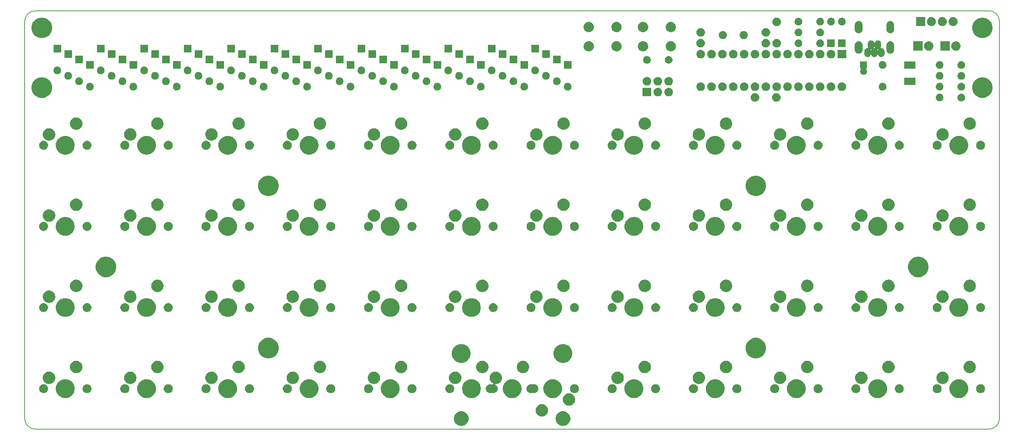
<source format=gbr>
%TF.GenerationSoftware,KiCad,Pcbnew,(5.1.2-1)-1*%
%TF.CreationDate,2019-08-21T16:04:44-07:00*%
%TF.ProjectId,plaid,706c6169-642e-46b6-9963-61645f706362,rev?*%
%TF.SameCoordinates,PX2faf080PY2faf080*%
%TF.FileFunction,Soldermask,Bot*%
%TF.FilePolarity,Negative*%
%FSLAX46Y46*%
G04 Gerber Fmt 4.6, Leading zero omitted, Abs format (unit mm)*
G04 Created by KiCad (PCBNEW (5.1.2-1)-1) date 2019-08-21 16:04:44*
%MOMM*%
%LPD*%
G04 APERTURE LIST*
%ADD10C,0.150000*%
G04 APERTURE END LIST*
D10*
X2500000Y-98000000D02*
G75*
G02X0Y-95500000I0J2500000D01*
G01*
X228000000Y-95500000D02*
G75*
G02X225500000Y-98000000I-2500000J0D01*
G01*
X225500000Y0D02*
G75*
G02X228000000Y-2500000I0J-2500000D01*
G01*
X0Y-2500000D02*
G75*
G02X2500000Y0I2500000J0D01*
G01*
X0Y-95500000D02*
X0Y-2500000D01*
X225500000Y-98000000D02*
X2500000Y-98000000D01*
X228000000Y-2500000D02*
X228000000Y-95500000D01*
X225500000Y0D02*
X2500000Y0D01*
G36*
X126403164Y-93841290D02*
G01*
X126717094Y-93971324D01*
X126999624Y-94160105D01*
X127239895Y-94400376D01*
X127428676Y-94682906D01*
X127558710Y-94996836D01*
X127625000Y-95330102D01*
X127625000Y-95669898D01*
X127558710Y-96003164D01*
X127428676Y-96317094D01*
X127239895Y-96599624D01*
X126999624Y-96839895D01*
X126717094Y-97028676D01*
X126403164Y-97158710D01*
X126069898Y-97225000D01*
X125730102Y-97225000D01*
X125396836Y-97158710D01*
X125082906Y-97028676D01*
X124800376Y-96839895D01*
X124560105Y-96599624D01*
X124371324Y-96317094D01*
X124241290Y-96003164D01*
X124175000Y-95669898D01*
X124175000Y-95330102D01*
X124241290Y-94996836D01*
X124371324Y-94682906D01*
X124560105Y-94400376D01*
X124800376Y-94160105D01*
X125082906Y-93971324D01*
X125396836Y-93841290D01*
X125730102Y-93775000D01*
X126069898Y-93775000D01*
X126403164Y-93841290D01*
X126403164Y-93841290D01*
G37*
G36*
X102603164Y-93841290D02*
G01*
X102917094Y-93971324D01*
X103199624Y-94160105D01*
X103439895Y-94400376D01*
X103628676Y-94682906D01*
X103758710Y-94996836D01*
X103825000Y-95330102D01*
X103825000Y-95669898D01*
X103758710Y-96003164D01*
X103628676Y-96317094D01*
X103439895Y-96599624D01*
X103199624Y-96839895D01*
X102917094Y-97028676D01*
X102603164Y-97158710D01*
X102269898Y-97225000D01*
X101930102Y-97225000D01*
X101596836Y-97158710D01*
X101282906Y-97028676D01*
X101000376Y-96839895D01*
X100760105Y-96599624D01*
X100571324Y-96317094D01*
X100441290Y-96003164D01*
X100375000Y-95669898D01*
X100375000Y-95330102D01*
X100441290Y-94996836D01*
X100571324Y-94682906D01*
X100760105Y-94400376D01*
X101000376Y-94160105D01*
X101282906Y-93971324D01*
X101596836Y-93841290D01*
X101930102Y-93775000D01*
X102269898Y-93775000D01*
X102603164Y-93841290D01*
X102603164Y-93841290D01*
G37*
G36*
X121214867Y-92152289D02*
G01*
X121382952Y-92185723D01*
X121562292Y-92260009D01*
X121646833Y-92295027D01*
X121884321Y-92453711D01*
X122086289Y-92655679D01*
X122244973Y-92893167D01*
X122279991Y-92977708D01*
X122354277Y-93157048D01*
X122410000Y-93437189D01*
X122410000Y-93722811D01*
X122354277Y-94002952D01*
X122289181Y-94160105D01*
X122244973Y-94266833D01*
X122086289Y-94504321D01*
X121884321Y-94706289D01*
X121646833Y-94864973D01*
X121562292Y-94899991D01*
X121382952Y-94974277D01*
X121214867Y-95007711D01*
X121102813Y-95030000D01*
X120817187Y-95030000D01*
X120705133Y-95007711D01*
X120537048Y-94974277D01*
X120357708Y-94899991D01*
X120273167Y-94864973D01*
X120035679Y-94706289D01*
X119833711Y-94504321D01*
X119675027Y-94266833D01*
X119630819Y-94160105D01*
X119565723Y-94002952D01*
X119510000Y-93722811D01*
X119510000Y-93437189D01*
X119565723Y-93157048D01*
X119640009Y-92977708D01*
X119675027Y-92893167D01*
X119833711Y-92655679D01*
X120035679Y-92453711D01*
X120273167Y-92295027D01*
X120357708Y-92260009D01*
X120537048Y-92185723D01*
X120705133Y-92152289D01*
X120817187Y-92130000D01*
X121102813Y-92130000D01*
X121214867Y-92152289D01*
X121214867Y-92152289D01*
G37*
G36*
X127564867Y-89612289D02*
G01*
X127732952Y-89645723D01*
X127912292Y-89720009D01*
X127996833Y-89755027D01*
X127996834Y-89755028D01*
X128217419Y-89902417D01*
X128234321Y-89913711D01*
X128436289Y-90115679D01*
X128594973Y-90353167D01*
X128629991Y-90437708D01*
X128704277Y-90617048D01*
X128760000Y-90897189D01*
X128760000Y-91182811D01*
X128704277Y-91462952D01*
X128629991Y-91642292D01*
X128594973Y-91726833D01*
X128436289Y-91964321D01*
X128234321Y-92166289D01*
X127996833Y-92324973D01*
X127912292Y-92359991D01*
X127732952Y-92434277D01*
X127564867Y-92467711D01*
X127452813Y-92490000D01*
X127167187Y-92490000D01*
X127055133Y-92467711D01*
X126887048Y-92434277D01*
X126707708Y-92359991D01*
X126623167Y-92324973D01*
X126385679Y-92166289D01*
X126183711Y-91964321D01*
X126025027Y-91726833D01*
X125990009Y-91642292D01*
X125915723Y-91462952D01*
X125860000Y-91182811D01*
X125860000Y-90897189D01*
X125915723Y-90617048D01*
X125990009Y-90437708D01*
X126025027Y-90353167D01*
X126183711Y-90115679D01*
X126385679Y-89913711D01*
X126402582Y-89902417D01*
X126623166Y-89755028D01*
X126623167Y-89755027D01*
X126707708Y-89720009D01*
X126887048Y-89645723D01*
X127055133Y-89612289D01*
X127167187Y-89590000D01*
X127452813Y-89590000D01*
X127564867Y-89612289D01*
X127564867Y-89612289D01*
G37*
G36*
X142886695Y-86333818D02*
G01*
X143141719Y-86384545D01*
X143413821Y-86497254D01*
X143542091Y-86550385D01*
X143902418Y-86791148D01*
X144208852Y-87097582D01*
X144449615Y-87457909D01*
X144452632Y-87465193D01*
X144615455Y-87858281D01*
X144700000Y-88283321D01*
X144700000Y-88716679D01*
X144615455Y-89141719D01*
X144543436Y-89315587D01*
X144449615Y-89542091D01*
X144208852Y-89902418D01*
X143902418Y-90208852D01*
X143542091Y-90449615D01*
X143413821Y-90502746D01*
X143141719Y-90615455D01*
X142886695Y-90666182D01*
X142716681Y-90700000D01*
X142283319Y-90700000D01*
X142113305Y-90666182D01*
X141858281Y-90615455D01*
X141586179Y-90502746D01*
X141457909Y-90449615D01*
X141097582Y-90208852D01*
X140791148Y-89902418D01*
X140550385Y-89542091D01*
X140456564Y-89315587D01*
X140384545Y-89141719D01*
X140300000Y-88716679D01*
X140300000Y-88283321D01*
X140384545Y-87858281D01*
X140547368Y-87465193D01*
X140550385Y-87457909D01*
X140791148Y-87097582D01*
X141097582Y-86791148D01*
X141457909Y-86550385D01*
X141586179Y-86497254D01*
X141858281Y-86384545D01*
X142113305Y-86333818D01*
X142283319Y-86300000D01*
X142716681Y-86300000D01*
X142886695Y-86333818D01*
X142886695Y-86333818D01*
G37*
G36*
X123886695Y-86333818D02*
G01*
X124141719Y-86384545D01*
X124413821Y-86497254D01*
X124542091Y-86550385D01*
X124902418Y-86791148D01*
X125208852Y-87097582D01*
X125449615Y-87457909D01*
X125452632Y-87465193D01*
X125615455Y-87858281D01*
X125700000Y-88283321D01*
X125700000Y-88716679D01*
X125615455Y-89141719D01*
X125543436Y-89315587D01*
X125449615Y-89542091D01*
X125208852Y-89902418D01*
X124902418Y-90208852D01*
X124542091Y-90449615D01*
X124413821Y-90502746D01*
X124141719Y-90615455D01*
X123886695Y-90666182D01*
X123716681Y-90700000D01*
X123283319Y-90700000D01*
X123113305Y-90666182D01*
X122858281Y-90615455D01*
X122586179Y-90502746D01*
X122457909Y-90449615D01*
X122097582Y-90208852D01*
X121791148Y-89902418D01*
X121550385Y-89542091D01*
X121456564Y-89315587D01*
X121384545Y-89141719D01*
X121300000Y-88716679D01*
X121300000Y-88283321D01*
X121384545Y-87858281D01*
X121547368Y-87465193D01*
X121550385Y-87457909D01*
X121791148Y-87097582D01*
X122097582Y-86791148D01*
X122457909Y-86550385D01*
X122586179Y-86497254D01*
X122858281Y-86384545D01*
X123113305Y-86333818D01*
X123283319Y-86300000D01*
X123716681Y-86300000D01*
X123886695Y-86333818D01*
X123886695Y-86333818D01*
G37*
G36*
X114386695Y-86333818D02*
G01*
X114641719Y-86384545D01*
X114913821Y-86497254D01*
X115042091Y-86550385D01*
X115402418Y-86791148D01*
X115708852Y-87097582D01*
X115949615Y-87457909D01*
X115952632Y-87465193D01*
X116115455Y-87858281D01*
X116200000Y-88283321D01*
X116200000Y-88716679D01*
X116115455Y-89141719D01*
X116043436Y-89315587D01*
X115949615Y-89542091D01*
X115708852Y-89902418D01*
X115402418Y-90208852D01*
X115042091Y-90449615D01*
X114913821Y-90502746D01*
X114641719Y-90615455D01*
X114386695Y-90666182D01*
X114216681Y-90700000D01*
X113783319Y-90700000D01*
X113613305Y-90666182D01*
X113358281Y-90615455D01*
X113086179Y-90502746D01*
X112957909Y-90449615D01*
X112597582Y-90208852D01*
X112291148Y-89902418D01*
X112050385Y-89542091D01*
X111956564Y-89315587D01*
X111884545Y-89141719D01*
X111800000Y-88716679D01*
X111800000Y-88283321D01*
X111884545Y-87858281D01*
X112047368Y-87465193D01*
X112050385Y-87457909D01*
X112291148Y-87097582D01*
X112597582Y-86791148D01*
X112957909Y-86550385D01*
X113086179Y-86497254D01*
X113358281Y-86384545D01*
X113613305Y-86333818D01*
X113783319Y-86300000D01*
X114216681Y-86300000D01*
X114386695Y-86333818D01*
X114386695Y-86333818D01*
G37*
G36*
X104886695Y-86333818D02*
G01*
X105141719Y-86384545D01*
X105413821Y-86497254D01*
X105542091Y-86550385D01*
X105902418Y-86791148D01*
X106208852Y-87097582D01*
X106449615Y-87457909D01*
X106452632Y-87465193D01*
X106615455Y-87858281D01*
X106700000Y-88283321D01*
X106700000Y-88716679D01*
X106615455Y-89141719D01*
X106543436Y-89315587D01*
X106449615Y-89542091D01*
X106208852Y-89902418D01*
X105902418Y-90208852D01*
X105542091Y-90449615D01*
X105413821Y-90502746D01*
X105141719Y-90615455D01*
X104886695Y-90666182D01*
X104716681Y-90700000D01*
X104283319Y-90700000D01*
X104113305Y-90666182D01*
X103858281Y-90615455D01*
X103586179Y-90502746D01*
X103457909Y-90449615D01*
X103097582Y-90208852D01*
X102791148Y-89902418D01*
X102550385Y-89542091D01*
X102456564Y-89315587D01*
X102384545Y-89141719D01*
X102300000Y-88716679D01*
X102300000Y-88283321D01*
X102384545Y-87858281D01*
X102547368Y-87465193D01*
X102550385Y-87457909D01*
X102791148Y-87097582D01*
X103097582Y-86791148D01*
X103457909Y-86550385D01*
X103586179Y-86497254D01*
X103858281Y-86384545D01*
X104113305Y-86333818D01*
X104283319Y-86300000D01*
X104716681Y-86300000D01*
X104886695Y-86333818D01*
X104886695Y-86333818D01*
G37*
G36*
X85886695Y-86333818D02*
G01*
X86141719Y-86384545D01*
X86413821Y-86497254D01*
X86542091Y-86550385D01*
X86902418Y-86791148D01*
X87208852Y-87097582D01*
X87449615Y-87457909D01*
X87452632Y-87465193D01*
X87615455Y-87858281D01*
X87700000Y-88283321D01*
X87700000Y-88716679D01*
X87615455Y-89141719D01*
X87543436Y-89315587D01*
X87449615Y-89542091D01*
X87208852Y-89902418D01*
X86902418Y-90208852D01*
X86542091Y-90449615D01*
X86413821Y-90502746D01*
X86141719Y-90615455D01*
X85886695Y-90666182D01*
X85716681Y-90700000D01*
X85283319Y-90700000D01*
X85113305Y-90666182D01*
X84858281Y-90615455D01*
X84586179Y-90502746D01*
X84457909Y-90449615D01*
X84097582Y-90208852D01*
X83791148Y-89902418D01*
X83550385Y-89542091D01*
X83456564Y-89315587D01*
X83384545Y-89141719D01*
X83300000Y-88716679D01*
X83300000Y-88283321D01*
X83384545Y-87858281D01*
X83547368Y-87465193D01*
X83550385Y-87457909D01*
X83791148Y-87097582D01*
X84097582Y-86791148D01*
X84457909Y-86550385D01*
X84586179Y-86497254D01*
X84858281Y-86384545D01*
X85113305Y-86333818D01*
X85283319Y-86300000D01*
X85716681Y-86300000D01*
X85886695Y-86333818D01*
X85886695Y-86333818D01*
G37*
G36*
X66886695Y-86333818D02*
G01*
X67141719Y-86384545D01*
X67413821Y-86497254D01*
X67542091Y-86550385D01*
X67902418Y-86791148D01*
X68208852Y-87097582D01*
X68449615Y-87457909D01*
X68452632Y-87465193D01*
X68615455Y-87858281D01*
X68700000Y-88283321D01*
X68700000Y-88716679D01*
X68615455Y-89141719D01*
X68543436Y-89315587D01*
X68449615Y-89542091D01*
X68208852Y-89902418D01*
X67902418Y-90208852D01*
X67542091Y-90449615D01*
X67413821Y-90502746D01*
X67141719Y-90615455D01*
X66886695Y-90666182D01*
X66716681Y-90700000D01*
X66283319Y-90700000D01*
X66113305Y-90666182D01*
X65858281Y-90615455D01*
X65586179Y-90502746D01*
X65457909Y-90449615D01*
X65097582Y-90208852D01*
X64791148Y-89902418D01*
X64550385Y-89542091D01*
X64456564Y-89315587D01*
X64384545Y-89141719D01*
X64300000Y-88716679D01*
X64300000Y-88283321D01*
X64384545Y-87858281D01*
X64547368Y-87465193D01*
X64550385Y-87457909D01*
X64791148Y-87097582D01*
X65097582Y-86791148D01*
X65457909Y-86550385D01*
X65586179Y-86497254D01*
X65858281Y-86384545D01*
X66113305Y-86333818D01*
X66283319Y-86300000D01*
X66716681Y-86300000D01*
X66886695Y-86333818D01*
X66886695Y-86333818D01*
G37*
G36*
X47886695Y-86333818D02*
G01*
X48141719Y-86384545D01*
X48413821Y-86497254D01*
X48542091Y-86550385D01*
X48902418Y-86791148D01*
X49208852Y-87097582D01*
X49449615Y-87457909D01*
X49452632Y-87465193D01*
X49615455Y-87858281D01*
X49700000Y-88283321D01*
X49700000Y-88716679D01*
X49615455Y-89141719D01*
X49543436Y-89315587D01*
X49449615Y-89542091D01*
X49208852Y-89902418D01*
X48902418Y-90208852D01*
X48542091Y-90449615D01*
X48413821Y-90502746D01*
X48141719Y-90615455D01*
X47886695Y-90666182D01*
X47716681Y-90700000D01*
X47283319Y-90700000D01*
X47113305Y-90666182D01*
X46858281Y-90615455D01*
X46586179Y-90502746D01*
X46457909Y-90449615D01*
X46097582Y-90208852D01*
X45791148Y-89902418D01*
X45550385Y-89542091D01*
X45456564Y-89315587D01*
X45384545Y-89141719D01*
X45300000Y-88716679D01*
X45300000Y-88283321D01*
X45384545Y-87858281D01*
X45547368Y-87465193D01*
X45550385Y-87457909D01*
X45791148Y-87097582D01*
X46097582Y-86791148D01*
X46457909Y-86550385D01*
X46586179Y-86497254D01*
X46858281Y-86384545D01*
X47113305Y-86333818D01*
X47283319Y-86300000D01*
X47716681Y-86300000D01*
X47886695Y-86333818D01*
X47886695Y-86333818D01*
G37*
G36*
X28886695Y-86333818D02*
G01*
X29141719Y-86384545D01*
X29413821Y-86497254D01*
X29542091Y-86550385D01*
X29902418Y-86791148D01*
X30208852Y-87097582D01*
X30449615Y-87457909D01*
X30452632Y-87465193D01*
X30615455Y-87858281D01*
X30700000Y-88283321D01*
X30700000Y-88716679D01*
X30615455Y-89141719D01*
X30543436Y-89315587D01*
X30449615Y-89542091D01*
X30208852Y-89902418D01*
X29902418Y-90208852D01*
X29542091Y-90449615D01*
X29413821Y-90502746D01*
X29141719Y-90615455D01*
X28886695Y-90666182D01*
X28716681Y-90700000D01*
X28283319Y-90700000D01*
X28113305Y-90666182D01*
X27858281Y-90615455D01*
X27586179Y-90502746D01*
X27457909Y-90449615D01*
X27097582Y-90208852D01*
X26791148Y-89902418D01*
X26550385Y-89542091D01*
X26456564Y-89315587D01*
X26384545Y-89141719D01*
X26300000Y-88716679D01*
X26300000Y-88283321D01*
X26384545Y-87858281D01*
X26547368Y-87465193D01*
X26550385Y-87457909D01*
X26791148Y-87097582D01*
X27097582Y-86791148D01*
X27457909Y-86550385D01*
X27586179Y-86497254D01*
X27858281Y-86384545D01*
X28113305Y-86333818D01*
X28283319Y-86300000D01*
X28716681Y-86300000D01*
X28886695Y-86333818D01*
X28886695Y-86333818D01*
G37*
G36*
X9886695Y-86333818D02*
G01*
X10141719Y-86384545D01*
X10413821Y-86497254D01*
X10542091Y-86550385D01*
X10902418Y-86791148D01*
X11208852Y-87097582D01*
X11449615Y-87457909D01*
X11452632Y-87465193D01*
X11615455Y-87858281D01*
X11700000Y-88283321D01*
X11700000Y-88716679D01*
X11615455Y-89141719D01*
X11543436Y-89315587D01*
X11449615Y-89542091D01*
X11208852Y-89902418D01*
X10902418Y-90208852D01*
X10542091Y-90449615D01*
X10413821Y-90502746D01*
X10141719Y-90615455D01*
X9886695Y-90666182D01*
X9716681Y-90700000D01*
X9283319Y-90700000D01*
X9113305Y-90666182D01*
X8858281Y-90615455D01*
X8586179Y-90502746D01*
X8457909Y-90449615D01*
X8097582Y-90208852D01*
X7791148Y-89902418D01*
X7550385Y-89542091D01*
X7456564Y-89315587D01*
X7384545Y-89141719D01*
X7300000Y-88716679D01*
X7300000Y-88283321D01*
X7384545Y-87858281D01*
X7547368Y-87465193D01*
X7550385Y-87457909D01*
X7791148Y-87097582D01*
X8097582Y-86791148D01*
X8457909Y-86550385D01*
X8586179Y-86497254D01*
X8858281Y-86384545D01*
X9113305Y-86333818D01*
X9283319Y-86300000D01*
X9716681Y-86300000D01*
X9886695Y-86333818D01*
X9886695Y-86333818D01*
G37*
G36*
X199886695Y-86333818D02*
G01*
X200141719Y-86384545D01*
X200413821Y-86497254D01*
X200542091Y-86550385D01*
X200902418Y-86791148D01*
X201208852Y-87097582D01*
X201449615Y-87457909D01*
X201452632Y-87465193D01*
X201615455Y-87858281D01*
X201700000Y-88283321D01*
X201700000Y-88716679D01*
X201615455Y-89141719D01*
X201543436Y-89315587D01*
X201449615Y-89542091D01*
X201208852Y-89902418D01*
X200902418Y-90208852D01*
X200542091Y-90449615D01*
X200413821Y-90502746D01*
X200141719Y-90615455D01*
X199886695Y-90666182D01*
X199716681Y-90700000D01*
X199283319Y-90700000D01*
X199113305Y-90666182D01*
X198858281Y-90615455D01*
X198586179Y-90502746D01*
X198457909Y-90449615D01*
X198097582Y-90208852D01*
X197791148Y-89902418D01*
X197550385Y-89542091D01*
X197456564Y-89315587D01*
X197384545Y-89141719D01*
X197300000Y-88716679D01*
X197300000Y-88283321D01*
X197384545Y-87858281D01*
X197547368Y-87465193D01*
X197550385Y-87457909D01*
X197791148Y-87097582D01*
X198097582Y-86791148D01*
X198457909Y-86550385D01*
X198586179Y-86497254D01*
X198858281Y-86384545D01*
X199113305Y-86333818D01*
X199283319Y-86300000D01*
X199716681Y-86300000D01*
X199886695Y-86333818D01*
X199886695Y-86333818D01*
G37*
G36*
X161886695Y-86333818D02*
G01*
X162141719Y-86384545D01*
X162413821Y-86497254D01*
X162542091Y-86550385D01*
X162902418Y-86791148D01*
X163208852Y-87097582D01*
X163449615Y-87457909D01*
X163452632Y-87465193D01*
X163615455Y-87858281D01*
X163700000Y-88283321D01*
X163700000Y-88716679D01*
X163615455Y-89141719D01*
X163543436Y-89315587D01*
X163449615Y-89542091D01*
X163208852Y-89902418D01*
X162902418Y-90208852D01*
X162542091Y-90449615D01*
X162413821Y-90502746D01*
X162141719Y-90615455D01*
X161886695Y-90666182D01*
X161716681Y-90700000D01*
X161283319Y-90700000D01*
X161113305Y-90666182D01*
X160858281Y-90615455D01*
X160586179Y-90502746D01*
X160457909Y-90449615D01*
X160097582Y-90208852D01*
X159791148Y-89902418D01*
X159550385Y-89542091D01*
X159456564Y-89315587D01*
X159384545Y-89141719D01*
X159300000Y-88716679D01*
X159300000Y-88283321D01*
X159384545Y-87858281D01*
X159547368Y-87465193D01*
X159550385Y-87457909D01*
X159791148Y-87097582D01*
X160097582Y-86791148D01*
X160457909Y-86550385D01*
X160586179Y-86497254D01*
X160858281Y-86384545D01*
X161113305Y-86333818D01*
X161283319Y-86300000D01*
X161716681Y-86300000D01*
X161886695Y-86333818D01*
X161886695Y-86333818D01*
G37*
G36*
X180886695Y-86333818D02*
G01*
X181141719Y-86384545D01*
X181413821Y-86497254D01*
X181542091Y-86550385D01*
X181902418Y-86791148D01*
X182208852Y-87097582D01*
X182449615Y-87457909D01*
X182452632Y-87465193D01*
X182615455Y-87858281D01*
X182700000Y-88283321D01*
X182700000Y-88716679D01*
X182615455Y-89141719D01*
X182543436Y-89315587D01*
X182449615Y-89542091D01*
X182208852Y-89902418D01*
X181902418Y-90208852D01*
X181542091Y-90449615D01*
X181413821Y-90502746D01*
X181141719Y-90615455D01*
X180886695Y-90666182D01*
X180716681Y-90700000D01*
X180283319Y-90700000D01*
X180113305Y-90666182D01*
X179858281Y-90615455D01*
X179586179Y-90502746D01*
X179457909Y-90449615D01*
X179097582Y-90208852D01*
X178791148Y-89902418D01*
X178550385Y-89542091D01*
X178456564Y-89315587D01*
X178384545Y-89141719D01*
X178300000Y-88716679D01*
X178300000Y-88283321D01*
X178384545Y-87858281D01*
X178547368Y-87465193D01*
X178550385Y-87457909D01*
X178791148Y-87097582D01*
X179097582Y-86791148D01*
X179457909Y-86550385D01*
X179586179Y-86497254D01*
X179858281Y-86384545D01*
X180113305Y-86333818D01*
X180283319Y-86300000D01*
X180716681Y-86300000D01*
X180886695Y-86333818D01*
X180886695Y-86333818D01*
G37*
G36*
X218886695Y-86333818D02*
G01*
X219141719Y-86384545D01*
X219413821Y-86497254D01*
X219542091Y-86550385D01*
X219902418Y-86791148D01*
X220208852Y-87097582D01*
X220449615Y-87457909D01*
X220452632Y-87465193D01*
X220615455Y-87858281D01*
X220700000Y-88283321D01*
X220700000Y-88716679D01*
X220615455Y-89141719D01*
X220543436Y-89315587D01*
X220449615Y-89542091D01*
X220208852Y-89902418D01*
X219902418Y-90208852D01*
X219542091Y-90449615D01*
X219413821Y-90502746D01*
X219141719Y-90615455D01*
X218886695Y-90666182D01*
X218716681Y-90700000D01*
X218283319Y-90700000D01*
X218113305Y-90666182D01*
X217858281Y-90615455D01*
X217586179Y-90502746D01*
X217457909Y-90449615D01*
X217097582Y-90208852D01*
X216791148Y-89902418D01*
X216550385Y-89542091D01*
X216456564Y-89315587D01*
X216384545Y-89141719D01*
X216300000Y-88716679D01*
X216300000Y-88283321D01*
X216384545Y-87858281D01*
X216547368Y-87465193D01*
X216550385Y-87457909D01*
X216791148Y-87097582D01*
X217097582Y-86791148D01*
X217457909Y-86550385D01*
X217586179Y-86497254D01*
X217858281Y-86384545D01*
X218113305Y-86333818D01*
X218283319Y-86300000D01*
X218716681Y-86300000D01*
X218886695Y-86333818D01*
X218886695Y-86333818D01*
G37*
G36*
X61726274Y-87490350D02*
G01*
X61917362Y-87569502D01*
X62089336Y-87684411D01*
X62235589Y-87830664D01*
X62350498Y-88002638D01*
X62429650Y-88193726D01*
X62470000Y-88396584D01*
X62470000Y-88603416D01*
X62429650Y-88806274D01*
X62350498Y-88997362D01*
X62235589Y-89169336D01*
X62089336Y-89315589D01*
X61917362Y-89430498D01*
X61726274Y-89509650D01*
X61523416Y-89550000D01*
X61316584Y-89550000D01*
X61113726Y-89509650D01*
X60922638Y-89430498D01*
X60750664Y-89315589D01*
X60604411Y-89169336D01*
X60489502Y-88997362D01*
X60410350Y-88806274D01*
X60370000Y-88603416D01*
X60370000Y-88396584D01*
X60410350Y-88193726D01*
X60489502Y-88002638D01*
X60604411Y-87830664D01*
X60750664Y-87684411D01*
X60922638Y-87569502D01*
X61113726Y-87490350D01*
X61316584Y-87450000D01*
X61523416Y-87450000D01*
X61726274Y-87490350D01*
X61726274Y-87490350D01*
G37*
G36*
X52886274Y-87490350D02*
G01*
X53077362Y-87569502D01*
X53249336Y-87684411D01*
X53395589Y-87830664D01*
X53510498Y-88002638D01*
X53589650Y-88193726D01*
X53630000Y-88396584D01*
X53630000Y-88603416D01*
X53589650Y-88806274D01*
X53510498Y-88997362D01*
X53395589Y-89169336D01*
X53249336Y-89315589D01*
X53077362Y-89430498D01*
X52886274Y-89509650D01*
X52683416Y-89550000D01*
X52476584Y-89550000D01*
X52273726Y-89509650D01*
X52082638Y-89430498D01*
X51910664Y-89315589D01*
X51764411Y-89169336D01*
X51649502Y-88997362D01*
X51570350Y-88806274D01*
X51530000Y-88603416D01*
X51530000Y-88396584D01*
X51570350Y-88193726D01*
X51649502Y-88002638D01*
X51764411Y-87830664D01*
X51910664Y-87684411D01*
X52082638Y-87569502D01*
X52273726Y-87490350D01*
X52476584Y-87450000D01*
X52683416Y-87450000D01*
X52886274Y-87490350D01*
X52886274Y-87490350D01*
G37*
G36*
X42726274Y-87490350D02*
G01*
X42917362Y-87569502D01*
X43089336Y-87684411D01*
X43235589Y-87830664D01*
X43350498Y-88002638D01*
X43429650Y-88193726D01*
X43470000Y-88396584D01*
X43470000Y-88603416D01*
X43429650Y-88806274D01*
X43350498Y-88997362D01*
X43235589Y-89169336D01*
X43089336Y-89315589D01*
X42917362Y-89430498D01*
X42726274Y-89509650D01*
X42523416Y-89550000D01*
X42316584Y-89550000D01*
X42113726Y-89509650D01*
X41922638Y-89430498D01*
X41750664Y-89315589D01*
X41604411Y-89169336D01*
X41489502Y-88997362D01*
X41410350Y-88806274D01*
X41370000Y-88603416D01*
X41370000Y-88396584D01*
X41410350Y-88193726D01*
X41489502Y-88002638D01*
X41604411Y-87830664D01*
X41750664Y-87684411D01*
X41922638Y-87569502D01*
X42113726Y-87490350D01*
X42316584Y-87450000D01*
X42523416Y-87450000D01*
X42726274Y-87490350D01*
X42726274Y-87490350D01*
G37*
G36*
X33886274Y-87490350D02*
G01*
X34077362Y-87569502D01*
X34249336Y-87684411D01*
X34395589Y-87830664D01*
X34510498Y-88002638D01*
X34589650Y-88193726D01*
X34630000Y-88396584D01*
X34630000Y-88603416D01*
X34589650Y-88806274D01*
X34510498Y-88997362D01*
X34395589Y-89169336D01*
X34249336Y-89315589D01*
X34077362Y-89430498D01*
X33886274Y-89509650D01*
X33683416Y-89550000D01*
X33476584Y-89550000D01*
X33273726Y-89509650D01*
X33082638Y-89430498D01*
X32910664Y-89315589D01*
X32764411Y-89169336D01*
X32649502Y-88997362D01*
X32570350Y-88806274D01*
X32530000Y-88603416D01*
X32530000Y-88396584D01*
X32570350Y-88193726D01*
X32649502Y-88002638D01*
X32764411Y-87830664D01*
X32910664Y-87684411D01*
X33082638Y-87569502D01*
X33273726Y-87490350D01*
X33476584Y-87450000D01*
X33683416Y-87450000D01*
X33886274Y-87490350D01*
X33886274Y-87490350D01*
G37*
G36*
X23726274Y-87490350D02*
G01*
X23917362Y-87569502D01*
X24089336Y-87684411D01*
X24235589Y-87830664D01*
X24350498Y-88002638D01*
X24429650Y-88193726D01*
X24470000Y-88396584D01*
X24470000Y-88603416D01*
X24429650Y-88806274D01*
X24350498Y-88997362D01*
X24235589Y-89169336D01*
X24089336Y-89315589D01*
X23917362Y-89430498D01*
X23726274Y-89509650D01*
X23523416Y-89550000D01*
X23316584Y-89550000D01*
X23113726Y-89509650D01*
X22922638Y-89430498D01*
X22750664Y-89315589D01*
X22604411Y-89169336D01*
X22489502Y-88997362D01*
X22410350Y-88806274D01*
X22370000Y-88603416D01*
X22370000Y-88396584D01*
X22410350Y-88193726D01*
X22489502Y-88002638D01*
X22604411Y-87830664D01*
X22750664Y-87684411D01*
X22922638Y-87569502D01*
X23113726Y-87490350D01*
X23316584Y-87450000D01*
X23523416Y-87450000D01*
X23726274Y-87490350D01*
X23726274Y-87490350D01*
G37*
G36*
X14886274Y-87490350D02*
G01*
X15077362Y-87569502D01*
X15249336Y-87684411D01*
X15395589Y-87830664D01*
X15510498Y-88002638D01*
X15589650Y-88193726D01*
X15630000Y-88396584D01*
X15630000Y-88603416D01*
X15589650Y-88806274D01*
X15510498Y-88997362D01*
X15395589Y-89169336D01*
X15249336Y-89315589D01*
X15077362Y-89430498D01*
X14886274Y-89509650D01*
X14683416Y-89550000D01*
X14476584Y-89550000D01*
X14273726Y-89509650D01*
X14082638Y-89430498D01*
X13910664Y-89315589D01*
X13764411Y-89169336D01*
X13649502Y-88997362D01*
X13570350Y-88806274D01*
X13530000Y-88603416D01*
X13530000Y-88396584D01*
X13570350Y-88193726D01*
X13649502Y-88002638D01*
X13764411Y-87830664D01*
X13910664Y-87684411D01*
X14082638Y-87569502D01*
X14273726Y-87490350D01*
X14476584Y-87450000D01*
X14683416Y-87450000D01*
X14886274Y-87490350D01*
X14886274Y-87490350D01*
G37*
G36*
X4726274Y-87490350D02*
G01*
X4917362Y-87569502D01*
X5089336Y-87684411D01*
X5235589Y-87830664D01*
X5350498Y-88002638D01*
X5429650Y-88193726D01*
X5470000Y-88396584D01*
X5470000Y-88603416D01*
X5429650Y-88806274D01*
X5350498Y-88997362D01*
X5235589Y-89169336D01*
X5089336Y-89315589D01*
X4917362Y-89430498D01*
X4726274Y-89509650D01*
X4523416Y-89550000D01*
X4316584Y-89550000D01*
X4113726Y-89509650D01*
X3922638Y-89430498D01*
X3750664Y-89315589D01*
X3604411Y-89169336D01*
X3489502Y-88997362D01*
X3410350Y-88806274D01*
X3370000Y-88603416D01*
X3370000Y-88396584D01*
X3410350Y-88193726D01*
X3489502Y-88002638D01*
X3604411Y-87830664D01*
X3750664Y-87684411D01*
X3922638Y-87569502D01*
X4113726Y-87490350D01*
X4316584Y-87450000D01*
X4523416Y-87450000D01*
X4726274Y-87490350D01*
X4726274Y-87490350D01*
G37*
G36*
X223886274Y-87490350D02*
G01*
X224077362Y-87569502D01*
X224249336Y-87684411D01*
X224395589Y-87830664D01*
X224510498Y-88002638D01*
X224589650Y-88193726D01*
X224630000Y-88396584D01*
X224630000Y-88603416D01*
X224589650Y-88806274D01*
X224510498Y-88997362D01*
X224395589Y-89169336D01*
X224249336Y-89315589D01*
X224077362Y-89430498D01*
X223886274Y-89509650D01*
X223683416Y-89550000D01*
X223476584Y-89550000D01*
X223273726Y-89509650D01*
X223082638Y-89430498D01*
X222910664Y-89315589D01*
X222764411Y-89169336D01*
X222649502Y-88997362D01*
X222570350Y-88806274D01*
X222530000Y-88603416D01*
X222530000Y-88396584D01*
X222570350Y-88193726D01*
X222649502Y-88002638D01*
X222764411Y-87830664D01*
X222910664Y-87684411D01*
X223082638Y-87569502D01*
X223273726Y-87490350D01*
X223476584Y-87450000D01*
X223683416Y-87450000D01*
X223886274Y-87490350D01*
X223886274Y-87490350D01*
G37*
G36*
X213726274Y-87490350D02*
G01*
X213917362Y-87569502D01*
X214089336Y-87684411D01*
X214235589Y-87830664D01*
X214350498Y-88002638D01*
X214429650Y-88193726D01*
X214470000Y-88396584D01*
X214470000Y-88603416D01*
X214429650Y-88806274D01*
X214350498Y-88997362D01*
X214235589Y-89169336D01*
X214089336Y-89315589D01*
X213917362Y-89430498D01*
X213726274Y-89509650D01*
X213523416Y-89550000D01*
X213316584Y-89550000D01*
X213113726Y-89509650D01*
X212922638Y-89430498D01*
X212750664Y-89315589D01*
X212604411Y-89169336D01*
X212489502Y-88997362D01*
X212410350Y-88806274D01*
X212370000Y-88603416D01*
X212370000Y-88396584D01*
X212410350Y-88193726D01*
X212489502Y-88002638D01*
X212604411Y-87830664D01*
X212750664Y-87684411D01*
X212922638Y-87569502D01*
X213113726Y-87490350D01*
X213316584Y-87450000D01*
X213523416Y-87450000D01*
X213726274Y-87490350D01*
X213726274Y-87490350D01*
G37*
G36*
X128886274Y-87490350D02*
G01*
X129077362Y-87569502D01*
X129249336Y-87684411D01*
X129395589Y-87830664D01*
X129510498Y-88002638D01*
X129589650Y-88193726D01*
X129630000Y-88396584D01*
X129630000Y-88603416D01*
X129589650Y-88806274D01*
X129510498Y-88997362D01*
X129395589Y-89169336D01*
X129249336Y-89315589D01*
X129077362Y-89430498D01*
X128886274Y-89509650D01*
X128683416Y-89550000D01*
X128476584Y-89550000D01*
X128273726Y-89509650D01*
X128082638Y-89430498D01*
X127910664Y-89315589D01*
X127764411Y-89169336D01*
X127649502Y-88997362D01*
X127570350Y-88806274D01*
X127530000Y-88603416D01*
X127530000Y-88396584D01*
X127570350Y-88193726D01*
X127649502Y-88002638D01*
X127764411Y-87830664D01*
X127910664Y-87684411D01*
X128082638Y-87569502D01*
X128273726Y-87490350D01*
X128476584Y-87450000D01*
X128683416Y-87450000D01*
X128886274Y-87490350D01*
X128886274Y-87490350D01*
G37*
G36*
X204886274Y-87490350D02*
G01*
X205077362Y-87569502D01*
X205249336Y-87684411D01*
X205395589Y-87830664D01*
X205510498Y-88002638D01*
X205589650Y-88193726D01*
X205630000Y-88396584D01*
X205630000Y-88603416D01*
X205589650Y-88806274D01*
X205510498Y-88997362D01*
X205395589Y-89169336D01*
X205249336Y-89315589D01*
X205077362Y-89430498D01*
X204886274Y-89509650D01*
X204683416Y-89550000D01*
X204476584Y-89550000D01*
X204273726Y-89509650D01*
X204082638Y-89430498D01*
X203910664Y-89315589D01*
X203764411Y-89169336D01*
X203649502Y-88997362D01*
X203570350Y-88806274D01*
X203530000Y-88603416D01*
X203530000Y-88396584D01*
X203570350Y-88193726D01*
X203649502Y-88002638D01*
X203764411Y-87830664D01*
X203910664Y-87684411D01*
X204082638Y-87569502D01*
X204273726Y-87490350D01*
X204476584Y-87450000D01*
X204683416Y-87450000D01*
X204886274Y-87490350D01*
X204886274Y-87490350D01*
G37*
G36*
X99726274Y-87490350D02*
G01*
X99917362Y-87569502D01*
X100089336Y-87684411D01*
X100235589Y-87830664D01*
X100350498Y-88002638D01*
X100429650Y-88193726D01*
X100470000Y-88396584D01*
X100470000Y-88603416D01*
X100429650Y-88806274D01*
X100350498Y-88997362D01*
X100235589Y-89169336D01*
X100089336Y-89315589D01*
X99917362Y-89430498D01*
X99726274Y-89509650D01*
X99523416Y-89550000D01*
X99316584Y-89550000D01*
X99113726Y-89509650D01*
X98922638Y-89430498D01*
X98750664Y-89315589D01*
X98604411Y-89169336D01*
X98489502Y-88997362D01*
X98410350Y-88806274D01*
X98370000Y-88603416D01*
X98370000Y-88396584D01*
X98410350Y-88193726D01*
X98489502Y-88002638D01*
X98604411Y-87830664D01*
X98750664Y-87684411D01*
X98922638Y-87569502D01*
X99113726Y-87490350D01*
X99316584Y-87450000D01*
X99523416Y-87450000D01*
X99726274Y-87490350D01*
X99726274Y-87490350D01*
G37*
G36*
X119247272Y-87461395D02*
G01*
X119285836Y-87465193D01*
X119368774Y-87490352D01*
X119483763Y-87525233D01*
X119666169Y-87622731D01*
X119826054Y-87753946D01*
X119957269Y-87913831D01*
X120054767Y-88096237D01*
X120054767Y-88096238D01*
X120114807Y-88294164D01*
X120114807Y-88294166D01*
X120135081Y-88500000D01*
X120118143Y-88671961D01*
X120114807Y-88705836D01*
X120084339Y-88806276D01*
X120054767Y-88903763D01*
X119957269Y-89086169D01*
X119826054Y-89246054D01*
X119666169Y-89377269D01*
X119483763Y-89474767D01*
X119417787Y-89494780D01*
X119285836Y-89534807D01*
X119247272Y-89538605D01*
X119131584Y-89550000D01*
X118368416Y-89550000D01*
X118252728Y-89538605D01*
X118214164Y-89534807D01*
X118082213Y-89494780D01*
X118016237Y-89474767D01*
X117833831Y-89377269D01*
X117673946Y-89246054D01*
X117542731Y-89086169D01*
X117445233Y-88903763D01*
X117415661Y-88806276D01*
X117385193Y-88705836D01*
X117381857Y-88671961D01*
X117364919Y-88500000D01*
X117385193Y-88294166D01*
X117385193Y-88294164D01*
X117445233Y-88096238D01*
X117445233Y-88096237D01*
X117542731Y-87913831D01*
X117673946Y-87753946D01*
X117833831Y-87622731D01*
X118016237Y-87525233D01*
X118131226Y-87490352D01*
X118214164Y-87465193D01*
X118252728Y-87461395D01*
X118368416Y-87450000D01*
X119131584Y-87450000D01*
X119247272Y-87461395D01*
X119247272Y-87461395D01*
G37*
G36*
X110444867Y-84532289D02*
G01*
X110612952Y-84565723D01*
X110792292Y-84640009D01*
X110876833Y-84675027D01*
X111114321Y-84833711D01*
X111316289Y-85035679D01*
X111474973Y-85273167D01*
X111509991Y-85357708D01*
X111584277Y-85537048D01*
X111640000Y-85817189D01*
X111640000Y-86102811D01*
X111584277Y-86382952D01*
X111514923Y-86550385D01*
X111474973Y-86646833D01*
X111474972Y-86646834D01*
X111316290Y-86884320D01*
X111114320Y-87086290D01*
X110995577Y-87165631D01*
X110876833Y-87244973D01*
X110793982Y-87279291D01*
X110612952Y-87354277D01*
X110444867Y-87387711D01*
X110332813Y-87410000D01*
X110167395Y-87410000D01*
X110147886Y-87411921D01*
X110129127Y-87417612D01*
X110111839Y-87426853D01*
X110096685Y-87439289D01*
X110084249Y-87454443D01*
X110075008Y-87471731D01*
X110069317Y-87490490D01*
X110067396Y-87509999D01*
X110069317Y-87529508D01*
X110075008Y-87548267D01*
X110084249Y-87565555D01*
X110096685Y-87580709D01*
X110120256Y-87598190D01*
X110166169Y-87622731D01*
X110326054Y-87753946D01*
X110457269Y-87913831D01*
X110554767Y-88096237D01*
X110554767Y-88096238D01*
X110614807Y-88294164D01*
X110614807Y-88294166D01*
X110635081Y-88500000D01*
X110618143Y-88671961D01*
X110614807Y-88705836D01*
X110584339Y-88806276D01*
X110554767Y-88903763D01*
X110457269Y-89086169D01*
X110326054Y-89246054D01*
X110166169Y-89377269D01*
X109983763Y-89474767D01*
X109917787Y-89494780D01*
X109785836Y-89534807D01*
X109747272Y-89538605D01*
X109631584Y-89550000D01*
X108868416Y-89550000D01*
X108752728Y-89538605D01*
X108714164Y-89534807D01*
X108582213Y-89494780D01*
X108516237Y-89474767D01*
X108333831Y-89377269D01*
X108173946Y-89246054D01*
X108042731Y-89086169D01*
X107945233Y-88903763D01*
X107915661Y-88806276D01*
X107885193Y-88705836D01*
X107881857Y-88671961D01*
X107864919Y-88500000D01*
X107885193Y-88294166D01*
X107885193Y-88294164D01*
X107945233Y-88096238D01*
X107945233Y-88096237D01*
X108042731Y-87913831D01*
X108173946Y-87753946D01*
X108333831Y-87622731D01*
X108516237Y-87525233D01*
X108631226Y-87490352D01*
X108714164Y-87465193D01*
X108752728Y-87461395D01*
X108868416Y-87450000D01*
X109495417Y-87450000D01*
X109514926Y-87448079D01*
X109533685Y-87442388D01*
X109550973Y-87433147D01*
X109566127Y-87420711D01*
X109578563Y-87405557D01*
X109587804Y-87388269D01*
X109593495Y-87369510D01*
X109595416Y-87350001D01*
X109593495Y-87330492D01*
X109587804Y-87311733D01*
X109578563Y-87294445D01*
X109566127Y-87279291D01*
X109550973Y-87266855D01*
X109533685Y-87257614D01*
X109530475Y-87256284D01*
X109503167Y-87244973D01*
X109384423Y-87165631D01*
X109265680Y-87086290D01*
X109063710Y-86884320D01*
X108905028Y-86646834D01*
X108905027Y-86646833D01*
X108865077Y-86550385D01*
X108795723Y-86382952D01*
X108740000Y-86102811D01*
X108740000Y-85817189D01*
X108795723Y-85537048D01*
X108870009Y-85357708D01*
X108905027Y-85273167D01*
X109063711Y-85035679D01*
X109265679Y-84833711D01*
X109503167Y-84675027D01*
X109587708Y-84640009D01*
X109767048Y-84565723D01*
X109935133Y-84532289D01*
X110047187Y-84510000D01*
X110332813Y-84510000D01*
X110444867Y-84532289D01*
X110444867Y-84532289D01*
G37*
G36*
X194726274Y-87490350D02*
G01*
X194917362Y-87569502D01*
X195089336Y-87684411D01*
X195235589Y-87830664D01*
X195350498Y-88002638D01*
X195429650Y-88193726D01*
X195470000Y-88396584D01*
X195470000Y-88603416D01*
X195429650Y-88806274D01*
X195350498Y-88997362D01*
X195235589Y-89169336D01*
X195089336Y-89315589D01*
X194917362Y-89430498D01*
X194726274Y-89509650D01*
X194523416Y-89550000D01*
X194316584Y-89550000D01*
X194113726Y-89509650D01*
X193922638Y-89430498D01*
X193750664Y-89315589D01*
X193604411Y-89169336D01*
X193489502Y-88997362D01*
X193410350Y-88806274D01*
X193370000Y-88603416D01*
X193370000Y-88396584D01*
X193410350Y-88193726D01*
X193489502Y-88002638D01*
X193604411Y-87830664D01*
X193750664Y-87684411D01*
X193922638Y-87569502D01*
X194113726Y-87490350D01*
X194316584Y-87450000D01*
X194523416Y-87450000D01*
X194726274Y-87490350D01*
X194726274Y-87490350D01*
G37*
G36*
X185886274Y-87490350D02*
G01*
X186077362Y-87569502D01*
X186249336Y-87684411D01*
X186395589Y-87830664D01*
X186510498Y-88002638D01*
X186589650Y-88193726D01*
X186630000Y-88396584D01*
X186630000Y-88603416D01*
X186589650Y-88806274D01*
X186510498Y-88997362D01*
X186395589Y-89169336D01*
X186249336Y-89315589D01*
X186077362Y-89430498D01*
X185886274Y-89509650D01*
X185683416Y-89550000D01*
X185476584Y-89550000D01*
X185273726Y-89509650D01*
X185082638Y-89430498D01*
X184910664Y-89315589D01*
X184764411Y-89169336D01*
X184649502Y-88997362D01*
X184570350Y-88806274D01*
X184530000Y-88603416D01*
X184530000Y-88396584D01*
X184570350Y-88193726D01*
X184649502Y-88002638D01*
X184764411Y-87830664D01*
X184910664Y-87684411D01*
X185082638Y-87569502D01*
X185273726Y-87490350D01*
X185476584Y-87450000D01*
X185683416Y-87450000D01*
X185886274Y-87490350D01*
X185886274Y-87490350D01*
G37*
G36*
X71886274Y-87490350D02*
G01*
X72077362Y-87569502D01*
X72249336Y-87684411D01*
X72395589Y-87830664D01*
X72510498Y-88002638D01*
X72589650Y-88193726D01*
X72630000Y-88396584D01*
X72630000Y-88603416D01*
X72589650Y-88806274D01*
X72510498Y-88997362D01*
X72395589Y-89169336D01*
X72249336Y-89315589D01*
X72077362Y-89430498D01*
X71886274Y-89509650D01*
X71683416Y-89550000D01*
X71476584Y-89550000D01*
X71273726Y-89509650D01*
X71082638Y-89430498D01*
X70910664Y-89315589D01*
X70764411Y-89169336D01*
X70649502Y-88997362D01*
X70570350Y-88806274D01*
X70530000Y-88603416D01*
X70530000Y-88396584D01*
X70570350Y-88193726D01*
X70649502Y-88002638D01*
X70764411Y-87830664D01*
X70910664Y-87684411D01*
X71082638Y-87569502D01*
X71273726Y-87490350D01*
X71476584Y-87450000D01*
X71683416Y-87450000D01*
X71886274Y-87490350D01*
X71886274Y-87490350D01*
G37*
G36*
X175726274Y-87490350D02*
G01*
X175917362Y-87569502D01*
X176089336Y-87684411D01*
X176235589Y-87830664D01*
X176350498Y-88002638D01*
X176429650Y-88193726D01*
X176470000Y-88396584D01*
X176470000Y-88603416D01*
X176429650Y-88806274D01*
X176350498Y-88997362D01*
X176235589Y-89169336D01*
X176089336Y-89315589D01*
X175917362Y-89430498D01*
X175726274Y-89509650D01*
X175523416Y-89550000D01*
X175316584Y-89550000D01*
X175113726Y-89509650D01*
X174922638Y-89430498D01*
X174750664Y-89315589D01*
X174604411Y-89169336D01*
X174489502Y-88997362D01*
X174410350Y-88806274D01*
X174370000Y-88603416D01*
X174370000Y-88396584D01*
X174410350Y-88193726D01*
X174489502Y-88002638D01*
X174604411Y-87830664D01*
X174750664Y-87684411D01*
X174922638Y-87569502D01*
X175113726Y-87490350D01*
X175316584Y-87450000D01*
X175523416Y-87450000D01*
X175726274Y-87490350D01*
X175726274Y-87490350D01*
G37*
G36*
X166886274Y-87490350D02*
G01*
X167077362Y-87569502D01*
X167249336Y-87684411D01*
X167395589Y-87830664D01*
X167510498Y-88002638D01*
X167589650Y-88193726D01*
X167630000Y-88396584D01*
X167630000Y-88603416D01*
X167589650Y-88806274D01*
X167510498Y-88997362D01*
X167395589Y-89169336D01*
X167249336Y-89315589D01*
X167077362Y-89430498D01*
X166886274Y-89509650D01*
X166683416Y-89550000D01*
X166476584Y-89550000D01*
X166273726Y-89509650D01*
X166082638Y-89430498D01*
X165910664Y-89315589D01*
X165764411Y-89169336D01*
X165649502Y-88997362D01*
X165570350Y-88806274D01*
X165530000Y-88603416D01*
X165530000Y-88396584D01*
X165570350Y-88193726D01*
X165649502Y-88002638D01*
X165764411Y-87830664D01*
X165910664Y-87684411D01*
X166082638Y-87569502D01*
X166273726Y-87490350D01*
X166476584Y-87450000D01*
X166683416Y-87450000D01*
X166886274Y-87490350D01*
X166886274Y-87490350D01*
G37*
G36*
X156726274Y-87490350D02*
G01*
X156917362Y-87569502D01*
X157089336Y-87684411D01*
X157235589Y-87830664D01*
X157350498Y-88002638D01*
X157429650Y-88193726D01*
X157470000Y-88396584D01*
X157470000Y-88603416D01*
X157429650Y-88806274D01*
X157350498Y-88997362D01*
X157235589Y-89169336D01*
X157089336Y-89315589D01*
X156917362Y-89430498D01*
X156726274Y-89509650D01*
X156523416Y-89550000D01*
X156316584Y-89550000D01*
X156113726Y-89509650D01*
X155922638Y-89430498D01*
X155750664Y-89315589D01*
X155604411Y-89169336D01*
X155489502Y-88997362D01*
X155410350Y-88806274D01*
X155370000Y-88603416D01*
X155370000Y-88396584D01*
X155410350Y-88193726D01*
X155489502Y-88002638D01*
X155604411Y-87830664D01*
X155750664Y-87684411D01*
X155922638Y-87569502D01*
X156113726Y-87490350D01*
X156316584Y-87450000D01*
X156523416Y-87450000D01*
X156726274Y-87490350D01*
X156726274Y-87490350D01*
G37*
G36*
X147886274Y-87490350D02*
G01*
X148077362Y-87569502D01*
X148249336Y-87684411D01*
X148395589Y-87830664D01*
X148510498Y-88002638D01*
X148589650Y-88193726D01*
X148630000Y-88396584D01*
X148630000Y-88603416D01*
X148589650Y-88806274D01*
X148510498Y-88997362D01*
X148395589Y-89169336D01*
X148249336Y-89315589D01*
X148077362Y-89430498D01*
X147886274Y-89509650D01*
X147683416Y-89550000D01*
X147476584Y-89550000D01*
X147273726Y-89509650D01*
X147082638Y-89430498D01*
X146910664Y-89315589D01*
X146764411Y-89169336D01*
X146649502Y-88997362D01*
X146570350Y-88806274D01*
X146530000Y-88603416D01*
X146530000Y-88396584D01*
X146570350Y-88193726D01*
X146649502Y-88002638D01*
X146764411Y-87830664D01*
X146910664Y-87684411D01*
X147082638Y-87569502D01*
X147273726Y-87490350D01*
X147476584Y-87450000D01*
X147683416Y-87450000D01*
X147886274Y-87490350D01*
X147886274Y-87490350D01*
G37*
G36*
X80726274Y-87490350D02*
G01*
X80917362Y-87569502D01*
X81089336Y-87684411D01*
X81235589Y-87830664D01*
X81350498Y-88002638D01*
X81429650Y-88193726D01*
X81470000Y-88396584D01*
X81470000Y-88603416D01*
X81429650Y-88806274D01*
X81350498Y-88997362D01*
X81235589Y-89169336D01*
X81089336Y-89315589D01*
X80917362Y-89430498D01*
X80726274Y-89509650D01*
X80523416Y-89550000D01*
X80316584Y-89550000D01*
X80113726Y-89509650D01*
X79922638Y-89430498D01*
X79750664Y-89315589D01*
X79604411Y-89169336D01*
X79489502Y-88997362D01*
X79410350Y-88806274D01*
X79370000Y-88603416D01*
X79370000Y-88396584D01*
X79410350Y-88193726D01*
X79489502Y-88002638D01*
X79604411Y-87830664D01*
X79750664Y-87684411D01*
X79922638Y-87569502D01*
X80113726Y-87490350D01*
X80316584Y-87450000D01*
X80523416Y-87450000D01*
X80726274Y-87490350D01*
X80726274Y-87490350D01*
G37*
G36*
X90886274Y-87490350D02*
G01*
X91077362Y-87569502D01*
X91249336Y-87684411D01*
X91395589Y-87830664D01*
X91510498Y-88002638D01*
X91589650Y-88193726D01*
X91630000Y-88396584D01*
X91630000Y-88603416D01*
X91589650Y-88806274D01*
X91510498Y-88997362D01*
X91395589Y-89169336D01*
X91249336Y-89315589D01*
X91077362Y-89430498D01*
X90886274Y-89509650D01*
X90683416Y-89550000D01*
X90476584Y-89550000D01*
X90273726Y-89509650D01*
X90082638Y-89430498D01*
X89910664Y-89315589D01*
X89764411Y-89169336D01*
X89649502Y-88997362D01*
X89570350Y-88806274D01*
X89530000Y-88603416D01*
X89530000Y-88396584D01*
X89570350Y-88193726D01*
X89649502Y-88002638D01*
X89764411Y-87830664D01*
X89910664Y-87684411D01*
X90082638Y-87569502D01*
X90273726Y-87490350D01*
X90476584Y-87450000D01*
X90683416Y-87450000D01*
X90886274Y-87490350D01*
X90886274Y-87490350D01*
G37*
G36*
X137726274Y-87490350D02*
G01*
X137917362Y-87569502D01*
X138089336Y-87684411D01*
X138235589Y-87830664D01*
X138350498Y-88002638D01*
X138429650Y-88193726D01*
X138470000Y-88396584D01*
X138470000Y-88603416D01*
X138429650Y-88806274D01*
X138350498Y-88997362D01*
X138235589Y-89169336D01*
X138089336Y-89315589D01*
X137917362Y-89430498D01*
X137726274Y-89509650D01*
X137523416Y-89550000D01*
X137316584Y-89550000D01*
X137113726Y-89509650D01*
X136922638Y-89430498D01*
X136750664Y-89315589D01*
X136604411Y-89169336D01*
X136489502Y-88997362D01*
X136410350Y-88806274D01*
X136370000Y-88603416D01*
X136370000Y-88396584D01*
X136410350Y-88193726D01*
X136489502Y-88002638D01*
X136604411Y-87830664D01*
X136750664Y-87684411D01*
X136922638Y-87569502D01*
X137113726Y-87490350D01*
X137316584Y-87450000D01*
X137523416Y-87450000D01*
X137726274Y-87490350D01*
X137726274Y-87490350D01*
G37*
G36*
X214944867Y-84532289D02*
G01*
X215112952Y-84565723D01*
X215292292Y-84640009D01*
X215376833Y-84675027D01*
X215614321Y-84833711D01*
X215816289Y-85035679D01*
X215974973Y-85273167D01*
X216009991Y-85357708D01*
X216084277Y-85537048D01*
X216140000Y-85817189D01*
X216140000Y-86102811D01*
X216084277Y-86382952D01*
X216014923Y-86550385D01*
X215974973Y-86646833D01*
X215974972Y-86646834D01*
X215816290Y-86884320D01*
X215614320Y-87086290D01*
X215495577Y-87165631D01*
X215376833Y-87244973D01*
X215293982Y-87279291D01*
X215112952Y-87354277D01*
X214944867Y-87387711D01*
X214832813Y-87410000D01*
X214547187Y-87410000D01*
X214435133Y-87387711D01*
X214267048Y-87354277D01*
X214086018Y-87279291D01*
X214003167Y-87244973D01*
X213884423Y-87165631D01*
X213765680Y-87086290D01*
X213563710Y-86884320D01*
X213405028Y-86646834D01*
X213405027Y-86646833D01*
X213365077Y-86550385D01*
X213295723Y-86382952D01*
X213240000Y-86102811D01*
X213240000Y-85817189D01*
X213295723Y-85537048D01*
X213370009Y-85357708D01*
X213405027Y-85273167D01*
X213563711Y-85035679D01*
X213765679Y-84833711D01*
X214003167Y-84675027D01*
X214087708Y-84640009D01*
X214267048Y-84565723D01*
X214435133Y-84532289D01*
X214547187Y-84510000D01*
X214832813Y-84510000D01*
X214944867Y-84532289D01*
X214944867Y-84532289D01*
G37*
G36*
X176944867Y-84532289D02*
G01*
X177112952Y-84565723D01*
X177292292Y-84640009D01*
X177376833Y-84675027D01*
X177614321Y-84833711D01*
X177816289Y-85035679D01*
X177974973Y-85273167D01*
X178009991Y-85357708D01*
X178084277Y-85537048D01*
X178140000Y-85817189D01*
X178140000Y-86102811D01*
X178084277Y-86382952D01*
X178014923Y-86550385D01*
X177974973Y-86646833D01*
X177974972Y-86646834D01*
X177816290Y-86884320D01*
X177614320Y-87086290D01*
X177495577Y-87165631D01*
X177376833Y-87244973D01*
X177293982Y-87279291D01*
X177112952Y-87354277D01*
X176944867Y-87387711D01*
X176832813Y-87410000D01*
X176547187Y-87410000D01*
X176435133Y-87387711D01*
X176267048Y-87354277D01*
X176086018Y-87279291D01*
X176003167Y-87244973D01*
X175884423Y-87165631D01*
X175765680Y-87086290D01*
X175563710Y-86884320D01*
X175405028Y-86646834D01*
X175405027Y-86646833D01*
X175365077Y-86550385D01*
X175295723Y-86382952D01*
X175240000Y-86102811D01*
X175240000Y-85817189D01*
X175295723Y-85537048D01*
X175370009Y-85357708D01*
X175405027Y-85273167D01*
X175563711Y-85035679D01*
X175765679Y-84833711D01*
X176003167Y-84675027D01*
X176087708Y-84640009D01*
X176267048Y-84565723D01*
X176435133Y-84532289D01*
X176547187Y-84510000D01*
X176832813Y-84510000D01*
X176944867Y-84532289D01*
X176944867Y-84532289D01*
G37*
G36*
X157944867Y-84532289D02*
G01*
X158112952Y-84565723D01*
X158292292Y-84640009D01*
X158376833Y-84675027D01*
X158614321Y-84833711D01*
X158816289Y-85035679D01*
X158974973Y-85273167D01*
X159009991Y-85357708D01*
X159084277Y-85537048D01*
X159140000Y-85817189D01*
X159140000Y-86102811D01*
X159084277Y-86382952D01*
X159014923Y-86550385D01*
X158974973Y-86646833D01*
X158974972Y-86646834D01*
X158816290Y-86884320D01*
X158614320Y-87086290D01*
X158495577Y-87165631D01*
X158376833Y-87244973D01*
X158293982Y-87279291D01*
X158112952Y-87354277D01*
X157944867Y-87387711D01*
X157832813Y-87410000D01*
X157547187Y-87410000D01*
X157435133Y-87387711D01*
X157267048Y-87354277D01*
X157086018Y-87279291D01*
X157003167Y-87244973D01*
X156884423Y-87165631D01*
X156765680Y-87086290D01*
X156563710Y-86884320D01*
X156405028Y-86646834D01*
X156405027Y-86646833D01*
X156365077Y-86550385D01*
X156295723Y-86382952D01*
X156240000Y-86102811D01*
X156240000Y-85817189D01*
X156295723Y-85537048D01*
X156370009Y-85357708D01*
X156405027Y-85273167D01*
X156563711Y-85035679D01*
X156765679Y-84833711D01*
X157003167Y-84675027D01*
X157087708Y-84640009D01*
X157267048Y-84565723D01*
X157435133Y-84532289D01*
X157547187Y-84510000D01*
X157832813Y-84510000D01*
X157944867Y-84532289D01*
X157944867Y-84532289D01*
G37*
G36*
X195944867Y-84532289D02*
G01*
X196112952Y-84565723D01*
X196292292Y-84640009D01*
X196376833Y-84675027D01*
X196614321Y-84833711D01*
X196816289Y-85035679D01*
X196974973Y-85273167D01*
X197009991Y-85357708D01*
X197084277Y-85537048D01*
X197140000Y-85817189D01*
X197140000Y-86102811D01*
X197084277Y-86382952D01*
X197014923Y-86550385D01*
X196974973Y-86646833D01*
X196974972Y-86646834D01*
X196816290Y-86884320D01*
X196614320Y-87086290D01*
X196495577Y-87165631D01*
X196376833Y-87244973D01*
X196293982Y-87279291D01*
X196112952Y-87354277D01*
X195944867Y-87387711D01*
X195832813Y-87410000D01*
X195547187Y-87410000D01*
X195435133Y-87387711D01*
X195267048Y-87354277D01*
X195086018Y-87279291D01*
X195003167Y-87244973D01*
X194884423Y-87165631D01*
X194765680Y-87086290D01*
X194563710Y-86884320D01*
X194405028Y-86646834D01*
X194405027Y-86646833D01*
X194365077Y-86550385D01*
X194295723Y-86382952D01*
X194240000Y-86102811D01*
X194240000Y-85817189D01*
X194295723Y-85537048D01*
X194370009Y-85357708D01*
X194405027Y-85273167D01*
X194563711Y-85035679D01*
X194765679Y-84833711D01*
X195003167Y-84675027D01*
X195087708Y-84640009D01*
X195267048Y-84565723D01*
X195435133Y-84532289D01*
X195547187Y-84510000D01*
X195832813Y-84510000D01*
X195944867Y-84532289D01*
X195944867Y-84532289D01*
G37*
G36*
X138944867Y-84532289D02*
G01*
X139112952Y-84565723D01*
X139292292Y-84640009D01*
X139376833Y-84675027D01*
X139614321Y-84833711D01*
X139816289Y-85035679D01*
X139974973Y-85273167D01*
X140009991Y-85357708D01*
X140084277Y-85537048D01*
X140140000Y-85817189D01*
X140140000Y-86102811D01*
X140084277Y-86382952D01*
X140014923Y-86550385D01*
X139974973Y-86646833D01*
X139974972Y-86646834D01*
X139816290Y-86884320D01*
X139614320Y-87086290D01*
X139495577Y-87165631D01*
X139376833Y-87244973D01*
X139293982Y-87279291D01*
X139112952Y-87354277D01*
X138944867Y-87387711D01*
X138832813Y-87410000D01*
X138547187Y-87410000D01*
X138435133Y-87387711D01*
X138267048Y-87354277D01*
X138086018Y-87279291D01*
X138003167Y-87244973D01*
X137884423Y-87165631D01*
X137765680Y-87086290D01*
X137563710Y-86884320D01*
X137405028Y-86646834D01*
X137405027Y-86646833D01*
X137365077Y-86550385D01*
X137295723Y-86382952D01*
X137240000Y-86102811D01*
X137240000Y-85817189D01*
X137295723Y-85537048D01*
X137370009Y-85357708D01*
X137405027Y-85273167D01*
X137563711Y-85035679D01*
X137765679Y-84833711D01*
X138003167Y-84675027D01*
X138087708Y-84640009D01*
X138267048Y-84565723D01*
X138435133Y-84532289D01*
X138547187Y-84510000D01*
X138832813Y-84510000D01*
X138944867Y-84532289D01*
X138944867Y-84532289D01*
G37*
G36*
X100944867Y-84532289D02*
G01*
X101112952Y-84565723D01*
X101292292Y-84640009D01*
X101376833Y-84675027D01*
X101614321Y-84833711D01*
X101816289Y-85035679D01*
X101974973Y-85273167D01*
X102009991Y-85357708D01*
X102084277Y-85537048D01*
X102140000Y-85817189D01*
X102140000Y-86102811D01*
X102084277Y-86382952D01*
X102014923Y-86550385D01*
X101974973Y-86646833D01*
X101974972Y-86646834D01*
X101816290Y-86884320D01*
X101614320Y-87086290D01*
X101495577Y-87165631D01*
X101376833Y-87244973D01*
X101293982Y-87279291D01*
X101112952Y-87354277D01*
X100944867Y-87387711D01*
X100832813Y-87410000D01*
X100547187Y-87410000D01*
X100435133Y-87387711D01*
X100267048Y-87354277D01*
X100086018Y-87279291D01*
X100003167Y-87244973D01*
X99884423Y-87165631D01*
X99765680Y-87086290D01*
X99563710Y-86884320D01*
X99405028Y-86646834D01*
X99405027Y-86646833D01*
X99365077Y-86550385D01*
X99295723Y-86382952D01*
X99240000Y-86102811D01*
X99240000Y-85817189D01*
X99295723Y-85537048D01*
X99370009Y-85357708D01*
X99405027Y-85273167D01*
X99563711Y-85035679D01*
X99765679Y-84833711D01*
X100003167Y-84675027D01*
X100087708Y-84640009D01*
X100267048Y-84565723D01*
X100435133Y-84532289D01*
X100547187Y-84510000D01*
X100832813Y-84510000D01*
X100944867Y-84532289D01*
X100944867Y-84532289D01*
G37*
G36*
X81944867Y-84532289D02*
G01*
X82112952Y-84565723D01*
X82292292Y-84640009D01*
X82376833Y-84675027D01*
X82614321Y-84833711D01*
X82816289Y-85035679D01*
X82974973Y-85273167D01*
X83009991Y-85357708D01*
X83084277Y-85537048D01*
X83140000Y-85817189D01*
X83140000Y-86102811D01*
X83084277Y-86382952D01*
X83014923Y-86550385D01*
X82974973Y-86646833D01*
X82974972Y-86646834D01*
X82816290Y-86884320D01*
X82614320Y-87086290D01*
X82495577Y-87165631D01*
X82376833Y-87244973D01*
X82293982Y-87279291D01*
X82112952Y-87354277D01*
X81944867Y-87387711D01*
X81832813Y-87410000D01*
X81547187Y-87410000D01*
X81435133Y-87387711D01*
X81267048Y-87354277D01*
X81086018Y-87279291D01*
X81003167Y-87244973D01*
X80884423Y-87165631D01*
X80765680Y-87086290D01*
X80563710Y-86884320D01*
X80405028Y-86646834D01*
X80405027Y-86646833D01*
X80365077Y-86550385D01*
X80295723Y-86382952D01*
X80240000Y-86102811D01*
X80240000Y-85817189D01*
X80295723Y-85537048D01*
X80370009Y-85357708D01*
X80405027Y-85273167D01*
X80563711Y-85035679D01*
X80765679Y-84833711D01*
X81003167Y-84675027D01*
X81087708Y-84640009D01*
X81267048Y-84565723D01*
X81435133Y-84532289D01*
X81547187Y-84510000D01*
X81832813Y-84510000D01*
X81944867Y-84532289D01*
X81944867Y-84532289D01*
G37*
G36*
X62944867Y-84532289D02*
G01*
X63112952Y-84565723D01*
X63292292Y-84640009D01*
X63376833Y-84675027D01*
X63614321Y-84833711D01*
X63816289Y-85035679D01*
X63974973Y-85273167D01*
X64009991Y-85357708D01*
X64084277Y-85537048D01*
X64140000Y-85817189D01*
X64140000Y-86102811D01*
X64084277Y-86382952D01*
X64014923Y-86550385D01*
X63974973Y-86646833D01*
X63974972Y-86646834D01*
X63816290Y-86884320D01*
X63614320Y-87086290D01*
X63495577Y-87165631D01*
X63376833Y-87244973D01*
X63293982Y-87279291D01*
X63112952Y-87354277D01*
X62944867Y-87387711D01*
X62832813Y-87410000D01*
X62547187Y-87410000D01*
X62435133Y-87387711D01*
X62267048Y-87354277D01*
X62086018Y-87279291D01*
X62003167Y-87244973D01*
X61884423Y-87165631D01*
X61765680Y-87086290D01*
X61563710Y-86884320D01*
X61405028Y-86646834D01*
X61405027Y-86646833D01*
X61365077Y-86550385D01*
X61295723Y-86382952D01*
X61240000Y-86102811D01*
X61240000Y-85817189D01*
X61295723Y-85537048D01*
X61370009Y-85357708D01*
X61405027Y-85273167D01*
X61563711Y-85035679D01*
X61765679Y-84833711D01*
X62003167Y-84675027D01*
X62087708Y-84640009D01*
X62267048Y-84565723D01*
X62435133Y-84532289D01*
X62547187Y-84510000D01*
X62832813Y-84510000D01*
X62944867Y-84532289D01*
X62944867Y-84532289D01*
G37*
G36*
X43944867Y-84532289D02*
G01*
X44112952Y-84565723D01*
X44292292Y-84640009D01*
X44376833Y-84675027D01*
X44614321Y-84833711D01*
X44816289Y-85035679D01*
X44974973Y-85273167D01*
X45009991Y-85357708D01*
X45084277Y-85537048D01*
X45140000Y-85817189D01*
X45140000Y-86102811D01*
X45084277Y-86382952D01*
X45014923Y-86550385D01*
X44974973Y-86646833D01*
X44974972Y-86646834D01*
X44816290Y-86884320D01*
X44614320Y-87086290D01*
X44495577Y-87165631D01*
X44376833Y-87244973D01*
X44293982Y-87279291D01*
X44112952Y-87354277D01*
X43944867Y-87387711D01*
X43832813Y-87410000D01*
X43547187Y-87410000D01*
X43435133Y-87387711D01*
X43267048Y-87354277D01*
X43086018Y-87279291D01*
X43003167Y-87244973D01*
X42884423Y-87165631D01*
X42765680Y-87086290D01*
X42563710Y-86884320D01*
X42405028Y-86646834D01*
X42405027Y-86646833D01*
X42365077Y-86550385D01*
X42295723Y-86382952D01*
X42240000Y-86102811D01*
X42240000Y-85817189D01*
X42295723Y-85537048D01*
X42370009Y-85357708D01*
X42405027Y-85273167D01*
X42563711Y-85035679D01*
X42765679Y-84833711D01*
X43003167Y-84675027D01*
X43087708Y-84640009D01*
X43267048Y-84565723D01*
X43435133Y-84532289D01*
X43547187Y-84510000D01*
X43832813Y-84510000D01*
X43944867Y-84532289D01*
X43944867Y-84532289D01*
G37*
G36*
X24944867Y-84532289D02*
G01*
X25112952Y-84565723D01*
X25292292Y-84640009D01*
X25376833Y-84675027D01*
X25614321Y-84833711D01*
X25816289Y-85035679D01*
X25974973Y-85273167D01*
X26009991Y-85357708D01*
X26084277Y-85537048D01*
X26140000Y-85817189D01*
X26140000Y-86102811D01*
X26084277Y-86382952D01*
X26014923Y-86550385D01*
X25974973Y-86646833D01*
X25974972Y-86646834D01*
X25816290Y-86884320D01*
X25614320Y-87086290D01*
X25495577Y-87165631D01*
X25376833Y-87244973D01*
X25293982Y-87279291D01*
X25112952Y-87354277D01*
X24944867Y-87387711D01*
X24832813Y-87410000D01*
X24547187Y-87410000D01*
X24435133Y-87387711D01*
X24267048Y-87354277D01*
X24086018Y-87279291D01*
X24003167Y-87244973D01*
X23884423Y-87165631D01*
X23765680Y-87086290D01*
X23563710Y-86884320D01*
X23405028Y-86646834D01*
X23405027Y-86646833D01*
X23365077Y-86550385D01*
X23295723Y-86382952D01*
X23240000Y-86102811D01*
X23240000Y-85817189D01*
X23295723Y-85537048D01*
X23370009Y-85357708D01*
X23405027Y-85273167D01*
X23563711Y-85035679D01*
X23765679Y-84833711D01*
X24003167Y-84675027D01*
X24087708Y-84640009D01*
X24267048Y-84565723D01*
X24435133Y-84532289D01*
X24547187Y-84510000D01*
X24832813Y-84510000D01*
X24944867Y-84532289D01*
X24944867Y-84532289D01*
G37*
G36*
X5944867Y-84532289D02*
G01*
X6112952Y-84565723D01*
X6292292Y-84640009D01*
X6376833Y-84675027D01*
X6614321Y-84833711D01*
X6816289Y-85035679D01*
X6974973Y-85273167D01*
X7009991Y-85357708D01*
X7084277Y-85537048D01*
X7140000Y-85817189D01*
X7140000Y-86102811D01*
X7084277Y-86382952D01*
X7014923Y-86550385D01*
X6974973Y-86646833D01*
X6974972Y-86646834D01*
X6816290Y-86884320D01*
X6614320Y-87086290D01*
X6495577Y-87165631D01*
X6376833Y-87244973D01*
X6293982Y-87279291D01*
X6112952Y-87354277D01*
X5944867Y-87387711D01*
X5832813Y-87410000D01*
X5547187Y-87410000D01*
X5435133Y-87387711D01*
X5267048Y-87354277D01*
X5086018Y-87279291D01*
X5003167Y-87244973D01*
X4884423Y-87165631D01*
X4765680Y-87086290D01*
X4563710Y-86884320D01*
X4405028Y-86646834D01*
X4405027Y-86646833D01*
X4365077Y-86550385D01*
X4295723Y-86382952D01*
X4240000Y-86102811D01*
X4240000Y-85817189D01*
X4295723Y-85537048D01*
X4370009Y-85357708D01*
X4405027Y-85273167D01*
X4563711Y-85035679D01*
X4765679Y-84833711D01*
X5003167Y-84675027D01*
X5087708Y-84640009D01*
X5267048Y-84565723D01*
X5435133Y-84532289D01*
X5547187Y-84510000D01*
X5832813Y-84510000D01*
X5944867Y-84532289D01*
X5944867Y-84532289D01*
G37*
G36*
X183294867Y-81992289D02*
G01*
X183462952Y-82025723D01*
X183642292Y-82100009D01*
X183726833Y-82135027D01*
X183964321Y-82293711D01*
X184166289Y-82495679D01*
X184324973Y-82733167D01*
X184359991Y-82817708D01*
X184434277Y-82997048D01*
X184490000Y-83277189D01*
X184490000Y-83562811D01*
X184434277Y-83842952D01*
X184359991Y-84022292D01*
X184324973Y-84106833D01*
X184166289Y-84344321D01*
X183964321Y-84546289D01*
X183726833Y-84704973D01*
X183642292Y-84739991D01*
X183462952Y-84814277D01*
X183294867Y-84847711D01*
X183182813Y-84870000D01*
X182897187Y-84870000D01*
X182785133Y-84847711D01*
X182617048Y-84814277D01*
X182437708Y-84739991D01*
X182353167Y-84704973D01*
X182115679Y-84546289D01*
X181913711Y-84344321D01*
X181755027Y-84106833D01*
X181720009Y-84022292D01*
X181645723Y-83842952D01*
X181590000Y-83562811D01*
X181590000Y-83277189D01*
X181645723Y-82997048D01*
X181720009Y-82817708D01*
X181755027Y-82733167D01*
X181913711Y-82495679D01*
X182115679Y-82293711D01*
X182353167Y-82135027D01*
X182437708Y-82100009D01*
X182617048Y-82025723D01*
X182785133Y-81992289D01*
X182897187Y-81970000D01*
X183182813Y-81970000D01*
X183294867Y-81992289D01*
X183294867Y-81992289D01*
G37*
G36*
X202294867Y-81992289D02*
G01*
X202462952Y-82025723D01*
X202642292Y-82100009D01*
X202726833Y-82135027D01*
X202964321Y-82293711D01*
X203166289Y-82495679D01*
X203324973Y-82733167D01*
X203359991Y-82817708D01*
X203434277Y-82997048D01*
X203490000Y-83277189D01*
X203490000Y-83562811D01*
X203434277Y-83842952D01*
X203359991Y-84022292D01*
X203324973Y-84106833D01*
X203166289Y-84344321D01*
X202964321Y-84546289D01*
X202726833Y-84704973D01*
X202642292Y-84739991D01*
X202462952Y-84814277D01*
X202294867Y-84847711D01*
X202182813Y-84870000D01*
X201897187Y-84870000D01*
X201785133Y-84847711D01*
X201617048Y-84814277D01*
X201437708Y-84739991D01*
X201353167Y-84704973D01*
X201115679Y-84546289D01*
X200913711Y-84344321D01*
X200755027Y-84106833D01*
X200720009Y-84022292D01*
X200645723Y-83842952D01*
X200590000Y-83562811D01*
X200590000Y-83277189D01*
X200645723Y-82997048D01*
X200720009Y-82817708D01*
X200755027Y-82733167D01*
X200913711Y-82495679D01*
X201115679Y-82293711D01*
X201353167Y-82135027D01*
X201437708Y-82100009D01*
X201617048Y-82025723D01*
X201785133Y-81992289D01*
X201897187Y-81970000D01*
X202182813Y-81970000D01*
X202294867Y-81992289D01*
X202294867Y-81992289D01*
G37*
G36*
X221294867Y-81992289D02*
G01*
X221462952Y-82025723D01*
X221642292Y-82100009D01*
X221726833Y-82135027D01*
X221964321Y-82293711D01*
X222166289Y-82495679D01*
X222324973Y-82733167D01*
X222359991Y-82817708D01*
X222434277Y-82997048D01*
X222490000Y-83277189D01*
X222490000Y-83562811D01*
X222434277Y-83842952D01*
X222359991Y-84022292D01*
X222324973Y-84106833D01*
X222166289Y-84344321D01*
X221964321Y-84546289D01*
X221726833Y-84704973D01*
X221642292Y-84739991D01*
X221462952Y-84814277D01*
X221294867Y-84847711D01*
X221182813Y-84870000D01*
X220897187Y-84870000D01*
X220785133Y-84847711D01*
X220617048Y-84814277D01*
X220437708Y-84739991D01*
X220353167Y-84704973D01*
X220115679Y-84546289D01*
X219913711Y-84344321D01*
X219755027Y-84106833D01*
X219720009Y-84022292D01*
X219645723Y-83842952D01*
X219590000Y-83562811D01*
X219590000Y-83277189D01*
X219645723Y-82997048D01*
X219720009Y-82817708D01*
X219755027Y-82733167D01*
X219913711Y-82495679D01*
X220115679Y-82293711D01*
X220353167Y-82135027D01*
X220437708Y-82100009D01*
X220617048Y-82025723D01*
X220785133Y-81992289D01*
X220897187Y-81970000D01*
X221182813Y-81970000D01*
X221294867Y-81992289D01*
X221294867Y-81992289D01*
G37*
G36*
X164294867Y-81992289D02*
G01*
X164462952Y-82025723D01*
X164642292Y-82100009D01*
X164726833Y-82135027D01*
X164964321Y-82293711D01*
X165166289Y-82495679D01*
X165324973Y-82733167D01*
X165359991Y-82817708D01*
X165434277Y-82997048D01*
X165490000Y-83277189D01*
X165490000Y-83562811D01*
X165434277Y-83842952D01*
X165359991Y-84022292D01*
X165324973Y-84106833D01*
X165166289Y-84344321D01*
X164964321Y-84546289D01*
X164726833Y-84704973D01*
X164642292Y-84739991D01*
X164462952Y-84814277D01*
X164294867Y-84847711D01*
X164182813Y-84870000D01*
X163897187Y-84870000D01*
X163785133Y-84847711D01*
X163617048Y-84814277D01*
X163437708Y-84739991D01*
X163353167Y-84704973D01*
X163115679Y-84546289D01*
X162913711Y-84344321D01*
X162755027Y-84106833D01*
X162720009Y-84022292D01*
X162645723Y-83842952D01*
X162590000Y-83562811D01*
X162590000Y-83277189D01*
X162645723Y-82997048D01*
X162720009Y-82817708D01*
X162755027Y-82733167D01*
X162913711Y-82495679D01*
X163115679Y-82293711D01*
X163353167Y-82135027D01*
X163437708Y-82100009D01*
X163617048Y-82025723D01*
X163785133Y-81992289D01*
X163897187Y-81970000D01*
X164182813Y-81970000D01*
X164294867Y-81992289D01*
X164294867Y-81992289D01*
G37*
G36*
X12294867Y-81992289D02*
G01*
X12462952Y-82025723D01*
X12642292Y-82100009D01*
X12726833Y-82135027D01*
X12964321Y-82293711D01*
X13166289Y-82495679D01*
X13324973Y-82733167D01*
X13359991Y-82817708D01*
X13434277Y-82997048D01*
X13490000Y-83277189D01*
X13490000Y-83562811D01*
X13434277Y-83842952D01*
X13359991Y-84022292D01*
X13324973Y-84106833D01*
X13166289Y-84344321D01*
X12964321Y-84546289D01*
X12726833Y-84704973D01*
X12642292Y-84739991D01*
X12462952Y-84814277D01*
X12294867Y-84847711D01*
X12182813Y-84870000D01*
X11897187Y-84870000D01*
X11785133Y-84847711D01*
X11617048Y-84814277D01*
X11437708Y-84739991D01*
X11353167Y-84704973D01*
X11115679Y-84546289D01*
X10913711Y-84344321D01*
X10755027Y-84106833D01*
X10720009Y-84022292D01*
X10645723Y-83842952D01*
X10590000Y-83562811D01*
X10590000Y-83277189D01*
X10645723Y-82997048D01*
X10720009Y-82817708D01*
X10755027Y-82733167D01*
X10913711Y-82495679D01*
X11115679Y-82293711D01*
X11353167Y-82135027D01*
X11437708Y-82100009D01*
X11617048Y-82025723D01*
X11785133Y-81992289D01*
X11897187Y-81970000D01*
X12182813Y-81970000D01*
X12294867Y-81992289D01*
X12294867Y-81992289D01*
G37*
G36*
X145294867Y-81992289D02*
G01*
X145462952Y-82025723D01*
X145642292Y-82100009D01*
X145726833Y-82135027D01*
X145964321Y-82293711D01*
X146166289Y-82495679D01*
X146324973Y-82733167D01*
X146359991Y-82817708D01*
X146434277Y-82997048D01*
X146490000Y-83277189D01*
X146490000Y-83562811D01*
X146434277Y-83842952D01*
X146359991Y-84022292D01*
X146324973Y-84106833D01*
X146166289Y-84344321D01*
X145964321Y-84546289D01*
X145726833Y-84704973D01*
X145642292Y-84739991D01*
X145462952Y-84814277D01*
X145294867Y-84847711D01*
X145182813Y-84870000D01*
X144897187Y-84870000D01*
X144785133Y-84847711D01*
X144617048Y-84814277D01*
X144437708Y-84739991D01*
X144353167Y-84704973D01*
X144115679Y-84546289D01*
X143913711Y-84344321D01*
X143755027Y-84106833D01*
X143720009Y-84022292D01*
X143645723Y-83842952D01*
X143590000Y-83562811D01*
X143590000Y-83277189D01*
X143645723Y-82997048D01*
X143720009Y-82817708D01*
X143755027Y-82733167D01*
X143913711Y-82495679D01*
X144115679Y-82293711D01*
X144353167Y-82135027D01*
X144437708Y-82100009D01*
X144617048Y-82025723D01*
X144785133Y-81992289D01*
X144897187Y-81970000D01*
X145182813Y-81970000D01*
X145294867Y-81992289D01*
X145294867Y-81992289D01*
G37*
G36*
X116794867Y-81992289D02*
G01*
X116962952Y-82025723D01*
X117142292Y-82100009D01*
X117226833Y-82135027D01*
X117464321Y-82293711D01*
X117666289Y-82495679D01*
X117824973Y-82733167D01*
X117859991Y-82817708D01*
X117934277Y-82997048D01*
X117990000Y-83277189D01*
X117990000Y-83562811D01*
X117934277Y-83842952D01*
X117859991Y-84022292D01*
X117824973Y-84106833D01*
X117666289Y-84344321D01*
X117464321Y-84546289D01*
X117226833Y-84704973D01*
X117142292Y-84739991D01*
X116962952Y-84814277D01*
X116794867Y-84847711D01*
X116682813Y-84870000D01*
X116397187Y-84870000D01*
X116285133Y-84847711D01*
X116117048Y-84814277D01*
X115937708Y-84739991D01*
X115853167Y-84704973D01*
X115615679Y-84546289D01*
X115413711Y-84344321D01*
X115255027Y-84106833D01*
X115220009Y-84022292D01*
X115145723Y-83842952D01*
X115090000Y-83562811D01*
X115090000Y-83277189D01*
X115145723Y-82997048D01*
X115220009Y-82817708D01*
X115255027Y-82733167D01*
X115413711Y-82495679D01*
X115615679Y-82293711D01*
X115853167Y-82135027D01*
X115937708Y-82100009D01*
X116117048Y-82025723D01*
X116285133Y-81992289D01*
X116397187Y-81970000D01*
X116682813Y-81970000D01*
X116794867Y-81992289D01*
X116794867Y-81992289D01*
G37*
G36*
X50294867Y-81992289D02*
G01*
X50462952Y-82025723D01*
X50642292Y-82100009D01*
X50726833Y-82135027D01*
X50964321Y-82293711D01*
X51166289Y-82495679D01*
X51324973Y-82733167D01*
X51359991Y-82817708D01*
X51434277Y-82997048D01*
X51490000Y-83277189D01*
X51490000Y-83562811D01*
X51434277Y-83842952D01*
X51359991Y-84022292D01*
X51324973Y-84106833D01*
X51166289Y-84344321D01*
X50964321Y-84546289D01*
X50726833Y-84704973D01*
X50642292Y-84739991D01*
X50462952Y-84814277D01*
X50294867Y-84847711D01*
X50182813Y-84870000D01*
X49897187Y-84870000D01*
X49785133Y-84847711D01*
X49617048Y-84814277D01*
X49437708Y-84739991D01*
X49353167Y-84704973D01*
X49115679Y-84546289D01*
X48913711Y-84344321D01*
X48755027Y-84106833D01*
X48720009Y-84022292D01*
X48645723Y-83842952D01*
X48590000Y-83562811D01*
X48590000Y-83277189D01*
X48645723Y-82997048D01*
X48720009Y-82817708D01*
X48755027Y-82733167D01*
X48913711Y-82495679D01*
X49115679Y-82293711D01*
X49353167Y-82135027D01*
X49437708Y-82100009D01*
X49617048Y-82025723D01*
X49785133Y-81992289D01*
X49897187Y-81970000D01*
X50182813Y-81970000D01*
X50294867Y-81992289D01*
X50294867Y-81992289D01*
G37*
G36*
X107294867Y-81992289D02*
G01*
X107462952Y-82025723D01*
X107642292Y-82100009D01*
X107726833Y-82135027D01*
X107964321Y-82293711D01*
X108166289Y-82495679D01*
X108324973Y-82733167D01*
X108359991Y-82817708D01*
X108434277Y-82997048D01*
X108490000Y-83277189D01*
X108490000Y-83562811D01*
X108434277Y-83842952D01*
X108359991Y-84022292D01*
X108324973Y-84106833D01*
X108166289Y-84344321D01*
X107964321Y-84546289D01*
X107726833Y-84704973D01*
X107642292Y-84739991D01*
X107462952Y-84814277D01*
X107294867Y-84847711D01*
X107182813Y-84870000D01*
X106897187Y-84870000D01*
X106785133Y-84847711D01*
X106617048Y-84814277D01*
X106437708Y-84739991D01*
X106353167Y-84704973D01*
X106115679Y-84546289D01*
X105913711Y-84344321D01*
X105755027Y-84106833D01*
X105720009Y-84022292D01*
X105645723Y-83842952D01*
X105590000Y-83562811D01*
X105590000Y-83277189D01*
X105645723Y-82997048D01*
X105720009Y-82817708D01*
X105755027Y-82733167D01*
X105913711Y-82495679D01*
X106115679Y-82293711D01*
X106353167Y-82135027D01*
X106437708Y-82100009D01*
X106617048Y-82025723D01*
X106785133Y-81992289D01*
X106897187Y-81970000D01*
X107182813Y-81970000D01*
X107294867Y-81992289D01*
X107294867Y-81992289D01*
G37*
G36*
X69294867Y-81992289D02*
G01*
X69462952Y-82025723D01*
X69642292Y-82100009D01*
X69726833Y-82135027D01*
X69964321Y-82293711D01*
X70166289Y-82495679D01*
X70324973Y-82733167D01*
X70359991Y-82817708D01*
X70434277Y-82997048D01*
X70490000Y-83277189D01*
X70490000Y-83562811D01*
X70434277Y-83842952D01*
X70359991Y-84022292D01*
X70324973Y-84106833D01*
X70166289Y-84344321D01*
X69964321Y-84546289D01*
X69726833Y-84704973D01*
X69642292Y-84739991D01*
X69462952Y-84814277D01*
X69294867Y-84847711D01*
X69182813Y-84870000D01*
X68897187Y-84870000D01*
X68785133Y-84847711D01*
X68617048Y-84814277D01*
X68437708Y-84739991D01*
X68353167Y-84704973D01*
X68115679Y-84546289D01*
X67913711Y-84344321D01*
X67755027Y-84106833D01*
X67720009Y-84022292D01*
X67645723Y-83842952D01*
X67590000Y-83562811D01*
X67590000Y-83277189D01*
X67645723Y-82997048D01*
X67720009Y-82817708D01*
X67755027Y-82733167D01*
X67913711Y-82495679D01*
X68115679Y-82293711D01*
X68353167Y-82135027D01*
X68437708Y-82100009D01*
X68617048Y-82025723D01*
X68785133Y-81992289D01*
X68897187Y-81970000D01*
X69182813Y-81970000D01*
X69294867Y-81992289D01*
X69294867Y-81992289D01*
G37*
G36*
X88294867Y-81992289D02*
G01*
X88462952Y-82025723D01*
X88642292Y-82100009D01*
X88726833Y-82135027D01*
X88964321Y-82293711D01*
X89166289Y-82495679D01*
X89324973Y-82733167D01*
X89359991Y-82817708D01*
X89434277Y-82997048D01*
X89490000Y-83277189D01*
X89490000Y-83562811D01*
X89434277Y-83842952D01*
X89359991Y-84022292D01*
X89324973Y-84106833D01*
X89166289Y-84344321D01*
X88964321Y-84546289D01*
X88726833Y-84704973D01*
X88642292Y-84739991D01*
X88462952Y-84814277D01*
X88294867Y-84847711D01*
X88182813Y-84870000D01*
X87897187Y-84870000D01*
X87785133Y-84847711D01*
X87617048Y-84814277D01*
X87437708Y-84739991D01*
X87353167Y-84704973D01*
X87115679Y-84546289D01*
X86913711Y-84344321D01*
X86755027Y-84106833D01*
X86720009Y-84022292D01*
X86645723Y-83842952D01*
X86590000Y-83562811D01*
X86590000Y-83277189D01*
X86645723Y-82997048D01*
X86720009Y-82817708D01*
X86755027Y-82733167D01*
X86913711Y-82495679D01*
X87115679Y-82293711D01*
X87353167Y-82135027D01*
X87437708Y-82100009D01*
X87617048Y-82025723D01*
X87785133Y-81992289D01*
X87897187Y-81970000D01*
X88182813Y-81970000D01*
X88294867Y-81992289D01*
X88294867Y-81992289D01*
G37*
G36*
X31294867Y-81992289D02*
G01*
X31462952Y-82025723D01*
X31642292Y-82100009D01*
X31726833Y-82135027D01*
X31964321Y-82293711D01*
X32166289Y-82495679D01*
X32324973Y-82733167D01*
X32359991Y-82817708D01*
X32434277Y-82997048D01*
X32490000Y-83277189D01*
X32490000Y-83562811D01*
X32434277Y-83842952D01*
X32359991Y-84022292D01*
X32324973Y-84106833D01*
X32166289Y-84344321D01*
X31964321Y-84546289D01*
X31726833Y-84704973D01*
X31642292Y-84739991D01*
X31462952Y-84814277D01*
X31294867Y-84847711D01*
X31182813Y-84870000D01*
X30897187Y-84870000D01*
X30785133Y-84847711D01*
X30617048Y-84814277D01*
X30437708Y-84739991D01*
X30353167Y-84704973D01*
X30115679Y-84546289D01*
X29913711Y-84344321D01*
X29755027Y-84106833D01*
X29720009Y-84022292D01*
X29645723Y-83842952D01*
X29590000Y-83562811D01*
X29590000Y-83277189D01*
X29645723Y-82997048D01*
X29720009Y-82817708D01*
X29755027Y-82733167D01*
X29913711Y-82495679D01*
X30115679Y-82293711D01*
X30353167Y-82135027D01*
X30437708Y-82100009D01*
X30617048Y-82025723D01*
X30785133Y-81992289D01*
X30897187Y-81970000D01*
X31182813Y-81970000D01*
X31294867Y-81992289D01*
X31294867Y-81992289D01*
G37*
G36*
X102486695Y-78093818D02*
G01*
X102741719Y-78144545D01*
X103013821Y-78257254D01*
X103142091Y-78310385D01*
X103502418Y-78551148D01*
X103808852Y-78857582D01*
X104049615Y-79217909D01*
X104057264Y-79236376D01*
X104215455Y-79618281D01*
X104300000Y-80043321D01*
X104300000Y-80476679D01*
X104215455Y-80901719D01*
X104122201Y-81126853D01*
X104049615Y-81302091D01*
X103808852Y-81662418D01*
X103502418Y-81968852D01*
X103142091Y-82209615D01*
X103013821Y-82262746D01*
X102741719Y-82375455D01*
X102486695Y-82426182D01*
X102316681Y-82460000D01*
X101883319Y-82460000D01*
X101713305Y-82426182D01*
X101458281Y-82375455D01*
X101186179Y-82262746D01*
X101057909Y-82209615D01*
X100697582Y-81968852D01*
X100391148Y-81662418D01*
X100150385Y-81302091D01*
X100077799Y-81126853D01*
X99984545Y-80901719D01*
X99900000Y-80476679D01*
X99900000Y-80043321D01*
X99984545Y-79618281D01*
X100142736Y-79236376D01*
X100150385Y-79217909D01*
X100391148Y-78857582D01*
X100697582Y-78551148D01*
X101057909Y-78310385D01*
X101186179Y-78257254D01*
X101458281Y-78144545D01*
X101713305Y-78093818D01*
X101883319Y-78060000D01*
X102316681Y-78060000D01*
X102486695Y-78093818D01*
X102486695Y-78093818D01*
G37*
G36*
X126286695Y-78093818D02*
G01*
X126541719Y-78144545D01*
X126813821Y-78257254D01*
X126942091Y-78310385D01*
X127302418Y-78551148D01*
X127608852Y-78857582D01*
X127849615Y-79217909D01*
X127857264Y-79236376D01*
X128015455Y-79618281D01*
X128100000Y-80043321D01*
X128100000Y-80476679D01*
X128015455Y-80901719D01*
X127922201Y-81126853D01*
X127849615Y-81302091D01*
X127608852Y-81662418D01*
X127302418Y-81968852D01*
X126942091Y-82209615D01*
X126813821Y-82262746D01*
X126541719Y-82375455D01*
X126286695Y-82426182D01*
X126116681Y-82460000D01*
X125683319Y-82460000D01*
X125513305Y-82426182D01*
X125258281Y-82375455D01*
X124986179Y-82262746D01*
X124857909Y-82209615D01*
X124497582Y-81968852D01*
X124191148Y-81662418D01*
X123950385Y-81302091D01*
X123877799Y-81126853D01*
X123784545Y-80901719D01*
X123700000Y-80476679D01*
X123700000Y-80043321D01*
X123784545Y-79618281D01*
X123942736Y-79236376D01*
X123950385Y-79217909D01*
X124191148Y-78857582D01*
X124497582Y-78551148D01*
X124857909Y-78310385D01*
X124986179Y-78257254D01*
X125258281Y-78144545D01*
X125513305Y-78093818D01*
X125683319Y-78060000D01*
X126116681Y-78060000D01*
X126286695Y-78093818D01*
X126286695Y-78093818D01*
G37*
G36*
X171700054Y-76692230D02*
G01*
X172136826Y-76873147D01*
X172529911Y-77135798D01*
X172864202Y-77470089D01*
X173126853Y-77863174D01*
X173307770Y-78299946D01*
X173400000Y-78763621D01*
X173400000Y-79236379D01*
X173307770Y-79700054D01*
X173126853Y-80136826D01*
X172864202Y-80529911D01*
X172529911Y-80864202D01*
X172136826Y-81126853D01*
X171700054Y-81307770D01*
X171236379Y-81400000D01*
X170763621Y-81400000D01*
X170299946Y-81307770D01*
X169863174Y-81126853D01*
X169470089Y-80864202D01*
X169135798Y-80529911D01*
X168873147Y-80136826D01*
X168692230Y-79700054D01*
X168600000Y-79236379D01*
X168600000Y-78763621D01*
X168692230Y-78299946D01*
X168873147Y-77863174D01*
X169135798Y-77470089D01*
X169470089Y-77135798D01*
X169863174Y-76873147D01*
X170299946Y-76692230D01*
X170763621Y-76600000D01*
X171236379Y-76600000D01*
X171700054Y-76692230D01*
X171700054Y-76692230D01*
G37*
G36*
X57700054Y-76692230D02*
G01*
X58136826Y-76873147D01*
X58529911Y-77135798D01*
X58864202Y-77470089D01*
X59126853Y-77863174D01*
X59307770Y-78299946D01*
X59400000Y-78763621D01*
X59400000Y-79236379D01*
X59307770Y-79700054D01*
X59126853Y-80136826D01*
X58864202Y-80529911D01*
X58529911Y-80864202D01*
X58136826Y-81126853D01*
X57700054Y-81307770D01*
X57236379Y-81400000D01*
X56763621Y-81400000D01*
X56299946Y-81307770D01*
X55863174Y-81126853D01*
X55470089Y-80864202D01*
X55135798Y-80529911D01*
X54873147Y-80136826D01*
X54692230Y-79700054D01*
X54600000Y-79236379D01*
X54600000Y-78763621D01*
X54692230Y-78299946D01*
X54873147Y-77863174D01*
X55135798Y-77470089D01*
X55470089Y-77135798D01*
X55863174Y-76873147D01*
X56299946Y-76692230D01*
X56763621Y-76600000D01*
X57236379Y-76600000D01*
X57700054Y-76692230D01*
X57700054Y-76692230D01*
G37*
G36*
X180886695Y-67333818D02*
G01*
X181141719Y-67384545D01*
X181413821Y-67497254D01*
X181542091Y-67550385D01*
X181902418Y-67791148D01*
X182208852Y-68097582D01*
X182449615Y-68457909D01*
X182463052Y-68490350D01*
X182615455Y-68858281D01*
X182700000Y-69283321D01*
X182700000Y-69716679D01*
X182615455Y-70141719D01*
X182543436Y-70315587D01*
X182449615Y-70542091D01*
X182208852Y-70902418D01*
X181902418Y-71208852D01*
X181542091Y-71449615D01*
X181413821Y-71502746D01*
X181141719Y-71615455D01*
X180886695Y-71666182D01*
X180716681Y-71700000D01*
X180283319Y-71700000D01*
X180113305Y-71666182D01*
X179858281Y-71615455D01*
X179586179Y-71502746D01*
X179457909Y-71449615D01*
X179097582Y-71208852D01*
X178791148Y-70902418D01*
X178550385Y-70542091D01*
X178456564Y-70315587D01*
X178384545Y-70141719D01*
X178300000Y-69716679D01*
X178300000Y-69283321D01*
X178384545Y-68858281D01*
X178536948Y-68490350D01*
X178550385Y-68457909D01*
X178791148Y-68097582D01*
X179097582Y-67791148D01*
X179457909Y-67550385D01*
X179586179Y-67497254D01*
X179858281Y-67384545D01*
X180113305Y-67333818D01*
X180283319Y-67300000D01*
X180716681Y-67300000D01*
X180886695Y-67333818D01*
X180886695Y-67333818D01*
G37*
G36*
X199886695Y-67333818D02*
G01*
X200141719Y-67384545D01*
X200413821Y-67497254D01*
X200542091Y-67550385D01*
X200902418Y-67791148D01*
X201208852Y-68097582D01*
X201449615Y-68457909D01*
X201463052Y-68490350D01*
X201615455Y-68858281D01*
X201700000Y-69283321D01*
X201700000Y-69716679D01*
X201615455Y-70141719D01*
X201543436Y-70315587D01*
X201449615Y-70542091D01*
X201208852Y-70902418D01*
X200902418Y-71208852D01*
X200542091Y-71449615D01*
X200413821Y-71502746D01*
X200141719Y-71615455D01*
X199886695Y-71666182D01*
X199716681Y-71700000D01*
X199283319Y-71700000D01*
X199113305Y-71666182D01*
X198858281Y-71615455D01*
X198586179Y-71502746D01*
X198457909Y-71449615D01*
X198097582Y-71208852D01*
X197791148Y-70902418D01*
X197550385Y-70542091D01*
X197456564Y-70315587D01*
X197384545Y-70141719D01*
X197300000Y-69716679D01*
X197300000Y-69283321D01*
X197384545Y-68858281D01*
X197536948Y-68490350D01*
X197550385Y-68457909D01*
X197791148Y-68097582D01*
X198097582Y-67791148D01*
X198457909Y-67550385D01*
X198586179Y-67497254D01*
X198858281Y-67384545D01*
X199113305Y-67333818D01*
X199283319Y-67300000D01*
X199716681Y-67300000D01*
X199886695Y-67333818D01*
X199886695Y-67333818D01*
G37*
G36*
X218886695Y-67333818D02*
G01*
X219141719Y-67384545D01*
X219413821Y-67497254D01*
X219542091Y-67550385D01*
X219902418Y-67791148D01*
X220208852Y-68097582D01*
X220449615Y-68457909D01*
X220463052Y-68490350D01*
X220615455Y-68858281D01*
X220700000Y-69283321D01*
X220700000Y-69716679D01*
X220615455Y-70141719D01*
X220543436Y-70315587D01*
X220449615Y-70542091D01*
X220208852Y-70902418D01*
X219902418Y-71208852D01*
X219542091Y-71449615D01*
X219413821Y-71502746D01*
X219141719Y-71615455D01*
X218886695Y-71666182D01*
X218716681Y-71700000D01*
X218283319Y-71700000D01*
X218113305Y-71666182D01*
X217858281Y-71615455D01*
X217586179Y-71502746D01*
X217457909Y-71449615D01*
X217097582Y-71208852D01*
X216791148Y-70902418D01*
X216550385Y-70542091D01*
X216456564Y-70315587D01*
X216384545Y-70141719D01*
X216300000Y-69716679D01*
X216300000Y-69283321D01*
X216384545Y-68858281D01*
X216536948Y-68490350D01*
X216550385Y-68457909D01*
X216791148Y-68097582D01*
X217097582Y-67791148D01*
X217457909Y-67550385D01*
X217586179Y-67497254D01*
X217858281Y-67384545D01*
X218113305Y-67333818D01*
X218283319Y-67300000D01*
X218716681Y-67300000D01*
X218886695Y-67333818D01*
X218886695Y-67333818D01*
G37*
G36*
X161886695Y-67333818D02*
G01*
X162141719Y-67384545D01*
X162413821Y-67497254D01*
X162542091Y-67550385D01*
X162902418Y-67791148D01*
X163208852Y-68097582D01*
X163449615Y-68457909D01*
X163463052Y-68490350D01*
X163615455Y-68858281D01*
X163700000Y-69283321D01*
X163700000Y-69716679D01*
X163615455Y-70141719D01*
X163543436Y-70315587D01*
X163449615Y-70542091D01*
X163208852Y-70902418D01*
X162902418Y-71208852D01*
X162542091Y-71449615D01*
X162413821Y-71502746D01*
X162141719Y-71615455D01*
X161886695Y-71666182D01*
X161716681Y-71700000D01*
X161283319Y-71700000D01*
X161113305Y-71666182D01*
X160858281Y-71615455D01*
X160586179Y-71502746D01*
X160457909Y-71449615D01*
X160097582Y-71208852D01*
X159791148Y-70902418D01*
X159550385Y-70542091D01*
X159456564Y-70315587D01*
X159384545Y-70141719D01*
X159300000Y-69716679D01*
X159300000Y-69283321D01*
X159384545Y-68858281D01*
X159536948Y-68490350D01*
X159550385Y-68457909D01*
X159791148Y-68097582D01*
X160097582Y-67791148D01*
X160457909Y-67550385D01*
X160586179Y-67497254D01*
X160858281Y-67384545D01*
X161113305Y-67333818D01*
X161283319Y-67300000D01*
X161716681Y-67300000D01*
X161886695Y-67333818D01*
X161886695Y-67333818D01*
G37*
G36*
X142886695Y-67333818D02*
G01*
X143141719Y-67384545D01*
X143413821Y-67497254D01*
X143542091Y-67550385D01*
X143902418Y-67791148D01*
X144208852Y-68097582D01*
X144449615Y-68457909D01*
X144463052Y-68490350D01*
X144615455Y-68858281D01*
X144700000Y-69283321D01*
X144700000Y-69716679D01*
X144615455Y-70141719D01*
X144543436Y-70315587D01*
X144449615Y-70542091D01*
X144208852Y-70902418D01*
X143902418Y-71208852D01*
X143542091Y-71449615D01*
X143413821Y-71502746D01*
X143141719Y-71615455D01*
X142886695Y-71666182D01*
X142716681Y-71700000D01*
X142283319Y-71700000D01*
X142113305Y-71666182D01*
X141858281Y-71615455D01*
X141586179Y-71502746D01*
X141457909Y-71449615D01*
X141097582Y-71208852D01*
X140791148Y-70902418D01*
X140550385Y-70542091D01*
X140456564Y-70315587D01*
X140384545Y-70141719D01*
X140300000Y-69716679D01*
X140300000Y-69283321D01*
X140384545Y-68858281D01*
X140536948Y-68490350D01*
X140550385Y-68457909D01*
X140791148Y-68097582D01*
X141097582Y-67791148D01*
X141457909Y-67550385D01*
X141586179Y-67497254D01*
X141858281Y-67384545D01*
X142113305Y-67333818D01*
X142283319Y-67300000D01*
X142716681Y-67300000D01*
X142886695Y-67333818D01*
X142886695Y-67333818D01*
G37*
G36*
X28886695Y-67333818D02*
G01*
X29141719Y-67384545D01*
X29413821Y-67497254D01*
X29542091Y-67550385D01*
X29902418Y-67791148D01*
X30208852Y-68097582D01*
X30449615Y-68457909D01*
X30463052Y-68490350D01*
X30615455Y-68858281D01*
X30700000Y-69283321D01*
X30700000Y-69716679D01*
X30615455Y-70141719D01*
X30543436Y-70315587D01*
X30449615Y-70542091D01*
X30208852Y-70902418D01*
X29902418Y-71208852D01*
X29542091Y-71449615D01*
X29413821Y-71502746D01*
X29141719Y-71615455D01*
X28886695Y-71666182D01*
X28716681Y-71700000D01*
X28283319Y-71700000D01*
X28113305Y-71666182D01*
X27858281Y-71615455D01*
X27586179Y-71502746D01*
X27457909Y-71449615D01*
X27097582Y-71208852D01*
X26791148Y-70902418D01*
X26550385Y-70542091D01*
X26456564Y-70315587D01*
X26384545Y-70141719D01*
X26300000Y-69716679D01*
X26300000Y-69283321D01*
X26384545Y-68858281D01*
X26536948Y-68490350D01*
X26550385Y-68457909D01*
X26791148Y-68097582D01*
X27097582Y-67791148D01*
X27457909Y-67550385D01*
X27586179Y-67497254D01*
X27858281Y-67384545D01*
X28113305Y-67333818D01*
X28283319Y-67300000D01*
X28716681Y-67300000D01*
X28886695Y-67333818D01*
X28886695Y-67333818D01*
G37*
G36*
X123886695Y-67333818D02*
G01*
X124141719Y-67384545D01*
X124413821Y-67497254D01*
X124542091Y-67550385D01*
X124902418Y-67791148D01*
X125208852Y-68097582D01*
X125449615Y-68457909D01*
X125463052Y-68490350D01*
X125615455Y-68858281D01*
X125700000Y-69283321D01*
X125700000Y-69716679D01*
X125615455Y-70141719D01*
X125543436Y-70315587D01*
X125449615Y-70542091D01*
X125208852Y-70902418D01*
X124902418Y-71208852D01*
X124542091Y-71449615D01*
X124413821Y-71502746D01*
X124141719Y-71615455D01*
X123886695Y-71666182D01*
X123716681Y-71700000D01*
X123283319Y-71700000D01*
X123113305Y-71666182D01*
X122858281Y-71615455D01*
X122586179Y-71502746D01*
X122457909Y-71449615D01*
X122097582Y-71208852D01*
X121791148Y-70902418D01*
X121550385Y-70542091D01*
X121456564Y-70315587D01*
X121384545Y-70141719D01*
X121300000Y-69716679D01*
X121300000Y-69283321D01*
X121384545Y-68858281D01*
X121536948Y-68490350D01*
X121550385Y-68457909D01*
X121791148Y-68097582D01*
X122097582Y-67791148D01*
X122457909Y-67550385D01*
X122586179Y-67497254D01*
X122858281Y-67384545D01*
X123113305Y-67333818D01*
X123283319Y-67300000D01*
X123716681Y-67300000D01*
X123886695Y-67333818D01*
X123886695Y-67333818D01*
G37*
G36*
X9886695Y-67333818D02*
G01*
X10141719Y-67384545D01*
X10413821Y-67497254D01*
X10542091Y-67550385D01*
X10902418Y-67791148D01*
X11208852Y-68097582D01*
X11449615Y-68457909D01*
X11463052Y-68490350D01*
X11615455Y-68858281D01*
X11700000Y-69283321D01*
X11700000Y-69716679D01*
X11615455Y-70141719D01*
X11543436Y-70315587D01*
X11449615Y-70542091D01*
X11208852Y-70902418D01*
X10902418Y-71208852D01*
X10542091Y-71449615D01*
X10413821Y-71502746D01*
X10141719Y-71615455D01*
X9886695Y-71666182D01*
X9716681Y-71700000D01*
X9283319Y-71700000D01*
X9113305Y-71666182D01*
X8858281Y-71615455D01*
X8586179Y-71502746D01*
X8457909Y-71449615D01*
X8097582Y-71208852D01*
X7791148Y-70902418D01*
X7550385Y-70542091D01*
X7456564Y-70315587D01*
X7384545Y-70141719D01*
X7300000Y-69716679D01*
X7300000Y-69283321D01*
X7384545Y-68858281D01*
X7536948Y-68490350D01*
X7550385Y-68457909D01*
X7791148Y-68097582D01*
X8097582Y-67791148D01*
X8457909Y-67550385D01*
X8586179Y-67497254D01*
X8858281Y-67384545D01*
X9113305Y-67333818D01*
X9283319Y-67300000D01*
X9716681Y-67300000D01*
X9886695Y-67333818D01*
X9886695Y-67333818D01*
G37*
G36*
X47886695Y-67333818D02*
G01*
X48141719Y-67384545D01*
X48413821Y-67497254D01*
X48542091Y-67550385D01*
X48902418Y-67791148D01*
X49208852Y-68097582D01*
X49449615Y-68457909D01*
X49463052Y-68490350D01*
X49615455Y-68858281D01*
X49700000Y-69283321D01*
X49700000Y-69716679D01*
X49615455Y-70141719D01*
X49543436Y-70315587D01*
X49449615Y-70542091D01*
X49208852Y-70902418D01*
X48902418Y-71208852D01*
X48542091Y-71449615D01*
X48413821Y-71502746D01*
X48141719Y-71615455D01*
X47886695Y-71666182D01*
X47716681Y-71700000D01*
X47283319Y-71700000D01*
X47113305Y-71666182D01*
X46858281Y-71615455D01*
X46586179Y-71502746D01*
X46457909Y-71449615D01*
X46097582Y-71208852D01*
X45791148Y-70902418D01*
X45550385Y-70542091D01*
X45456564Y-70315587D01*
X45384545Y-70141719D01*
X45300000Y-69716679D01*
X45300000Y-69283321D01*
X45384545Y-68858281D01*
X45536948Y-68490350D01*
X45550385Y-68457909D01*
X45791148Y-68097582D01*
X46097582Y-67791148D01*
X46457909Y-67550385D01*
X46586179Y-67497254D01*
X46858281Y-67384545D01*
X47113305Y-67333818D01*
X47283319Y-67300000D01*
X47716681Y-67300000D01*
X47886695Y-67333818D01*
X47886695Y-67333818D01*
G37*
G36*
X104886695Y-67333818D02*
G01*
X105141719Y-67384545D01*
X105413821Y-67497254D01*
X105542091Y-67550385D01*
X105902418Y-67791148D01*
X106208852Y-68097582D01*
X106449615Y-68457909D01*
X106463052Y-68490350D01*
X106615455Y-68858281D01*
X106700000Y-69283321D01*
X106700000Y-69716679D01*
X106615455Y-70141719D01*
X106543436Y-70315587D01*
X106449615Y-70542091D01*
X106208852Y-70902418D01*
X105902418Y-71208852D01*
X105542091Y-71449615D01*
X105413821Y-71502746D01*
X105141719Y-71615455D01*
X104886695Y-71666182D01*
X104716681Y-71700000D01*
X104283319Y-71700000D01*
X104113305Y-71666182D01*
X103858281Y-71615455D01*
X103586179Y-71502746D01*
X103457909Y-71449615D01*
X103097582Y-71208852D01*
X102791148Y-70902418D01*
X102550385Y-70542091D01*
X102456564Y-70315587D01*
X102384545Y-70141719D01*
X102300000Y-69716679D01*
X102300000Y-69283321D01*
X102384545Y-68858281D01*
X102536948Y-68490350D01*
X102550385Y-68457909D01*
X102791148Y-68097582D01*
X103097582Y-67791148D01*
X103457909Y-67550385D01*
X103586179Y-67497254D01*
X103858281Y-67384545D01*
X104113305Y-67333818D01*
X104283319Y-67300000D01*
X104716681Y-67300000D01*
X104886695Y-67333818D01*
X104886695Y-67333818D01*
G37*
G36*
X85886695Y-67333818D02*
G01*
X86141719Y-67384545D01*
X86413821Y-67497254D01*
X86542091Y-67550385D01*
X86902418Y-67791148D01*
X87208852Y-68097582D01*
X87449615Y-68457909D01*
X87463052Y-68490350D01*
X87615455Y-68858281D01*
X87700000Y-69283321D01*
X87700000Y-69716679D01*
X87615455Y-70141719D01*
X87543436Y-70315587D01*
X87449615Y-70542091D01*
X87208852Y-70902418D01*
X86902418Y-71208852D01*
X86542091Y-71449615D01*
X86413821Y-71502746D01*
X86141719Y-71615455D01*
X85886695Y-71666182D01*
X85716681Y-71700000D01*
X85283319Y-71700000D01*
X85113305Y-71666182D01*
X84858281Y-71615455D01*
X84586179Y-71502746D01*
X84457909Y-71449615D01*
X84097582Y-71208852D01*
X83791148Y-70902418D01*
X83550385Y-70542091D01*
X83456564Y-70315587D01*
X83384545Y-70141719D01*
X83300000Y-69716679D01*
X83300000Y-69283321D01*
X83384545Y-68858281D01*
X83536948Y-68490350D01*
X83550385Y-68457909D01*
X83791148Y-68097582D01*
X84097582Y-67791148D01*
X84457909Y-67550385D01*
X84586179Y-67497254D01*
X84858281Y-67384545D01*
X85113305Y-67333818D01*
X85283319Y-67300000D01*
X85716681Y-67300000D01*
X85886695Y-67333818D01*
X85886695Y-67333818D01*
G37*
G36*
X66886695Y-67333818D02*
G01*
X67141719Y-67384545D01*
X67413821Y-67497254D01*
X67542091Y-67550385D01*
X67902418Y-67791148D01*
X68208852Y-68097582D01*
X68449615Y-68457909D01*
X68463052Y-68490350D01*
X68615455Y-68858281D01*
X68700000Y-69283321D01*
X68700000Y-69716679D01*
X68615455Y-70141719D01*
X68543436Y-70315587D01*
X68449615Y-70542091D01*
X68208852Y-70902418D01*
X67902418Y-71208852D01*
X67542091Y-71449615D01*
X67413821Y-71502746D01*
X67141719Y-71615455D01*
X66886695Y-71666182D01*
X66716681Y-71700000D01*
X66283319Y-71700000D01*
X66113305Y-71666182D01*
X65858281Y-71615455D01*
X65586179Y-71502746D01*
X65457909Y-71449615D01*
X65097582Y-71208852D01*
X64791148Y-70902418D01*
X64550385Y-70542091D01*
X64456564Y-70315587D01*
X64384545Y-70141719D01*
X64300000Y-69716679D01*
X64300000Y-69283321D01*
X64384545Y-68858281D01*
X64536948Y-68490350D01*
X64550385Y-68457909D01*
X64791148Y-68097582D01*
X65097582Y-67791148D01*
X65457909Y-67550385D01*
X65586179Y-67497254D01*
X65858281Y-67384545D01*
X66113305Y-67333818D01*
X66283319Y-67300000D01*
X66716681Y-67300000D01*
X66886695Y-67333818D01*
X66886695Y-67333818D01*
G37*
G36*
X175726274Y-68490350D02*
G01*
X175917362Y-68569502D01*
X176089336Y-68684411D01*
X176235589Y-68830664D01*
X176350498Y-69002638D01*
X176429650Y-69193726D01*
X176470000Y-69396584D01*
X176470000Y-69603416D01*
X176429650Y-69806274D01*
X176350498Y-69997362D01*
X176235589Y-70169336D01*
X176089336Y-70315589D01*
X175917362Y-70430498D01*
X175726274Y-70509650D01*
X175523416Y-70550000D01*
X175316584Y-70550000D01*
X175113726Y-70509650D01*
X174922638Y-70430498D01*
X174750664Y-70315589D01*
X174604411Y-70169336D01*
X174489502Y-69997362D01*
X174410350Y-69806274D01*
X174370000Y-69603416D01*
X174370000Y-69396584D01*
X174410350Y-69193726D01*
X174489502Y-69002638D01*
X174604411Y-68830664D01*
X174750664Y-68684411D01*
X174922638Y-68569502D01*
X175113726Y-68490350D01*
X175316584Y-68450000D01*
X175523416Y-68450000D01*
X175726274Y-68490350D01*
X175726274Y-68490350D01*
G37*
G36*
X156726274Y-68490350D02*
G01*
X156917362Y-68569502D01*
X157089336Y-68684411D01*
X157235589Y-68830664D01*
X157350498Y-69002638D01*
X157429650Y-69193726D01*
X157470000Y-69396584D01*
X157470000Y-69603416D01*
X157429650Y-69806274D01*
X157350498Y-69997362D01*
X157235589Y-70169336D01*
X157089336Y-70315589D01*
X156917362Y-70430498D01*
X156726274Y-70509650D01*
X156523416Y-70550000D01*
X156316584Y-70550000D01*
X156113726Y-70509650D01*
X155922638Y-70430498D01*
X155750664Y-70315589D01*
X155604411Y-70169336D01*
X155489502Y-69997362D01*
X155410350Y-69806274D01*
X155370000Y-69603416D01*
X155370000Y-69396584D01*
X155410350Y-69193726D01*
X155489502Y-69002638D01*
X155604411Y-68830664D01*
X155750664Y-68684411D01*
X155922638Y-68569502D01*
X156113726Y-68490350D01*
X156316584Y-68450000D01*
X156523416Y-68450000D01*
X156726274Y-68490350D01*
X156726274Y-68490350D01*
G37*
G36*
X23726274Y-68490350D02*
G01*
X23917362Y-68569502D01*
X24089336Y-68684411D01*
X24235589Y-68830664D01*
X24350498Y-69002638D01*
X24429650Y-69193726D01*
X24470000Y-69396584D01*
X24470000Y-69603416D01*
X24429650Y-69806274D01*
X24350498Y-69997362D01*
X24235589Y-70169336D01*
X24089336Y-70315589D01*
X23917362Y-70430498D01*
X23726274Y-70509650D01*
X23523416Y-70550000D01*
X23316584Y-70550000D01*
X23113726Y-70509650D01*
X22922638Y-70430498D01*
X22750664Y-70315589D01*
X22604411Y-70169336D01*
X22489502Y-69997362D01*
X22410350Y-69806274D01*
X22370000Y-69603416D01*
X22370000Y-69396584D01*
X22410350Y-69193726D01*
X22489502Y-69002638D01*
X22604411Y-68830664D01*
X22750664Y-68684411D01*
X22922638Y-68569502D01*
X23113726Y-68490350D01*
X23316584Y-68450000D01*
X23523416Y-68450000D01*
X23726274Y-68490350D01*
X23726274Y-68490350D01*
G37*
G36*
X33886274Y-68490350D02*
G01*
X34077362Y-68569502D01*
X34249336Y-68684411D01*
X34395589Y-68830664D01*
X34510498Y-69002638D01*
X34589650Y-69193726D01*
X34630000Y-69396584D01*
X34630000Y-69603416D01*
X34589650Y-69806274D01*
X34510498Y-69997362D01*
X34395589Y-70169336D01*
X34249336Y-70315589D01*
X34077362Y-70430498D01*
X33886274Y-70509650D01*
X33683416Y-70550000D01*
X33476584Y-70550000D01*
X33273726Y-70509650D01*
X33082638Y-70430498D01*
X32910664Y-70315589D01*
X32764411Y-70169336D01*
X32649502Y-69997362D01*
X32570350Y-69806274D01*
X32530000Y-69603416D01*
X32530000Y-69396584D01*
X32570350Y-69193726D01*
X32649502Y-69002638D01*
X32764411Y-68830664D01*
X32910664Y-68684411D01*
X33082638Y-68569502D01*
X33273726Y-68490350D01*
X33476584Y-68450000D01*
X33683416Y-68450000D01*
X33886274Y-68490350D01*
X33886274Y-68490350D01*
G37*
G36*
X147886274Y-68490350D02*
G01*
X148077362Y-68569502D01*
X148249336Y-68684411D01*
X148395589Y-68830664D01*
X148510498Y-69002638D01*
X148589650Y-69193726D01*
X148630000Y-69396584D01*
X148630000Y-69603416D01*
X148589650Y-69806274D01*
X148510498Y-69997362D01*
X148395589Y-70169336D01*
X148249336Y-70315589D01*
X148077362Y-70430498D01*
X147886274Y-70509650D01*
X147683416Y-70550000D01*
X147476584Y-70550000D01*
X147273726Y-70509650D01*
X147082638Y-70430498D01*
X146910664Y-70315589D01*
X146764411Y-70169336D01*
X146649502Y-69997362D01*
X146570350Y-69806274D01*
X146530000Y-69603416D01*
X146530000Y-69396584D01*
X146570350Y-69193726D01*
X146649502Y-69002638D01*
X146764411Y-68830664D01*
X146910664Y-68684411D01*
X147082638Y-68569502D01*
X147273726Y-68490350D01*
X147476584Y-68450000D01*
X147683416Y-68450000D01*
X147886274Y-68490350D01*
X147886274Y-68490350D01*
G37*
G36*
X137726274Y-68490350D02*
G01*
X137917362Y-68569502D01*
X138089336Y-68684411D01*
X138235589Y-68830664D01*
X138350498Y-69002638D01*
X138429650Y-69193726D01*
X138470000Y-69396584D01*
X138470000Y-69603416D01*
X138429650Y-69806274D01*
X138350498Y-69997362D01*
X138235589Y-70169336D01*
X138089336Y-70315589D01*
X137917362Y-70430498D01*
X137726274Y-70509650D01*
X137523416Y-70550000D01*
X137316584Y-70550000D01*
X137113726Y-70509650D01*
X136922638Y-70430498D01*
X136750664Y-70315589D01*
X136604411Y-70169336D01*
X136489502Y-69997362D01*
X136410350Y-69806274D01*
X136370000Y-69603416D01*
X136370000Y-69396584D01*
X136410350Y-69193726D01*
X136489502Y-69002638D01*
X136604411Y-68830664D01*
X136750664Y-68684411D01*
X136922638Y-68569502D01*
X137113726Y-68490350D01*
X137316584Y-68450000D01*
X137523416Y-68450000D01*
X137726274Y-68490350D01*
X137726274Y-68490350D01*
G37*
G36*
X14886274Y-68490350D02*
G01*
X15077362Y-68569502D01*
X15249336Y-68684411D01*
X15395589Y-68830664D01*
X15510498Y-69002638D01*
X15589650Y-69193726D01*
X15630000Y-69396584D01*
X15630000Y-69603416D01*
X15589650Y-69806274D01*
X15510498Y-69997362D01*
X15395589Y-70169336D01*
X15249336Y-70315589D01*
X15077362Y-70430498D01*
X14886274Y-70509650D01*
X14683416Y-70550000D01*
X14476584Y-70550000D01*
X14273726Y-70509650D01*
X14082638Y-70430498D01*
X13910664Y-70315589D01*
X13764411Y-70169336D01*
X13649502Y-69997362D01*
X13570350Y-69806274D01*
X13530000Y-69603416D01*
X13530000Y-69396584D01*
X13570350Y-69193726D01*
X13649502Y-69002638D01*
X13764411Y-68830664D01*
X13910664Y-68684411D01*
X14082638Y-68569502D01*
X14273726Y-68490350D01*
X14476584Y-68450000D01*
X14683416Y-68450000D01*
X14886274Y-68490350D01*
X14886274Y-68490350D01*
G37*
G36*
X42726274Y-68490350D02*
G01*
X42917362Y-68569502D01*
X43089336Y-68684411D01*
X43235589Y-68830664D01*
X43350498Y-69002638D01*
X43429650Y-69193726D01*
X43470000Y-69396584D01*
X43470000Y-69603416D01*
X43429650Y-69806274D01*
X43350498Y-69997362D01*
X43235589Y-70169336D01*
X43089336Y-70315589D01*
X42917362Y-70430498D01*
X42726274Y-70509650D01*
X42523416Y-70550000D01*
X42316584Y-70550000D01*
X42113726Y-70509650D01*
X41922638Y-70430498D01*
X41750664Y-70315589D01*
X41604411Y-70169336D01*
X41489502Y-69997362D01*
X41410350Y-69806274D01*
X41370000Y-69603416D01*
X41370000Y-69396584D01*
X41410350Y-69193726D01*
X41489502Y-69002638D01*
X41604411Y-68830664D01*
X41750664Y-68684411D01*
X41922638Y-68569502D01*
X42113726Y-68490350D01*
X42316584Y-68450000D01*
X42523416Y-68450000D01*
X42726274Y-68490350D01*
X42726274Y-68490350D01*
G37*
G36*
X52886274Y-68490350D02*
G01*
X53077362Y-68569502D01*
X53249336Y-68684411D01*
X53395589Y-68830664D01*
X53510498Y-69002638D01*
X53589650Y-69193726D01*
X53630000Y-69396584D01*
X53630000Y-69603416D01*
X53589650Y-69806274D01*
X53510498Y-69997362D01*
X53395589Y-70169336D01*
X53249336Y-70315589D01*
X53077362Y-70430498D01*
X52886274Y-70509650D01*
X52683416Y-70550000D01*
X52476584Y-70550000D01*
X52273726Y-70509650D01*
X52082638Y-70430498D01*
X51910664Y-70315589D01*
X51764411Y-70169336D01*
X51649502Y-69997362D01*
X51570350Y-69806274D01*
X51530000Y-69603416D01*
X51530000Y-69396584D01*
X51570350Y-69193726D01*
X51649502Y-69002638D01*
X51764411Y-68830664D01*
X51910664Y-68684411D01*
X52082638Y-68569502D01*
X52273726Y-68490350D01*
X52476584Y-68450000D01*
X52683416Y-68450000D01*
X52886274Y-68490350D01*
X52886274Y-68490350D01*
G37*
G36*
X128886274Y-68490350D02*
G01*
X129077362Y-68569502D01*
X129249336Y-68684411D01*
X129395589Y-68830664D01*
X129510498Y-69002638D01*
X129589650Y-69193726D01*
X129630000Y-69396584D01*
X129630000Y-69603416D01*
X129589650Y-69806274D01*
X129510498Y-69997362D01*
X129395589Y-70169336D01*
X129249336Y-70315589D01*
X129077362Y-70430498D01*
X128886274Y-70509650D01*
X128683416Y-70550000D01*
X128476584Y-70550000D01*
X128273726Y-70509650D01*
X128082638Y-70430498D01*
X127910664Y-70315589D01*
X127764411Y-70169336D01*
X127649502Y-69997362D01*
X127570350Y-69806274D01*
X127530000Y-69603416D01*
X127530000Y-69396584D01*
X127570350Y-69193726D01*
X127649502Y-69002638D01*
X127764411Y-68830664D01*
X127910664Y-68684411D01*
X128082638Y-68569502D01*
X128273726Y-68490350D01*
X128476584Y-68450000D01*
X128683416Y-68450000D01*
X128886274Y-68490350D01*
X128886274Y-68490350D01*
G37*
G36*
X118726274Y-68490350D02*
G01*
X118917362Y-68569502D01*
X119089336Y-68684411D01*
X119235589Y-68830664D01*
X119350498Y-69002638D01*
X119429650Y-69193726D01*
X119470000Y-69396584D01*
X119470000Y-69603416D01*
X119429650Y-69806274D01*
X119350498Y-69997362D01*
X119235589Y-70169336D01*
X119089336Y-70315589D01*
X118917362Y-70430498D01*
X118726274Y-70509650D01*
X118523416Y-70550000D01*
X118316584Y-70550000D01*
X118113726Y-70509650D01*
X117922638Y-70430498D01*
X117750664Y-70315589D01*
X117604411Y-70169336D01*
X117489502Y-69997362D01*
X117410350Y-69806274D01*
X117370000Y-69603416D01*
X117370000Y-69396584D01*
X117410350Y-69193726D01*
X117489502Y-69002638D01*
X117604411Y-68830664D01*
X117750664Y-68684411D01*
X117922638Y-68569502D01*
X118113726Y-68490350D01*
X118316584Y-68450000D01*
X118523416Y-68450000D01*
X118726274Y-68490350D01*
X118726274Y-68490350D01*
G37*
G36*
X4726274Y-68490350D02*
G01*
X4917362Y-68569502D01*
X5089336Y-68684411D01*
X5235589Y-68830664D01*
X5350498Y-69002638D01*
X5429650Y-69193726D01*
X5470000Y-69396584D01*
X5470000Y-69603416D01*
X5429650Y-69806274D01*
X5350498Y-69997362D01*
X5235589Y-70169336D01*
X5089336Y-70315589D01*
X4917362Y-70430498D01*
X4726274Y-70509650D01*
X4523416Y-70550000D01*
X4316584Y-70550000D01*
X4113726Y-70509650D01*
X3922638Y-70430498D01*
X3750664Y-70315589D01*
X3604411Y-70169336D01*
X3489502Y-69997362D01*
X3410350Y-69806274D01*
X3370000Y-69603416D01*
X3370000Y-69396584D01*
X3410350Y-69193726D01*
X3489502Y-69002638D01*
X3604411Y-68830664D01*
X3750664Y-68684411D01*
X3922638Y-68569502D01*
X4113726Y-68490350D01*
X4316584Y-68450000D01*
X4523416Y-68450000D01*
X4726274Y-68490350D01*
X4726274Y-68490350D01*
G37*
G36*
X80726274Y-68490350D02*
G01*
X80917362Y-68569502D01*
X81089336Y-68684411D01*
X81235589Y-68830664D01*
X81350498Y-69002638D01*
X81429650Y-69193726D01*
X81470000Y-69396584D01*
X81470000Y-69603416D01*
X81429650Y-69806274D01*
X81350498Y-69997362D01*
X81235589Y-70169336D01*
X81089336Y-70315589D01*
X80917362Y-70430498D01*
X80726274Y-70509650D01*
X80523416Y-70550000D01*
X80316584Y-70550000D01*
X80113726Y-70509650D01*
X79922638Y-70430498D01*
X79750664Y-70315589D01*
X79604411Y-70169336D01*
X79489502Y-69997362D01*
X79410350Y-69806274D01*
X79370000Y-69603416D01*
X79370000Y-69396584D01*
X79410350Y-69193726D01*
X79489502Y-69002638D01*
X79604411Y-68830664D01*
X79750664Y-68684411D01*
X79922638Y-68569502D01*
X80113726Y-68490350D01*
X80316584Y-68450000D01*
X80523416Y-68450000D01*
X80726274Y-68490350D01*
X80726274Y-68490350D01*
G37*
G36*
X90886274Y-68490350D02*
G01*
X91077362Y-68569502D01*
X91249336Y-68684411D01*
X91395589Y-68830664D01*
X91510498Y-69002638D01*
X91589650Y-69193726D01*
X91630000Y-69396584D01*
X91630000Y-69603416D01*
X91589650Y-69806274D01*
X91510498Y-69997362D01*
X91395589Y-70169336D01*
X91249336Y-70315589D01*
X91077362Y-70430498D01*
X90886274Y-70509650D01*
X90683416Y-70550000D01*
X90476584Y-70550000D01*
X90273726Y-70509650D01*
X90082638Y-70430498D01*
X89910664Y-70315589D01*
X89764411Y-70169336D01*
X89649502Y-69997362D01*
X89570350Y-69806274D01*
X89530000Y-69603416D01*
X89530000Y-69396584D01*
X89570350Y-69193726D01*
X89649502Y-69002638D01*
X89764411Y-68830664D01*
X89910664Y-68684411D01*
X90082638Y-68569502D01*
X90273726Y-68490350D01*
X90476584Y-68450000D01*
X90683416Y-68450000D01*
X90886274Y-68490350D01*
X90886274Y-68490350D01*
G37*
G36*
X109886274Y-68490350D02*
G01*
X110077362Y-68569502D01*
X110249336Y-68684411D01*
X110395589Y-68830664D01*
X110510498Y-69002638D01*
X110589650Y-69193726D01*
X110630000Y-69396584D01*
X110630000Y-69603416D01*
X110589650Y-69806274D01*
X110510498Y-69997362D01*
X110395589Y-70169336D01*
X110249336Y-70315589D01*
X110077362Y-70430498D01*
X109886274Y-70509650D01*
X109683416Y-70550000D01*
X109476584Y-70550000D01*
X109273726Y-70509650D01*
X109082638Y-70430498D01*
X108910664Y-70315589D01*
X108764411Y-70169336D01*
X108649502Y-69997362D01*
X108570350Y-69806274D01*
X108530000Y-69603416D01*
X108530000Y-69396584D01*
X108570350Y-69193726D01*
X108649502Y-69002638D01*
X108764411Y-68830664D01*
X108910664Y-68684411D01*
X109082638Y-68569502D01*
X109273726Y-68490350D01*
X109476584Y-68450000D01*
X109683416Y-68450000D01*
X109886274Y-68490350D01*
X109886274Y-68490350D01*
G37*
G36*
X99726274Y-68490350D02*
G01*
X99917362Y-68569502D01*
X100089336Y-68684411D01*
X100235589Y-68830664D01*
X100350498Y-69002638D01*
X100429650Y-69193726D01*
X100470000Y-69396584D01*
X100470000Y-69603416D01*
X100429650Y-69806274D01*
X100350498Y-69997362D01*
X100235589Y-70169336D01*
X100089336Y-70315589D01*
X99917362Y-70430498D01*
X99726274Y-70509650D01*
X99523416Y-70550000D01*
X99316584Y-70550000D01*
X99113726Y-70509650D01*
X98922638Y-70430498D01*
X98750664Y-70315589D01*
X98604411Y-70169336D01*
X98489502Y-69997362D01*
X98410350Y-69806274D01*
X98370000Y-69603416D01*
X98370000Y-69396584D01*
X98410350Y-69193726D01*
X98489502Y-69002638D01*
X98604411Y-68830664D01*
X98750664Y-68684411D01*
X98922638Y-68569502D01*
X99113726Y-68490350D01*
X99316584Y-68450000D01*
X99523416Y-68450000D01*
X99726274Y-68490350D01*
X99726274Y-68490350D01*
G37*
G36*
X71886274Y-68490350D02*
G01*
X72077362Y-68569502D01*
X72249336Y-68684411D01*
X72395589Y-68830664D01*
X72510498Y-69002638D01*
X72589650Y-69193726D01*
X72630000Y-69396584D01*
X72630000Y-69603416D01*
X72589650Y-69806274D01*
X72510498Y-69997362D01*
X72395589Y-70169336D01*
X72249336Y-70315589D01*
X72077362Y-70430498D01*
X71886274Y-70509650D01*
X71683416Y-70550000D01*
X71476584Y-70550000D01*
X71273726Y-70509650D01*
X71082638Y-70430498D01*
X70910664Y-70315589D01*
X70764411Y-70169336D01*
X70649502Y-69997362D01*
X70570350Y-69806274D01*
X70530000Y-69603416D01*
X70530000Y-69396584D01*
X70570350Y-69193726D01*
X70649502Y-69002638D01*
X70764411Y-68830664D01*
X70910664Y-68684411D01*
X71082638Y-68569502D01*
X71273726Y-68490350D01*
X71476584Y-68450000D01*
X71683416Y-68450000D01*
X71886274Y-68490350D01*
X71886274Y-68490350D01*
G37*
G36*
X223886274Y-68490350D02*
G01*
X224077362Y-68569502D01*
X224249336Y-68684411D01*
X224395589Y-68830664D01*
X224510498Y-69002638D01*
X224589650Y-69193726D01*
X224630000Y-69396584D01*
X224630000Y-69603416D01*
X224589650Y-69806274D01*
X224510498Y-69997362D01*
X224395589Y-70169336D01*
X224249336Y-70315589D01*
X224077362Y-70430498D01*
X223886274Y-70509650D01*
X223683416Y-70550000D01*
X223476584Y-70550000D01*
X223273726Y-70509650D01*
X223082638Y-70430498D01*
X222910664Y-70315589D01*
X222764411Y-70169336D01*
X222649502Y-69997362D01*
X222570350Y-69806274D01*
X222530000Y-69603416D01*
X222530000Y-69396584D01*
X222570350Y-69193726D01*
X222649502Y-69002638D01*
X222764411Y-68830664D01*
X222910664Y-68684411D01*
X223082638Y-68569502D01*
X223273726Y-68490350D01*
X223476584Y-68450000D01*
X223683416Y-68450000D01*
X223886274Y-68490350D01*
X223886274Y-68490350D01*
G37*
G36*
X213726274Y-68490350D02*
G01*
X213917362Y-68569502D01*
X214089336Y-68684411D01*
X214235589Y-68830664D01*
X214350498Y-69002638D01*
X214429650Y-69193726D01*
X214470000Y-69396584D01*
X214470000Y-69603416D01*
X214429650Y-69806274D01*
X214350498Y-69997362D01*
X214235589Y-70169336D01*
X214089336Y-70315589D01*
X213917362Y-70430498D01*
X213726274Y-70509650D01*
X213523416Y-70550000D01*
X213316584Y-70550000D01*
X213113726Y-70509650D01*
X212922638Y-70430498D01*
X212750664Y-70315589D01*
X212604411Y-70169336D01*
X212489502Y-69997362D01*
X212410350Y-69806274D01*
X212370000Y-69603416D01*
X212370000Y-69396584D01*
X212410350Y-69193726D01*
X212489502Y-69002638D01*
X212604411Y-68830664D01*
X212750664Y-68684411D01*
X212922638Y-68569502D01*
X213113726Y-68490350D01*
X213316584Y-68450000D01*
X213523416Y-68450000D01*
X213726274Y-68490350D01*
X213726274Y-68490350D01*
G37*
G36*
X61726274Y-68490350D02*
G01*
X61917362Y-68569502D01*
X62089336Y-68684411D01*
X62235589Y-68830664D01*
X62350498Y-69002638D01*
X62429650Y-69193726D01*
X62470000Y-69396584D01*
X62470000Y-69603416D01*
X62429650Y-69806274D01*
X62350498Y-69997362D01*
X62235589Y-70169336D01*
X62089336Y-70315589D01*
X61917362Y-70430498D01*
X61726274Y-70509650D01*
X61523416Y-70550000D01*
X61316584Y-70550000D01*
X61113726Y-70509650D01*
X60922638Y-70430498D01*
X60750664Y-70315589D01*
X60604411Y-70169336D01*
X60489502Y-69997362D01*
X60410350Y-69806274D01*
X60370000Y-69603416D01*
X60370000Y-69396584D01*
X60410350Y-69193726D01*
X60489502Y-69002638D01*
X60604411Y-68830664D01*
X60750664Y-68684411D01*
X60922638Y-68569502D01*
X61113726Y-68490350D01*
X61316584Y-68450000D01*
X61523416Y-68450000D01*
X61726274Y-68490350D01*
X61726274Y-68490350D01*
G37*
G36*
X204886274Y-68490350D02*
G01*
X205077362Y-68569502D01*
X205249336Y-68684411D01*
X205395589Y-68830664D01*
X205510498Y-69002638D01*
X205589650Y-69193726D01*
X205630000Y-69396584D01*
X205630000Y-69603416D01*
X205589650Y-69806274D01*
X205510498Y-69997362D01*
X205395589Y-70169336D01*
X205249336Y-70315589D01*
X205077362Y-70430498D01*
X204886274Y-70509650D01*
X204683416Y-70550000D01*
X204476584Y-70550000D01*
X204273726Y-70509650D01*
X204082638Y-70430498D01*
X203910664Y-70315589D01*
X203764411Y-70169336D01*
X203649502Y-69997362D01*
X203570350Y-69806274D01*
X203530000Y-69603416D01*
X203530000Y-69396584D01*
X203570350Y-69193726D01*
X203649502Y-69002638D01*
X203764411Y-68830664D01*
X203910664Y-68684411D01*
X204082638Y-68569502D01*
X204273726Y-68490350D01*
X204476584Y-68450000D01*
X204683416Y-68450000D01*
X204886274Y-68490350D01*
X204886274Y-68490350D01*
G37*
G36*
X166886274Y-68490350D02*
G01*
X167077362Y-68569502D01*
X167249336Y-68684411D01*
X167395589Y-68830664D01*
X167510498Y-69002638D01*
X167589650Y-69193726D01*
X167630000Y-69396584D01*
X167630000Y-69603416D01*
X167589650Y-69806274D01*
X167510498Y-69997362D01*
X167395589Y-70169336D01*
X167249336Y-70315589D01*
X167077362Y-70430498D01*
X166886274Y-70509650D01*
X166683416Y-70550000D01*
X166476584Y-70550000D01*
X166273726Y-70509650D01*
X166082638Y-70430498D01*
X165910664Y-70315589D01*
X165764411Y-70169336D01*
X165649502Y-69997362D01*
X165570350Y-69806274D01*
X165530000Y-69603416D01*
X165530000Y-69396584D01*
X165570350Y-69193726D01*
X165649502Y-69002638D01*
X165764411Y-68830664D01*
X165910664Y-68684411D01*
X166082638Y-68569502D01*
X166273726Y-68490350D01*
X166476584Y-68450000D01*
X166683416Y-68450000D01*
X166886274Y-68490350D01*
X166886274Y-68490350D01*
G37*
G36*
X185886274Y-68490350D02*
G01*
X186077362Y-68569502D01*
X186249336Y-68684411D01*
X186395589Y-68830664D01*
X186510498Y-69002638D01*
X186589650Y-69193726D01*
X186630000Y-69396584D01*
X186630000Y-69603416D01*
X186589650Y-69806274D01*
X186510498Y-69997362D01*
X186395589Y-70169336D01*
X186249336Y-70315589D01*
X186077362Y-70430498D01*
X185886274Y-70509650D01*
X185683416Y-70550000D01*
X185476584Y-70550000D01*
X185273726Y-70509650D01*
X185082638Y-70430498D01*
X184910664Y-70315589D01*
X184764411Y-70169336D01*
X184649502Y-69997362D01*
X184570350Y-69806274D01*
X184530000Y-69603416D01*
X184530000Y-69396584D01*
X184570350Y-69193726D01*
X184649502Y-69002638D01*
X184764411Y-68830664D01*
X184910664Y-68684411D01*
X185082638Y-68569502D01*
X185273726Y-68490350D01*
X185476584Y-68450000D01*
X185683416Y-68450000D01*
X185886274Y-68490350D01*
X185886274Y-68490350D01*
G37*
G36*
X194726274Y-68490350D02*
G01*
X194917362Y-68569502D01*
X195089336Y-68684411D01*
X195235589Y-68830664D01*
X195350498Y-69002638D01*
X195429650Y-69193726D01*
X195470000Y-69396584D01*
X195470000Y-69603416D01*
X195429650Y-69806274D01*
X195350498Y-69997362D01*
X195235589Y-70169336D01*
X195089336Y-70315589D01*
X194917362Y-70430498D01*
X194726274Y-70509650D01*
X194523416Y-70550000D01*
X194316584Y-70550000D01*
X194113726Y-70509650D01*
X193922638Y-70430498D01*
X193750664Y-70315589D01*
X193604411Y-70169336D01*
X193489502Y-69997362D01*
X193410350Y-69806274D01*
X193370000Y-69603416D01*
X193370000Y-69396584D01*
X193410350Y-69193726D01*
X193489502Y-69002638D01*
X193604411Y-68830664D01*
X193750664Y-68684411D01*
X193922638Y-68569502D01*
X194113726Y-68490350D01*
X194316584Y-68450000D01*
X194523416Y-68450000D01*
X194726274Y-68490350D01*
X194726274Y-68490350D01*
G37*
G36*
X100944867Y-65532289D02*
G01*
X101112952Y-65565723D01*
X101292292Y-65640009D01*
X101376833Y-65675027D01*
X101614321Y-65833711D01*
X101816289Y-66035679D01*
X101974973Y-66273167D01*
X102009991Y-66357708D01*
X102084277Y-66537048D01*
X102140000Y-66817189D01*
X102140000Y-67102811D01*
X102084277Y-67382952D01*
X102014923Y-67550385D01*
X101974973Y-67646833D01*
X101974972Y-67646834D01*
X101816290Y-67884320D01*
X101614320Y-68086290D01*
X101495577Y-68165631D01*
X101376833Y-68244973D01*
X101292292Y-68279991D01*
X101112952Y-68354277D01*
X100944867Y-68387711D01*
X100832813Y-68410000D01*
X100547187Y-68410000D01*
X100435133Y-68387711D01*
X100267048Y-68354277D01*
X100087708Y-68279991D01*
X100003167Y-68244973D01*
X99884423Y-68165631D01*
X99765680Y-68086290D01*
X99563710Y-67884320D01*
X99405028Y-67646834D01*
X99405027Y-67646833D01*
X99365077Y-67550385D01*
X99295723Y-67382952D01*
X99240000Y-67102811D01*
X99240000Y-66817189D01*
X99295723Y-66537048D01*
X99370009Y-66357708D01*
X99405027Y-66273167D01*
X99563711Y-66035679D01*
X99765679Y-65833711D01*
X100003167Y-65675027D01*
X100087708Y-65640009D01*
X100267048Y-65565723D01*
X100435133Y-65532289D01*
X100547187Y-65510000D01*
X100832813Y-65510000D01*
X100944867Y-65532289D01*
X100944867Y-65532289D01*
G37*
G36*
X119944867Y-65532289D02*
G01*
X120112952Y-65565723D01*
X120292292Y-65640009D01*
X120376833Y-65675027D01*
X120614321Y-65833711D01*
X120816289Y-66035679D01*
X120974973Y-66273167D01*
X121009991Y-66357708D01*
X121084277Y-66537048D01*
X121140000Y-66817189D01*
X121140000Y-67102811D01*
X121084277Y-67382952D01*
X121014923Y-67550385D01*
X120974973Y-67646833D01*
X120974972Y-67646834D01*
X120816290Y-67884320D01*
X120614320Y-68086290D01*
X120495577Y-68165631D01*
X120376833Y-68244973D01*
X120292292Y-68279991D01*
X120112952Y-68354277D01*
X119944867Y-68387711D01*
X119832813Y-68410000D01*
X119547187Y-68410000D01*
X119435133Y-68387711D01*
X119267048Y-68354277D01*
X119087708Y-68279991D01*
X119003167Y-68244973D01*
X118884423Y-68165631D01*
X118765680Y-68086290D01*
X118563710Y-67884320D01*
X118405028Y-67646834D01*
X118405027Y-67646833D01*
X118365077Y-67550385D01*
X118295723Y-67382952D01*
X118240000Y-67102811D01*
X118240000Y-66817189D01*
X118295723Y-66537048D01*
X118370009Y-66357708D01*
X118405027Y-66273167D01*
X118563711Y-66035679D01*
X118765679Y-65833711D01*
X119003167Y-65675027D01*
X119087708Y-65640009D01*
X119267048Y-65565723D01*
X119435133Y-65532289D01*
X119547187Y-65510000D01*
X119832813Y-65510000D01*
X119944867Y-65532289D01*
X119944867Y-65532289D01*
G37*
G36*
X81944867Y-65532289D02*
G01*
X82112952Y-65565723D01*
X82292292Y-65640009D01*
X82376833Y-65675027D01*
X82614321Y-65833711D01*
X82816289Y-66035679D01*
X82974973Y-66273167D01*
X83009991Y-66357708D01*
X83084277Y-66537048D01*
X83140000Y-66817189D01*
X83140000Y-67102811D01*
X83084277Y-67382952D01*
X83014923Y-67550385D01*
X82974973Y-67646833D01*
X82974972Y-67646834D01*
X82816290Y-67884320D01*
X82614320Y-68086290D01*
X82495577Y-68165631D01*
X82376833Y-68244973D01*
X82292292Y-68279991D01*
X82112952Y-68354277D01*
X81944867Y-68387711D01*
X81832813Y-68410000D01*
X81547187Y-68410000D01*
X81435133Y-68387711D01*
X81267048Y-68354277D01*
X81087708Y-68279991D01*
X81003167Y-68244973D01*
X80884423Y-68165631D01*
X80765680Y-68086290D01*
X80563710Y-67884320D01*
X80405028Y-67646834D01*
X80405027Y-67646833D01*
X80365077Y-67550385D01*
X80295723Y-67382952D01*
X80240000Y-67102811D01*
X80240000Y-66817189D01*
X80295723Y-66537048D01*
X80370009Y-66357708D01*
X80405027Y-66273167D01*
X80563711Y-66035679D01*
X80765679Y-65833711D01*
X81003167Y-65675027D01*
X81087708Y-65640009D01*
X81267048Y-65565723D01*
X81435133Y-65532289D01*
X81547187Y-65510000D01*
X81832813Y-65510000D01*
X81944867Y-65532289D01*
X81944867Y-65532289D01*
G37*
G36*
X157944867Y-65532289D02*
G01*
X158112952Y-65565723D01*
X158292292Y-65640009D01*
X158376833Y-65675027D01*
X158614321Y-65833711D01*
X158816289Y-66035679D01*
X158974973Y-66273167D01*
X159009991Y-66357708D01*
X159084277Y-66537048D01*
X159140000Y-66817189D01*
X159140000Y-67102811D01*
X159084277Y-67382952D01*
X159014923Y-67550385D01*
X158974973Y-67646833D01*
X158974972Y-67646834D01*
X158816290Y-67884320D01*
X158614320Y-68086290D01*
X158495577Y-68165631D01*
X158376833Y-68244973D01*
X158292292Y-68279991D01*
X158112952Y-68354277D01*
X157944867Y-68387711D01*
X157832813Y-68410000D01*
X157547187Y-68410000D01*
X157435133Y-68387711D01*
X157267048Y-68354277D01*
X157087708Y-68279991D01*
X157003167Y-68244973D01*
X156884423Y-68165631D01*
X156765680Y-68086290D01*
X156563710Y-67884320D01*
X156405028Y-67646834D01*
X156405027Y-67646833D01*
X156365077Y-67550385D01*
X156295723Y-67382952D01*
X156240000Y-67102811D01*
X156240000Y-66817189D01*
X156295723Y-66537048D01*
X156370009Y-66357708D01*
X156405027Y-66273167D01*
X156563711Y-66035679D01*
X156765679Y-65833711D01*
X157003167Y-65675027D01*
X157087708Y-65640009D01*
X157267048Y-65565723D01*
X157435133Y-65532289D01*
X157547187Y-65510000D01*
X157832813Y-65510000D01*
X157944867Y-65532289D01*
X157944867Y-65532289D01*
G37*
G36*
X176944867Y-65532289D02*
G01*
X177112952Y-65565723D01*
X177292292Y-65640009D01*
X177376833Y-65675027D01*
X177614321Y-65833711D01*
X177816289Y-66035679D01*
X177974973Y-66273167D01*
X178009991Y-66357708D01*
X178084277Y-66537048D01*
X178140000Y-66817189D01*
X178140000Y-67102811D01*
X178084277Y-67382952D01*
X178014923Y-67550385D01*
X177974973Y-67646833D01*
X177974972Y-67646834D01*
X177816290Y-67884320D01*
X177614320Y-68086290D01*
X177495577Y-68165631D01*
X177376833Y-68244973D01*
X177292292Y-68279991D01*
X177112952Y-68354277D01*
X176944867Y-68387711D01*
X176832813Y-68410000D01*
X176547187Y-68410000D01*
X176435133Y-68387711D01*
X176267048Y-68354277D01*
X176087708Y-68279991D01*
X176003167Y-68244973D01*
X175884423Y-68165631D01*
X175765680Y-68086290D01*
X175563710Y-67884320D01*
X175405028Y-67646834D01*
X175405027Y-67646833D01*
X175365077Y-67550385D01*
X175295723Y-67382952D01*
X175240000Y-67102811D01*
X175240000Y-66817189D01*
X175295723Y-66537048D01*
X175370009Y-66357708D01*
X175405027Y-66273167D01*
X175563711Y-66035679D01*
X175765679Y-65833711D01*
X176003167Y-65675027D01*
X176087708Y-65640009D01*
X176267048Y-65565723D01*
X176435133Y-65532289D01*
X176547187Y-65510000D01*
X176832813Y-65510000D01*
X176944867Y-65532289D01*
X176944867Y-65532289D01*
G37*
G36*
X195944867Y-65532289D02*
G01*
X196112952Y-65565723D01*
X196292292Y-65640009D01*
X196376833Y-65675027D01*
X196614321Y-65833711D01*
X196816289Y-66035679D01*
X196974973Y-66273167D01*
X197009991Y-66357708D01*
X197084277Y-66537048D01*
X197140000Y-66817189D01*
X197140000Y-67102811D01*
X197084277Y-67382952D01*
X197014923Y-67550385D01*
X196974973Y-67646833D01*
X196974972Y-67646834D01*
X196816290Y-67884320D01*
X196614320Y-68086290D01*
X196495577Y-68165631D01*
X196376833Y-68244973D01*
X196292292Y-68279991D01*
X196112952Y-68354277D01*
X195944867Y-68387711D01*
X195832813Y-68410000D01*
X195547187Y-68410000D01*
X195435133Y-68387711D01*
X195267048Y-68354277D01*
X195087708Y-68279991D01*
X195003167Y-68244973D01*
X194884423Y-68165631D01*
X194765680Y-68086290D01*
X194563710Y-67884320D01*
X194405028Y-67646834D01*
X194405027Y-67646833D01*
X194365077Y-67550385D01*
X194295723Y-67382952D01*
X194240000Y-67102811D01*
X194240000Y-66817189D01*
X194295723Y-66537048D01*
X194370009Y-66357708D01*
X194405027Y-66273167D01*
X194563711Y-66035679D01*
X194765679Y-65833711D01*
X195003167Y-65675027D01*
X195087708Y-65640009D01*
X195267048Y-65565723D01*
X195435133Y-65532289D01*
X195547187Y-65510000D01*
X195832813Y-65510000D01*
X195944867Y-65532289D01*
X195944867Y-65532289D01*
G37*
G36*
X214944867Y-65532289D02*
G01*
X215112952Y-65565723D01*
X215292292Y-65640009D01*
X215376833Y-65675027D01*
X215614321Y-65833711D01*
X215816289Y-66035679D01*
X215974973Y-66273167D01*
X216009991Y-66357708D01*
X216084277Y-66537048D01*
X216140000Y-66817189D01*
X216140000Y-67102811D01*
X216084277Y-67382952D01*
X216014923Y-67550385D01*
X215974973Y-67646833D01*
X215974972Y-67646834D01*
X215816290Y-67884320D01*
X215614320Y-68086290D01*
X215495577Y-68165631D01*
X215376833Y-68244973D01*
X215292292Y-68279991D01*
X215112952Y-68354277D01*
X214944867Y-68387711D01*
X214832813Y-68410000D01*
X214547187Y-68410000D01*
X214435133Y-68387711D01*
X214267048Y-68354277D01*
X214087708Y-68279991D01*
X214003167Y-68244973D01*
X213884423Y-68165631D01*
X213765680Y-68086290D01*
X213563710Y-67884320D01*
X213405028Y-67646834D01*
X213405027Y-67646833D01*
X213365077Y-67550385D01*
X213295723Y-67382952D01*
X213240000Y-67102811D01*
X213240000Y-66817189D01*
X213295723Y-66537048D01*
X213370009Y-66357708D01*
X213405027Y-66273167D01*
X213563711Y-66035679D01*
X213765679Y-65833711D01*
X214003167Y-65675027D01*
X214087708Y-65640009D01*
X214267048Y-65565723D01*
X214435133Y-65532289D01*
X214547187Y-65510000D01*
X214832813Y-65510000D01*
X214944867Y-65532289D01*
X214944867Y-65532289D01*
G37*
G36*
X138944867Y-65532289D02*
G01*
X139112952Y-65565723D01*
X139292292Y-65640009D01*
X139376833Y-65675027D01*
X139614321Y-65833711D01*
X139816289Y-66035679D01*
X139974973Y-66273167D01*
X140009991Y-66357708D01*
X140084277Y-66537048D01*
X140140000Y-66817189D01*
X140140000Y-67102811D01*
X140084277Y-67382952D01*
X140014923Y-67550385D01*
X139974973Y-67646833D01*
X139974972Y-67646834D01*
X139816290Y-67884320D01*
X139614320Y-68086290D01*
X139495577Y-68165631D01*
X139376833Y-68244973D01*
X139292292Y-68279991D01*
X139112952Y-68354277D01*
X138944867Y-68387711D01*
X138832813Y-68410000D01*
X138547187Y-68410000D01*
X138435133Y-68387711D01*
X138267048Y-68354277D01*
X138087708Y-68279991D01*
X138003167Y-68244973D01*
X137884423Y-68165631D01*
X137765680Y-68086290D01*
X137563710Y-67884320D01*
X137405028Y-67646834D01*
X137405027Y-67646833D01*
X137365077Y-67550385D01*
X137295723Y-67382952D01*
X137240000Y-67102811D01*
X137240000Y-66817189D01*
X137295723Y-66537048D01*
X137370009Y-66357708D01*
X137405027Y-66273167D01*
X137563711Y-66035679D01*
X137765679Y-65833711D01*
X138003167Y-65675027D01*
X138087708Y-65640009D01*
X138267048Y-65565723D01*
X138435133Y-65532289D01*
X138547187Y-65510000D01*
X138832813Y-65510000D01*
X138944867Y-65532289D01*
X138944867Y-65532289D01*
G37*
G36*
X24944867Y-65532289D02*
G01*
X25112952Y-65565723D01*
X25292292Y-65640009D01*
X25376833Y-65675027D01*
X25614321Y-65833711D01*
X25816289Y-66035679D01*
X25974973Y-66273167D01*
X26009991Y-66357708D01*
X26084277Y-66537048D01*
X26140000Y-66817189D01*
X26140000Y-67102811D01*
X26084277Y-67382952D01*
X26014923Y-67550385D01*
X25974973Y-67646833D01*
X25974972Y-67646834D01*
X25816290Y-67884320D01*
X25614320Y-68086290D01*
X25495577Y-68165631D01*
X25376833Y-68244973D01*
X25292292Y-68279991D01*
X25112952Y-68354277D01*
X24944867Y-68387711D01*
X24832813Y-68410000D01*
X24547187Y-68410000D01*
X24435133Y-68387711D01*
X24267048Y-68354277D01*
X24087708Y-68279991D01*
X24003167Y-68244973D01*
X23884423Y-68165631D01*
X23765680Y-68086290D01*
X23563710Y-67884320D01*
X23405028Y-67646834D01*
X23405027Y-67646833D01*
X23365077Y-67550385D01*
X23295723Y-67382952D01*
X23240000Y-67102811D01*
X23240000Y-66817189D01*
X23295723Y-66537048D01*
X23370009Y-66357708D01*
X23405027Y-66273167D01*
X23563711Y-66035679D01*
X23765679Y-65833711D01*
X24003167Y-65675027D01*
X24087708Y-65640009D01*
X24267048Y-65565723D01*
X24435133Y-65532289D01*
X24547187Y-65510000D01*
X24832813Y-65510000D01*
X24944867Y-65532289D01*
X24944867Y-65532289D01*
G37*
G36*
X62944867Y-65532289D02*
G01*
X63112952Y-65565723D01*
X63292292Y-65640009D01*
X63376833Y-65675027D01*
X63614321Y-65833711D01*
X63816289Y-66035679D01*
X63974973Y-66273167D01*
X64009991Y-66357708D01*
X64084277Y-66537048D01*
X64140000Y-66817189D01*
X64140000Y-67102811D01*
X64084277Y-67382952D01*
X64014923Y-67550385D01*
X63974973Y-67646833D01*
X63974972Y-67646834D01*
X63816290Y-67884320D01*
X63614320Y-68086290D01*
X63495577Y-68165631D01*
X63376833Y-68244973D01*
X63292292Y-68279991D01*
X63112952Y-68354277D01*
X62944867Y-68387711D01*
X62832813Y-68410000D01*
X62547187Y-68410000D01*
X62435133Y-68387711D01*
X62267048Y-68354277D01*
X62087708Y-68279991D01*
X62003167Y-68244973D01*
X61884423Y-68165631D01*
X61765680Y-68086290D01*
X61563710Y-67884320D01*
X61405028Y-67646834D01*
X61405027Y-67646833D01*
X61365077Y-67550385D01*
X61295723Y-67382952D01*
X61240000Y-67102811D01*
X61240000Y-66817189D01*
X61295723Y-66537048D01*
X61370009Y-66357708D01*
X61405027Y-66273167D01*
X61563711Y-66035679D01*
X61765679Y-65833711D01*
X62003167Y-65675027D01*
X62087708Y-65640009D01*
X62267048Y-65565723D01*
X62435133Y-65532289D01*
X62547187Y-65510000D01*
X62832813Y-65510000D01*
X62944867Y-65532289D01*
X62944867Y-65532289D01*
G37*
G36*
X5944867Y-65532289D02*
G01*
X6112952Y-65565723D01*
X6292292Y-65640009D01*
X6376833Y-65675027D01*
X6614321Y-65833711D01*
X6816289Y-66035679D01*
X6974973Y-66273167D01*
X7009991Y-66357708D01*
X7084277Y-66537048D01*
X7140000Y-66817189D01*
X7140000Y-67102811D01*
X7084277Y-67382952D01*
X7014923Y-67550385D01*
X6974973Y-67646833D01*
X6974972Y-67646834D01*
X6816290Y-67884320D01*
X6614320Y-68086290D01*
X6495577Y-68165631D01*
X6376833Y-68244973D01*
X6292292Y-68279991D01*
X6112952Y-68354277D01*
X5944867Y-68387711D01*
X5832813Y-68410000D01*
X5547187Y-68410000D01*
X5435133Y-68387711D01*
X5267048Y-68354277D01*
X5087708Y-68279991D01*
X5003167Y-68244973D01*
X4884423Y-68165631D01*
X4765680Y-68086290D01*
X4563710Y-67884320D01*
X4405028Y-67646834D01*
X4405027Y-67646833D01*
X4365077Y-67550385D01*
X4295723Y-67382952D01*
X4240000Y-67102811D01*
X4240000Y-66817189D01*
X4295723Y-66537048D01*
X4370009Y-66357708D01*
X4405027Y-66273167D01*
X4563711Y-66035679D01*
X4765679Y-65833711D01*
X5003167Y-65675027D01*
X5087708Y-65640009D01*
X5267048Y-65565723D01*
X5435133Y-65532289D01*
X5547187Y-65510000D01*
X5832813Y-65510000D01*
X5944867Y-65532289D01*
X5944867Y-65532289D01*
G37*
G36*
X43944867Y-65532289D02*
G01*
X44112952Y-65565723D01*
X44292292Y-65640009D01*
X44376833Y-65675027D01*
X44614321Y-65833711D01*
X44816289Y-66035679D01*
X44974973Y-66273167D01*
X45009991Y-66357708D01*
X45084277Y-66537048D01*
X45140000Y-66817189D01*
X45140000Y-67102811D01*
X45084277Y-67382952D01*
X45014923Y-67550385D01*
X44974973Y-67646833D01*
X44974972Y-67646834D01*
X44816290Y-67884320D01*
X44614320Y-68086290D01*
X44495577Y-68165631D01*
X44376833Y-68244973D01*
X44292292Y-68279991D01*
X44112952Y-68354277D01*
X43944867Y-68387711D01*
X43832813Y-68410000D01*
X43547187Y-68410000D01*
X43435133Y-68387711D01*
X43267048Y-68354277D01*
X43087708Y-68279991D01*
X43003167Y-68244973D01*
X42884423Y-68165631D01*
X42765680Y-68086290D01*
X42563710Y-67884320D01*
X42405028Y-67646834D01*
X42405027Y-67646833D01*
X42365077Y-67550385D01*
X42295723Y-67382952D01*
X42240000Y-67102811D01*
X42240000Y-66817189D01*
X42295723Y-66537048D01*
X42370009Y-66357708D01*
X42405027Y-66273167D01*
X42563711Y-66035679D01*
X42765679Y-65833711D01*
X43003167Y-65675027D01*
X43087708Y-65640009D01*
X43267048Y-65565723D01*
X43435133Y-65532289D01*
X43547187Y-65510000D01*
X43832813Y-65510000D01*
X43944867Y-65532289D01*
X43944867Y-65532289D01*
G37*
G36*
X31294867Y-62992289D02*
G01*
X31462952Y-63025723D01*
X31642292Y-63100009D01*
X31726833Y-63135027D01*
X31964321Y-63293711D01*
X32166289Y-63495679D01*
X32324973Y-63733167D01*
X32359991Y-63817708D01*
X32434277Y-63997048D01*
X32490000Y-64277189D01*
X32490000Y-64562811D01*
X32434277Y-64842952D01*
X32359991Y-65022292D01*
X32324973Y-65106833D01*
X32166289Y-65344321D01*
X31964321Y-65546289D01*
X31726833Y-65704973D01*
X31642292Y-65739991D01*
X31462952Y-65814277D01*
X31294867Y-65847711D01*
X31182813Y-65870000D01*
X30897187Y-65870000D01*
X30785133Y-65847711D01*
X30617048Y-65814277D01*
X30437708Y-65739991D01*
X30353167Y-65704973D01*
X30115679Y-65546289D01*
X29913711Y-65344321D01*
X29755027Y-65106833D01*
X29720009Y-65022292D01*
X29645723Y-64842952D01*
X29590000Y-64562811D01*
X29590000Y-64277189D01*
X29645723Y-63997048D01*
X29720009Y-63817708D01*
X29755027Y-63733167D01*
X29913711Y-63495679D01*
X30115679Y-63293711D01*
X30353167Y-63135027D01*
X30437708Y-63100009D01*
X30617048Y-63025723D01*
X30785133Y-62992289D01*
X30897187Y-62970000D01*
X31182813Y-62970000D01*
X31294867Y-62992289D01*
X31294867Y-62992289D01*
G37*
G36*
X221294867Y-62992289D02*
G01*
X221462952Y-63025723D01*
X221642292Y-63100009D01*
X221726833Y-63135027D01*
X221964321Y-63293711D01*
X222166289Y-63495679D01*
X222324973Y-63733167D01*
X222359991Y-63817708D01*
X222434277Y-63997048D01*
X222490000Y-64277189D01*
X222490000Y-64562811D01*
X222434277Y-64842952D01*
X222359991Y-65022292D01*
X222324973Y-65106833D01*
X222166289Y-65344321D01*
X221964321Y-65546289D01*
X221726833Y-65704973D01*
X221642292Y-65739991D01*
X221462952Y-65814277D01*
X221294867Y-65847711D01*
X221182813Y-65870000D01*
X220897187Y-65870000D01*
X220785133Y-65847711D01*
X220617048Y-65814277D01*
X220437708Y-65739991D01*
X220353167Y-65704973D01*
X220115679Y-65546289D01*
X219913711Y-65344321D01*
X219755027Y-65106833D01*
X219720009Y-65022292D01*
X219645723Y-64842952D01*
X219590000Y-64562811D01*
X219590000Y-64277189D01*
X219645723Y-63997048D01*
X219720009Y-63817708D01*
X219755027Y-63733167D01*
X219913711Y-63495679D01*
X220115679Y-63293711D01*
X220353167Y-63135027D01*
X220437708Y-63100009D01*
X220617048Y-63025723D01*
X220785133Y-62992289D01*
X220897187Y-62970000D01*
X221182813Y-62970000D01*
X221294867Y-62992289D01*
X221294867Y-62992289D01*
G37*
G36*
X69294867Y-62992289D02*
G01*
X69462952Y-63025723D01*
X69642292Y-63100009D01*
X69726833Y-63135027D01*
X69964321Y-63293711D01*
X70166289Y-63495679D01*
X70324973Y-63733167D01*
X70359991Y-63817708D01*
X70434277Y-63997048D01*
X70490000Y-64277189D01*
X70490000Y-64562811D01*
X70434277Y-64842952D01*
X70359991Y-65022292D01*
X70324973Y-65106833D01*
X70166289Y-65344321D01*
X69964321Y-65546289D01*
X69726833Y-65704973D01*
X69642292Y-65739991D01*
X69462952Y-65814277D01*
X69294867Y-65847711D01*
X69182813Y-65870000D01*
X68897187Y-65870000D01*
X68785133Y-65847711D01*
X68617048Y-65814277D01*
X68437708Y-65739991D01*
X68353167Y-65704973D01*
X68115679Y-65546289D01*
X67913711Y-65344321D01*
X67755027Y-65106833D01*
X67720009Y-65022292D01*
X67645723Y-64842952D01*
X67590000Y-64562811D01*
X67590000Y-64277189D01*
X67645723Y-63997048D01*
X67720009Y-63817708D01*
X67755027Y-63733167D01*
X67913711Y-63495679D01*
X68115679Y-63293711D01*
X68353167Y-63135027D01*
X68437708Y-63100009D01*
X68617048Y-63025723D01*
X68785133Y-62992289D01*
X68897187Y-62970000D01*
X69182813Y-62970000D01*
X69294867Y-62992289D01*
X69294867Y-62992289D01*
G37*
G36*
X202294867Y-62992289D02*
G01*
X202462952Y-63025723D01*
X202642292Y-63100009D01*
X202726833Y-63135027D01*
X202964321Y-63293711D01*
X203166289Y-63495679D01*
X203324973Y-63733167D01*
X203359991Y-63817708D01*
X203434277Y-63997048D01*
X203490000Y-64277189D01*
X203490000Y-64562811D01*
X203434277Y-64842952D01*
X203359991Y-65022292D01*
X203324973Y-65106833D01*
X203166289Y-65344321D01*
X202964321Y-65546289D01*
X202726833Y-65704973D01*
X202642292Y-65739991D01*
X202462952Y-65814277D01*
X202294867Y-65847711D01*
X202182813Y-65870000D01*
X201897187Y-65870000D01*
X201785133Y-65847711D01*
X201617048Y-65814277D01*
X201437708Y-65739991D01*
X201353167Y-65704973D01*
X201115679Y-65546289D01*
X200913711Y-65344321D01*
X200755027Y-65106833D01*
X200720009Y-65022292D01*
X200645723Y-64842952D01*
X200590000Y-64562811D01*
X200590000Y-64277189D01*
X200645723Y-63997048D01*
X200720009Y-63817708D01*
X200755027Y-63733167D01*
X200913711Y-63495679D01*
X201115679Y-63293711D01*
X201353167Y-63135027D01*
X201437708Y-63100009D01*
X201617048Y-63025723D01*
X201785133Y-62992289D01*
X201897187Y-62970000D01*
X202182813Y-62970000D01*
X202294867Y-62992289D01*
X202294867Y-62992289D01*
G37*
G36*
X164294867Y-62992289D02*
G01*
X164462952Y-63025723D01*
X164642292Y-63100009D01*
X164726833Y-63135027D01*
X164964321Y-63293711D01*
X165166289Y-63495679D01*
X165324973Y-63733167D01*
X165359991Y-63817708D01*
X165434277Y-63997048D01*
X165490000Y-64277189D01*
X165490000Y-64562811D01*
X165434277Y-64842952D01*
X165359991Y-65022292D01*
X165324973Y-65106833D01*
X165166289Y-65344321D01*
X164964321Y-65546289D01*
X164726833Y-65704973D01*
X164642292Y-65739991D01*
X164462952Y-65814277D01*
X164294867Y-65847711D01*
X164182813Y-65870000D01*
X163897187Y-65870000D01*
X163785133Y-65847711D01*
X163617048Y-65814277D01*
X163437708Y-65739991D01*
X163353167Y-65704973D01*
X163115679Y-65546289D01*
X162913711Y-65344321D01*
X162755027Y-65106833D01*
X162720009Y-65022292D01*
X162645723Y-64842952D01*
X162590000Y-64562811D01*
X162590000Y-64277189D01*
X162645723Y-63997048D01*
X162720009Y-63817708D01*
X162755027Y-63733167D01*
X162913711Y-63495679D01*
X163115679Y-63293711D01*
X163353167Y-63135027D01*
X163437708Y-63100009D01*
X163617048Y-63025723D01*
X163785133Y-62992289D01*
X163897187Y-62970000D01*
X164182813Y-62970000D01*
X164294867Y-62992289D01*
X164294867Y-62992289D01*
G37*
G36*
X145294867Y-62992289D02*
G01*
X145462952Y-63025723D01*
X145642292Y-63100009D01*
X145726833Y-63135027D01*
X145964321Y-63293711D01*
X146166289Y-63495679D01*
X146324973Y-63733167D01*
X146359991Y-63817708D01*
X146434277Y-63997048D01*
X146490000Y-64277189D01*
X146490000Y-64562811D01*
X146434277Y-64842952D01*
X146359991Y-65022292D01*
X146324973Y-65106833D01*
X146166289Y-65344321D01*
X145964321Y-65546289D01*
X145726833Y-65704973D01*
X145642292Y-65739991D01*
X145462952Y-65814277D01*
X145294867Y-65847711D01*
X145182813Y-65870000D01*
X144897187Y-65870000D01*
X144785133Y-65847711D01*
X144617048Y-65814277D01*
X144437708Y-65739991D01*
X144353167Y-65704973D01*
X144115679Y-65546289D01*
X143913711Y-65344321D01*
X143755027Y-65106833D01*
X143720009Y-65022292D01*
X143645723Y-64842952D01*
X143590000Y-64562811D01*
X143590000Y-64277189D01*
X143645723Y-63997048D01*
X143720009Y-63817708D01*
X143755027Y-63733167D01*
X143913711Y-63495679D01*
X144115679Y-63293711D01*
X144353167Y-63135027D01*
X144437708Y-63100009D01*
X144617048Y-63025723D01*
X144785133Y-62992289D01*
X144897187Y-62970000D01*
X145182813Y-62970000D01*
X145294867Y-62992289D01*
X145294867Y-62992289D01*
G37*
G36*
X12294867Y-62992289D02*
G01*
X12462952Y-63025723D01*
X12642292Y-63100009D01*
X12726833Y-63135027D01*
X12964321Y-63293711D01*
X13166289Y-63495679D01*
X13324973Y-63733167D01*
X13359991Y-63817708D01*
X13434277Y-63997048D01*
X13490000Y-64277189D01*
X13490000Y-64562811D01*
X13434277Y-64842952D01*
X13359991Y-65022292D01*
X13324973Y-65106833D01*
X13166289Y-65344321D01*
X12964321Y-65546289D01*
X12726833Y-65704973D01*
X12642292Y-65739991D01*
X12462952Y-65814277D01*
X12294867Y-65847711D01*
X12182813Y-65870000D01*
X11897187Y-65870000D01*
X11785133Y-65847711D01*
X11617048Y-65814277D01*
X11437708Y-65739991D01*
X11353167Y-65704973D01*
X11115679Y-65546289D01*
X10913711Y-65344321D01*
X10755027Y-65106833D01*
X10720009Y-65022292D01*
X10645723Y-64842952D01*
X10590000Y-64562811D01*
X10590000Y-64277189D01*
X10645723Y-63997048D01*
X10720009Y-63817708D01*
X10755027Y-63733167D01*
X10913711Y-63495679D01*
X11115679Y-63293711D01*
X11353167Y-63135027D01*
X11437708Y-63100009D01*
X11617048Y-63025723D01*
X11785133Y-62992289D01*
X11897187Y-62970000D01*
X12182813Y-62970000D01*
X12294867Y-62992289D01*
X12294867Y-62992289D01*
G37*
G36*
X126294867Y-62992289D02*
G01*
X126462952Y-63025723D01*
X126642292Y-63100009D01*
X126726833Y-63135027D01*
X126964321Y-63293711D01*
X127166289Y-63495679D01*
X127324973Y-63733167D01*
X127359991Y-63817708D01*
X127434277Y-63997048D01*
X127490000Y-64277189D01*
X127490000Y-64562811D01*
X127434277Y-64842952D01*
X127359991Y-65022292D01*
X127324973Y-65106833D01*
X127166289Y-65344321D01*
X126964321Y-65546289D01*
X126726833Y-65704973D01*
X126642292Y-65739991D01*
X126462952Y-65814277D01*
X126294867Y-65847711D01*
X126182813Y-65870000D01*
X125897187Y-65870000D01*
X125785133Y-65847711D01*
X125617048Y-65814277D01*
X125437708Y-65739991D01*
X125353167Y-65704973D01*
X125115679Y-65546289D01*
X124913711Y-65344321D01*
X124755027Y-65106833D01*
X124720009Y-65022292D01*
X124645723Y-64842952D01*
X124590000Y-64562811D01*
X124590000Y-64277189D01*
X124645723Y-63997048D01*
X124720009Y-63817708D01*
X124755027Y-63733167D01*
X124913711Y-63495679D01*
X125115679Y-63293711D01*
X125353167Y-63135027D01*
X125437708Y-63100009D01*
X125617048Y-63025723D01*
X125785133Y-62992289D01*
X125897187Y-62970000D01*
X126182813Y-62970000D01*
X126294867Y-62992289D01*
X126294867Y-62992289D01*
G37*
G36*
X107294867Y-62992289D02*
G01*
X107462952Y-63025723D01*
X107642292Y-63100009D01*
X107726833Y-63135027D01*
X107964321Y-63293711D01*
X108166289Y-63495679D01*
X108324973Y-63733167D01*
X108359991Y-63817708D01*
X108434277Y-63997048D01*
X108490000Y-64277189D01*
X108490000Y-64562811D01*
X108434277Y-64842952D01*
X108359991Y-65022292D01*
X108324973Y-65106833D01*
X108166289Y-65344321D01*
X107964321Y-65546289D01*
X107726833Y-65704973D01*
X107642292Y-65739991D01*
X107462952Y-65814277D01*
X107294867Y-65847711D01*
X107182813Y-65870000D01*
X106897187Y-65870000D01*
X106785133Y-65847711D01*
X106617048Y-65814277D01*
X106437708Y-65739991D01*
X106353167Y-65704973D01*
X106115679Y-65546289D01*
X105913711Y-65344321D01*
X105755027Y-65106833D01*
X105720009Y-65022292D01*
X105645723Y-64842952D01*
X105590000Y-64562811D01*
X105590000Y-64277189D01*
X105645723Y-63997048D01*
X105720009Y-63817708D01*
X105755027Y-63733167D01*
X105913711Y-63495679D01*
X106115679Y-63293711D01*
X106353167Y-63135027D01*
X106437708Y-63100009D01*
X106617048Y-63025723D01*
X106785133Y-62992289D01*
X106897187Y-62970000D01*
X107182813Y-62970000D01*
X107294867Y-62992289D01*
X107294867Y-62992289D01*
G37*
G36*
X88294867Y-62992289D02*
G01*
X88462952Y-63025723D01*
X88642292Y-63100009D01*
X88726833Y-63135027D01*
X88964321Y-63293711D01*
X89166289Y-63495679D01*
X89324973Y-63733167D01*
X89359991Y-63817708D01*
X89434277Y-63997048D01*
X89490000Y-64277189D01*
X89490000Y-64562811D01*
X89434277Y-64842952D01*
X89359991Y-65022292D01*
X89324973Y-65106833D01*
X89166289Y-65344321D01*
X88964321Y-65546289D01*
X88726833Y-65704973D01*
X88642292Y-65739991D01*
X88462952Y-65814277D01*
X88294867Y-65847711D01*
X88182813Y-65870000D01*
X87897187Y-65870000D01*
X87785133Y-65847711D01*
X87617048Y-65814277D01*
X87437708Y-65739991D01*
X87353167Y-65704973D01*
X87115679Y-65546289D01*
X86913711Y-65344321D01*
X86755027Y-65106833D01*
X86720009Y-65022292D01*
X86645723Y-64842952D01*
X86590000Y-64562811D01*
X86590000Y-64277189D01*
X86645723Y-63997048D01*
X86720009Y-63817708D01*
X86755027Y-63733167D01*
X86913711Y-63495679D01*
X87115679Y-63293711D01*
X87353167Y-63135027D01*
X87437708Y-63100009D01*
X87617048Y-63025723D01*
X87785133Y-62992289D01*
X87897187Y-62970000D01*
X88182813Y-62970000D01*
X88294867Y-62992289D01*
X88294867Y-62992289D01*
G37*
G36*
X50294867Y-62992289D02*
G01*
X50462952Y-63025723D01*
X50642292Y-63100009D01*
X50726833Y-63135027D01*
X50964321Y-63293711D01*
X51166289Y-63495679D01*
X51324973Y-63733167D01*
X51359991Y-63817708D01*
X51434277Y-63997048D01*
X51490000Y-64277189D01*
X51490000Y-64562811D01*
X51434277Y-64842952D01*
X51359991Y-65022292D01*
X51324973Y-65106833D01*
X51166289Y-65344321D01*
X50964321Y-65546289D01*
X50726833Y-65704973D01*
X50642292Y-65739991D01*
X50462952Y-65814277D01*
X50294867Y-65847711D01*
X50182813Y-65870000D01*
X49897187Y-65870000D01*
X49785133Y-65847711D01*
X49617048Y-65814277D01*
X49437708Y-65739991D01*
X49353167Y-65704973D01*
X49115679Y-65546289D01*
X48913711Y-65344321D01*
X48755027Y-65106833D01*
X48720009Y-65022292D01*
X48645723Y-64842952D01*
X48590000Y-64562811D01*
X48590000Y-64277189D01*
X48645723Y-63997048D01*
X48720009Y-63817708D01*
X48755027Y-63733167D01*
X48913711Y-63495679D01*
X49115679Y-63293711D01*
X49353167Y-63135027D01*
X49437708Y-63100009D01*
X49617048Y-63025723D01*
X49785133Y-62992289D01*
X49897187Y-62970000D01*
X50182813Y-62970000D01*
X50294867Y-62992289D01*
X50294867Y-62992289D01*
G37*
G36*
X183294867Y-62992289D02*
G01*
X183462952Y-63025723D01*
X183642292Y-63100009D01*
X183726833Y-63135027D01*
X183964321Y-63293711D01*
X184166289Y-63495679D01*
X184324973Y-63733167D01*
X184359991Y-63817708D01*
X184434277Y-63997048D01*
X184490000Y-64277189D01*
X184490000Y-64562811D01*
X184434277Y-64842952D01*
X184359991Y-65022292D01*
X184324973Y-65106833D01*
X184166289Y-65344321D01*
X183964321Y-65546289D01*
X183726833Y-65704973D01*
X183642292Y-65739991D01*
X183462952Y-65814277D01*
X183294867Y-65847711D01*
X183182813Y-65870000D01*
X182897187Y-65870000D01*
X182785133Y-65847711D01*
X182617048Y-65814277D01*
X182437708Y-65739991D01*
X182353167Y-65704973D01*
X182115679Y-65546289D01*
X181913711Y-65344321D01*
X181755027Y-65106833D01*
X181720009Y-65022292D01*
X181645723Y-64842952D01*
X181590000Y-64562811D01*
X181590000Y-64277189D01*
X181645723Y-63997048D01*
X181720009Y-63817708D01*
X181755027Y-63733167D01*
X181913711Y-63495679D01*
X182115679Y-63293711D01*
X182353167Y-63135027D01*
X182437708Y-63100009D01*
X182617048Y-63025723D01*
X182785133Y-62992289D01*
X182897187Y-62970000D01*
X183182813Y-62970000D01*
X183294867Y-62992289D01*
X183294867Y-62992289D01*
G37*
G36*
X209700054Y-57692230D02*
G01*
X210136826Y-57873147D01*
X210529911Y-58135798D01*
X210864202Y-58470089D01*
X211126853Y-58863174D01*
X211307770Y-59299946D01*
X211400000Y-59763621D01*
X211400000Y-60236379D01*
X211307770Y-60700054D01*
X211126853Y-61136826D01*
X210864202Y-61529911D01*
X210529911Y-61864202D01*
X210136826Y-62126853D01*
X209700054Y-62307770D01*
X209236379Y-62400000D01*
X208763621Y-62400000D01*
X208299946Y-62307770D01*
X207863174Y-62126853D01*
X207470089Y-61864202D01*
X207135798Y-61529911D01*
X206873147Y-61136826D01*
X206692230Y-60700054D01*
X206600000Y-60236379D01*
X206600000Y-59763621D01*
X206692230Y-59299946D01*
X206873147Y-58863174D01*
X207135798Y-58470089D01*
X207470089Y-58135798D01*
X207863174Y-57873147D01*
X208299946Y-57692230D01*
X208763621Y-57600000D01*
X209236379Y-57600000D01*
X209700054Y-57692230D01*
X209700054Y-57692230D01*
G37*
G36*
X19700054Y-57692230D02*
G01*
X20136826Y-57873147D01*
X20529911Y-58135798D01*
X20864202Y-58470089D01*
X21126853Y-58863174D01*
X21307770Y-59299946D01*
X21400000Y-59763621D01*
X21400000Y-60236379D01*
X21307770Y-60700054D01*
X21126853Y-61136826D01*
X20864202Y-61529911D01*
X20529911Y-61864202D01*
X20136826Y-62126853D01*
X19700054Y-62307770D01*
X19236379Y-62400000D01*
X18763621Y-62400000D01*
X18299946Y-62307770D01*
X17863174Y-62126853D01*
X17470089Y-61864202D01*
X17135798Y-61529911D01*
X16873147Y-61136826D01*
X16692230Y-60700054D01*
X16600000Y-60236379D01*
X16600000Y-59763621D01*
X16692230Y-59299946D01*
X16873147Y-58863174D01*
X17135798Y-58470089D01*
X17470089Y-58135798D01*
X17863174Y-57873147D01*
X18299946Y-57692230D01*
X18763621Y-57600000D01*
X19236379Y-57600000D01*
X19700054Y-57692230D01*
X19700054Y-57692230D01*
G37*
G36*
X218886695Y-48333818D02*
G01*
X219141719Y-48384545D01*
X219413821Y-48497254D01*
X219542091Y-48550385D01*
X219902418Y-48791148D01*
X220208852Y-49097582D01*
X220449615Y-49457909D01*
X220463052Y-49490350D01*
X220615455Y-49858281D01*
X220700000Y-50283321D01*
X220700000Y-50716679D01*
X220615455Y-51141719D01*
X220543436Y-51315587D01*
X220449615Y-51542091D01*
X220208852Y-51902418D01*
X219902418Y-52208852D01*
X219542091Y-52449615D01*
X219413821Y-52502746D01*
X219141719Y-52615455D01*
X218886695Y-52666182D01*
X218716681Y-52700000D01*
X218283319Y-52700000D01*
X218113305Y-52666182D01*
X217858281Y-52615455D01*
X217586179Y-52502746D01*
X217457909Y-52449615D01*
X217097582Y-52208852D01*
X216791148Y-51902418D01*
X216550385Y-51542091D01*
X216456564Y-51315587D01*
X216384545Y-51141719D01*
X216300000Y-50716679D01*
X216300000Y-50283321D01*
X216384545Y-49858281D01*
X216536948Y-49490350D01*
X216550385Y-49457909D01*
X216791148Y-49097582D01*
X217097582Y-48791148D01*
X217457909Y-48550385D01*
X217586179Y-48497254D01*
X217858281Y-48384545D01*
X218113305Y-48333818D01*
X218283319Y-48300000D01*
X218716681Y-48300000D01*
X218886695Y-48333818D01*
X218886695Y-48333818D01*
G37*
G36*
X142886695Y-48333818D02*
G01*
X143141719Y-48384545D01*
X143413821Y-48497254D01*
X143542091Y-48550385D01*
X143902418Y-48791148D01*
X144208852Y-49097582D01*
X144449615Y-49457909D01*
X144463052Y-49490350D01*
X144615455Y-49858281D01*
X144700000Y-50283321D01*
X144700000Y-50716679D01*
X144615455Y-51141719D01*
X144543436Y-51315587D01*
X144449615Y-51542091D01*
X144208852Y-51902418D01*
X143902418Y-52208852D01*
X143542091Y-52449615D01*
X143413821Y-52502746D01*
X143141719Y-52615455D01*
X142886695Y-52666182D01*
X142716681Y-52700000D01*
X142283319Y-52700000D01*
X142113305Y-52666182D01*
X141858281Y-52615455D01*
X141586179Y-52502746D01*
X141457909Y-52449615D01*
X141097582Y-52208852D01*
X140791148Y-51902418D01*
X140550385Y-51542091D01*
X140456564Y-51315587D01*
X140384545Y-51141719D01*
X140300000Y-50716679D01*
X140300000Y-50283321D01*
X140384545Y-49858281D01*
X140536948Y-49490350D01*
X140550385Y-49457909D01*
X140791148Y-49097582D01*
X141097582Y-48791148D01*
X141457909Y-48550385D01*
X141586179Y-48497254D01*
X141858281Y-48384545D01*
X142113305Y-48333818D01*
X142283319Y-48300000D01*
X142716681Y-48300000D01*
X142886695Y-48333818D01*
X142886695Y-48333818D01*
G37*
G36*
X104886695Y-48333818D02*
G01*
X105141719Y-48384545D01*
X105413821Y-48497254D01*
X105542091Y-48550385D01*
X105902418Y-48791148D01*
X106208852Y-49097582D01*
X106449615Y-49457909D01*
X106463052Y-49490350D01*
X106615455Y-49858281D01*
X106700000Y-50283321D01*
X106700000Y-50716679D01*
X106615455Y-51141719D01*
X106543436Y-51315587D01*
X106449615Y-51542091D01*
X106208852Y-51902418D01*
X105902418Y-52208852D01*
X105542091Y-52449615D01*
X105413821Y-52502746D01*
X105141719Y-52615455D01*
X104886695Y-52666182D01*
X104716681Y-52700000D01*
X104283319Y-52700000D01*
X104113305Y-52666182D01*
X103858281Y-52615455D01*
X103586179Y-52502746D01*
X103457909Y-52449615D01*
X103097582Y-52208852D01*
X102791148Y-51902418D01*
X102550385Y-51542091D01*
X102456564Y-51315587D01*
X102384545Y-51141719D01*
X102300000Y-50716679D01*
X102300000Y-50283321D01*
X102384545Y-49858281D01*
X102536948Y-49490350D01*
X102550385Y-49457909D01*
X102791148Y-49097582D01*
X103097582Y-48791148D01*
X103457909Y-48550385D01*
X103586179Y-48497254D01*
X103858281Y-48384545D01*
X104113305Y-48333818D01*
X104283319Y-48300000D01*
X104716681Y-48300000D01*
X104886695Y-48333818D01*
X104886695Y-48333818D01*
G37*
G36*
X85886695Y-48333818D02*
G01*
X86141719Y-48384545D01*
X86413821Y-48497254D01*
X86542091Y-48550385D01*
X86902418Y-48791148D01*
X87208852Y-49097582D01*
X87449615Y-49457909D01*
X87463052Y-49490350D01*
X87615455Y-49858281D01*
X87700000Y-50283321D01*
X87700000Y-50716679D01*
X87615455Y-51141719D01*
X87543436Y-51315587D01*
X87449615Y-51542091D01*
X87208852Y-51902418D01*
X86902418Y-52208852D01*
X86542091Y-52449615D01*
X86413821Y-52502746D01*
X86141719Y-52615455D01*
X85886695Y-52666182D01*
X85716681Y-52700000D01*
X85283319Y-52700000D01*
X85113305Y-52666182D01*
X84858281Y-52615455D01*
X84586179Y-52502746D01*
X84457909Y-52449615D01*
X84097582Y-52208852D01*
X83791148Y-51902418D01*
X83550385Y-51542091D01*
X83456564Y-51315587D01*
X83384545Y-51141719D01*
X83300000Y-50716679D01*
X83300000Y-50283321D01*
X83384545Y-49858281D01*
X83536948Y-49490350D01*
X83550385Y-49457909D01*
X83791148Y-49097582D01*
X84097582Y-48791148D01*
X84457909Y-48550385D01*
X84586179Y-48497254D01*
X84858281Y-48384545D01*
X85113305Y-48333818D01*
X85283319Y-48300000D01*
X85716681Y-48300000D01*
X85886695Y-48333818D01*
X85886695Y-48333818D01*
G37*
G36*
X123886695Y-48333818D02*
G01*
X124141719Y-48384545D01*
X124413821Y-48497254D01*
X124542091Y-48550385D01*
X124902418Y-48791148D01*
X125208852Y-49097582D01*
X125449615Y-49457909D01*
X125463052Y-49490350D01*
X125615455Y-49858281D01*
X125700000Y-50283321D01*
X125700000Y-50716679D01*
X125615455Y-51141719D01*
X125543436Y-51315587D01*
X125449615Y-51542091D01*
X125208852Y-51902418D01*
X124902418Y-52208852D01*
X124542091Y-52449615D01*
X124413821Y-52502746D01*
X124141719Y-52615455D01*
X123886695Y-52666182D01*
X123716681Y-52700000D01*
X123283319Y-52700000D01*
X123113305Y-52666182D01*
X122858281Y-52615455D01*
X122586179Y-52502746D01*
X122457909Y-52449615D01*
X122097582Y-52208852D01*
X121791148Y-51902418D01*
X121550385Y-51542091D01*
X121456564Y-51315587D01*
X121384545Y-51141719D01*
X121300000Y-50716679D01*
X121300000Y-50283321D01*
X121384545Y-49858281D01*
X121536948Y-49490350D01*
X121550385Y-49457909D01*
X121791148Y-49097582D01*
X122097582Y-48791148D01*
X122457909Y-48550385D01*
X122586179Y-48497254D01*
X122858281Y-48384545D01*
X123113305Y-48333818D01*
X123283319Y-48300000D01*
X123716681Y-48300000D01*
X123886695Y-48333818D01*
X123886695Y-48333818D01*
G37*
G36*
X161886695Y-48333818D02*
G01*
X162141719Y-48384545D01*
X162413821Y-48497254D01*
X162542091Y-48550385D01*
X162902418Y-48791148D01*
X163208852Y-49097582D01*
X163449615Y-49457909D01*
X163463052Y-49490350D01*
X163615455Y-49858281D01*
X163700000Y-50283321D01*
X163700000Y-50716679D01*
X163615455Y-51141719D01*
X163543436Y-51315587D01*
X163449615Y-51542091D01*
X163208852Y-51902418D01*
X162902418Y-52208852D01*
X162542091Y-52449615D01*
X162413821Y-52502746D01*
X162141719Y-52615455D01*
X161886695Y-52666182D01*
X161716681Y-52700000D01*
X161283319Y-52700000D01*
X161113305Y-52666182D01*
X160858281Y-52615455D01*
X160586179Y-52502746D01*
X160457909Y-52449615D01*
X160097582Y-52208852D01*
X159791148Y-51902418D01*
X159550385Y-51542091D01*
X159456564Y-51315587D01*
X159384545Y-51141719D01*
X159300000Y-50716679D01*
X159300000Y-50283321D01*
X159384545Y-49858281D01*
X159536948Y-49490350D01*
X159550385Y-49457909D01*
X159791148Y-49097582D01*
X160097582Y-48791148D01*
X160457909Y-48550385D01*
X160586179Y-48497254D01*
X160858281Y-48384545D01*
X161113305Y-48333818D01*
X161283319Y-48300000D01*
X161716681Y-48300000D01*
X161886695Y-48333818D01*
X161886695Y-48333818D01*
G37*
G36*
X180886695Y-48333818D02*
G01*
X181141719Y-48384545D01*
X181413821Y-48497254D01*
X181542091Y-48550385D01*
X181902418Y-48791148D01*
X182208852Y-49097582D01*
X182449615Y-49457909D01*
X182463052Y-49490350D01*
X182615455Y-49858281D01*
X182700000Y-50283321D01*
X182700000Y-50716679D01*
X182615455Y-51141719D01*
X182543436Y-51315587D01*
X182449615Y-51542091D01*
X182208852Y-51902418D01*
X181902418Y-52208852D01*
X181542091Y-52449615D01*
X181413821Y-52502746D01*
X181141719Y-52615455D01*
X180886695Y-52666182D01*
X180716681Y-52700000D01*
X180283319Y-52700000D01*
X180113305Y-52666182D01*
X179858281Y-52615455D01*
X179586179Y-52502746D01*
X179457909Y-52449615D01*
X179097582Y-52208852D01*
X178791148Y-51902418D01*
X178550385Y-51542091D01*
X178456564Y-51315587D01*
X178384545Y-51141719D01*
X178300000Y-50716679D01*
X178300000Y-50283321D01*
X178384545Y-49858281D01*
X178536948Y-49490350D01*
X178550385Y-49457909D01*
X178791148Y-49097582D01*
X179097582Y-48791148D01*
X179457909Y-48550385D01*
X179586179Y-48497254D01*
X179858281Y-48384545D01*
X180113305Y-48333818D01*
X180283319Y-48300000D01*
X180716681Y-48300000D01*
X180886695Y-48333818D01*
X180886695Y-48333818D01*
G37*
G36*
X199886695Y-48333818D02*
G01*
X200141719Y-48384545D01*
X200413821Y-48497254D01*
X200542091Y-48550385D01*
X200902418Y-48791148D01*
X201208852Y-49097582D01*
X201449615Y-49457909D01*
X201463052Y-49490350D01*
X201615455Y-49858281D01*
X201700000Y-50283321D01*
X201700000Y-50716679D01*
X201615455Y-51141719D01*
X201543436Y-51315587D01*
X201449615Y-51542091D01*
X201208852Y-51902418D01*
X200902418Y-52208852D01*
X200542091Y-52449615D01*
X200413821Y-52502746D01*
X200141719Y-52615455D01*
X199886695Y-52666182D01*
X199716681Y-52700000D01*
X199283319Y-52700000D01*
X199113305Y-52666182D01*
X198858281Y-52615455D01*
X198586179Y-52502746D01*
X198457909Y-52449615D01*
X198097582Y-52208852D01*
X197791148Y-51902418D01*
X197550385Y-51542091D01*
X197456564Y-51315587D01*
X197384545Y-51141719D01*
X197300000Y-50716679D01*
X197300000Y-50283321D01*
X197384545Y-49858281D01*
X197536948Y-49490350D01*
X197550385Y-49457909D01*
X197791148Y-49097582D01*
X198097582Y-48791148D01*
X198457909Y-48550385D01*
X198586179Y-48497254D01*
X198858281Y-48384545D01*
X199113305Y-48333818D01*
X199283319Y-48300000D01*
X199716681Y-48300000D01*
X199886695Y-48333818D01*
X199886695Y-48333818D01*
G37*
G36*
X66886695Y-48333818D02*
G01*
X67141719Y-48384545D01*
X67413821Y-48497254D01*
X67542091Y-48550385D01*
X67902418Y-48791148D01*
X68208852Y-49097582D01*
X68449615Y-49457909D01*
X68463052Y-49490350D01*
X68615455Y-49858281D01*
X68700000Y-50283321D01*
X68700000Y-50716679D01*
X68615455Y-51141719D01*
X68543436Y-51315587D01*
X68449615Y-51542091D01*
X68208852Y-51902418D01*
X67902418Y-52208852D01*
X67542091Y-52449615D01*
X67413821Y-52502746D01*
X67141719Y-52615455D01*
X66886695Y-52666182D01*
X66716681Y-52700000D01*
X66283319Y-52700000D01*
X66113305Y-52666182D01*
X65858281Y-52615455D01*
X65586179Y-52502746D01*
X65457909Y-52449615D01*
X65097582Y-52208852D01*
X64791148Y-51902418D01*
X64550385Y-51542091D01*
X64456564Y-51315587D01*
X64384545Y-51141719D01*
X64300000Y-50716679D01*
X64300000Y-50283321D01*
X64384545Y-49858281D01*
X64536948Y-49490350D01*
X64550385Y-49457909D01*
X64791148Y-49097582D01*
X65097582Y-48791148D01*
X65457909Y-48550385D01*
X65586179Y-48497254D01*
X65858281Y-48384545D01*
X66113305Y-48333818D01*
X66283319Y-48300000D01*
X66716681Y-48300000D01*
X66886695Y-48333818D01*
X66886695Y-48333818D01*
G37*
G36*
X47886695Y-48333818D02*
G01*
X48141719Y-48384545D01*
X48413821Y-48497254D01*
X48542091Y-48550385D01*
X48902418Y-48791148D01*
X49208852Y-49097582D01*
X49449615Y-49457909D01*
X49463052Y-49490350D01*
X49615455Y-49858281D01*
X49700000Y-50283321D01*
X49700000Y-50716679D01*
X49615455Y-51141719D01*
X49543436Y-51315587D01*
X49449615Y-51542091D01*
X49208852Y-51902418D01*
X48902418Y-52208852D01*
X48542091Y-52449615D01*
X48413821Y-52502746D01*
X48141719Y-52615455D01*
X47886695Y-52666182D01*
X47716681Y-52700000D01*
X47283319Y-52700000D01*
X47113305Y-52666182D01*
X46858281Y-52615455D01*
X46586179Y-52502746D01*
X46457909Y-52449615D01*
X46097582Y-52208852D01*
X45791148Y-51902418D01*
X45550385Y-51542091D01*
X45456564Y-51315587D01*
X45384545Y-51141719D01*
X45300000Y-50716679D01*
X45300000Y-50283321D01*
X45384545Y-49858281D01*
X45536948Y-49490350D01*
X45550385Y-49457909D01*
X45791148Y-49097582D01*
X46097582Y-48791148D01*
X46457909Y-48550385D01*
X46586179Y-48497254D01*
X46858281Y-48384545D01*
X47113305Y-48333818D01*
X47283319Y-48300000D01*
X47716681Y-48300000D01*
X47886695Y-48333818D01*
X47886695Y-48333818D01*
G37*
G36*
X28886695Y-48333818D02*
G01*
X29141719Y-48384545D01*
X29413821Y-48497254D01*
X29542091Y-48550385D01*
X29902418Y-48791148D01*
X30208852Y-49097582D01*
X30449615Y-49457909D01*
X30463052Y-49490350D01*
X30615455Y-49858281D01*
X30700000Y-50283321D01*
X30700000Y-50716679D01*
X30615455Y-51141719D01*
X30543436Y-51315587D01*
X30449615Y-51542091D01*
X30208852Y-51902418D01*
X29902418Y-52208852D01*
X29542091Y-52449615D01*
X29413821Y-52502746D01*
X29141719Y-52615455D01*
X28886695Y-52666182D01*
X28716681Y-52700000D01*
X28283319Y-52700000D01*
X28113305Y-52666182D01*
X27858281Y-52615455D01*
X27586179Y-52502746D01*
X27457909Y-52449615D01*
X27097582Y-52208852D01*
X26791148Y-51902418D01*
X26550385Y-51542091D01*
X26456564Y-51315587D01*
X26384545Y-51141719D01*
X26300000Y-50716679D01*
X26300000Y-50283321D01*
X26384545Y-49858281D01*
X26536948Y-49490350D01*
X26550385Y-49457909D01*
X26791148Y-49097582D01*
X27097582Y-48791148D01*
X27457909Y-48550385D01*
X27586179Y-48497254D01*
X27858281Y-48384545D01*
X28113305Y-48333818D01*
X28283319Y-48300000D01*
X28716681Y-48300000D01*
X28886695Y-48333818D01*
X28886695Y-48333818D01*
G37*
G36*
X9886695Y-48333818D02*
G01*
X10141719Y-48384545D01*
X10413821Y-48497254D01*
X10542091Y-48550385D01*
X10902418Y-48791148D01*
X11208852Y-49097582D01*
X11449615Y-49457909D01*
X11463052Y-49490350D01*
X11615455Y-49858281D01*
X11700000Y-50283321D01*
X11700000Y-50716679D01*
X11615455Y-51141719D01*
X11543436Y-51315587D01*
X11449615Y-51542091D01*
X11208852Y-51902418D01*
X10902418Y-52208852D01*
X10542091Y-52449615D01*
X10413821Y-52502746D01*
X10141719Y-52615455D01*
X9886695Y-52666182D01*
X9716681Y-52700000D01*
X9283319Y-52700000D01*
X9113305Y-52666182D01*
X8858281Y-52615455D01*
X8586179Y-52502746D01*
X8457909Y-52449615D01*
X8097582Y-52208852D01*
X7791148Y-51902418D01*
X7550385Y-51542091D01*
X7456564Y-51315587D01*
X7384545Y-51141719D01*
X7300000Y-50716679D01*
X7300000Y-50283321D01*
X7384545Y-49858281D01*
X7536948Y-49490350D01*
X7550385Y-49457909D01*
X7791148Y-49097582D01*
X8097582Y-48791148D01*
X8457909Y-48550385D01*
X8586179Y-48497254D01*
X8858281Y-48384545D01*
X9113305Y-48333818D01*
X9283319Y-48300000D01*
X9716681Y-48300000D01*
X9886695Y-48333818D01*
X9886695Y-48333818D01*
G37*
G36*
X166886274Y-49490350D02*
G01*
X167077362Y-49569502D01*
X167249336Y-49684411D01*
X167395589Y-49830664D01*
X167510498Y-50002638D01*
X167589650Y-50193726D01*
X167630000Y-50396584D01*
X167630000Y-50603416D01*
X167589650Y-50806274D01*
X167510498Y-50997362D01*
X167395589Y-51169336D01*
X167249336Y-51315589D01*
X167077362Y-51430498D01*
X166886274Y-51509650D01*
X166683416Y-51550000D01*
X166476584Y-51550000D01*
X166273726Y-51509650D01*
X166082638Y-51430498D01*
X165910664Y-51315589D01*
X165764411Y-51169336D01*
X165649502Y-50997362D01*
X165570350Y-50806274D01*
X165530000Y-50603416D01*
X165530000Y-50396584D01*
X165570350Y-50193726D01*
X165649502Y-50002638D01*
X165764411Y-49830664D01*
X165910664Y-49684411D01*
X166082638Y-49569502D01*
X166273726Y-49490350D01*
X166476584Y-49450000D01*
X166683416Y-49450000D01*
X166886274Y-49490350D01*
X166886274Y-49490350D01*
G37*
G36*
X156726274Y-49490350D02*
G01*
X156917362Y-49569502D01*
X157089336Y-49684411D01*
X157235589Y-49830664D01*
X157350498Y-50002638D01*
X157429650Y-50193726D01*
X157470000Y-50396584D01*
X157470000Y-50603416D01*
X157429650Y-50806274D01*
X157350498Y-50997362D01*
X157235589Y-51169336D01*
X157089336Y-51315589D01*
X156917362Y-51430498D01*
X156726274Y-51509650D01*
X156523416Y-51550000D01*
X156316584Y-51550000D01*
X156113726Y-51509650D01*
X155922638Y-51430498D01*
X155750664Y-51315589D01*
X155604411Y-51169336D01*
X155489502Y-50997362D01*
X155410350Y-50806274D01*
X155370000Y-50603416D01*
X155370000Y-50396584D01*
X155410350Y-50193726D01*
X155489502Y-50002638D01*
X155604411Y-49830664D01*
X155750664Y-49684411D01*
X155922638Y-49569502D01*
X156113726Y-49490350D01*
X156316584Y-49450000D01*
X156523416Y-49450000D01*
X156726274Y-49490350D01*
X156726274Y-49490350D01*
G37*
G36*
X147886274Y-49490350D02*
G01*
X148077362Y-49569502D01*
X148249336Y-49684411D01*
X148395589Y-49830664D01*
X148510498Y-50002638D01*
X148589650Y-50193726D01*
X148630000Y-50396584D01*
X148630000Y-50603416D01*
X148589650Y-50806274D01*
X148510498Y-50997362D01*
X148395589Y-51169336D01*
X148249336Y-51315589D01*
X148077362Y-51430498D01*
X147886274Y-51509650D01*
X147683416Y-51550000D01*
X147476584Y-51550000D01*
X147273726Y-51509650D01*
X147082638Y-51430498D01*
X146910664Y-51315589D01*
X146764411Y-51169336D01*
X146649502Y-50997362D01*
X146570350Y-50806274D01*
X146530000Y-50603416D01*
X146530000Y-50396584D01*
X146570350Y-50193726D01*
X146649502Y-50002638D01*
X146764411Y-49830664D01*
X146910664Y-49684411D01*
X147082638Y-49569502D01*
X147273726Y-49490350D01*
X147476584Y-49450000D01*
X147683416Y-49450000D01*
X147886274Y-49490350D01*
X147886274Y-49490350D01*
G37*
G36*
X137726274Y-49490350D02*
G01*
X137917362Y-49569502D01*
X138089336Y-49684411D01*
X138235589Y-49830664D01*
X138350498Y-50002638D01*
X138429650Y-50193726D01*
X138470000Y-50396584D01*
X138470000Y-50603416D01*
X138429650Y-50806274D01*
X138350498Y-50997362D01*
X138235589Y-51169336D01*
X138089336Y-51315589D01*
X137917362Y-51430498D01*
X137726274Y-51509650D01*
X137523416Y-51550000D01*
X137316584Y-51550000D01*
X137113726Y-51509650D01*
X136922638Y-51430498D01*
X136750664Y-51315589D01*
X136604411Y-51169336D01*
X136489502Y-50997362D01*
X136410350Y-50806274D01*
X136370000Y-50603416D01*
X136370000Y-50396584D01*
X136410350Y-50193726D01*
X136489502Y-50002638D01*
X136604411Y-49830664D01*
X136750664Y-49684411D01*
X136922638Y-49569502D01*
X137113726Y-49490350D01*
X137316584Y-49450000D01*
X137523416Y-49450000D01*
X137726274Y-49490350D01*
X137726274Y-49490350D01*
G37*
G36*
X128886274Y-49490350D02*
G01*
X129077362Y-49569502D01*
X129249336Y-49684411D01*
X129395589Y-49830664D01*
X129510498Y-50002638D01*
X129589650Y-50193726D01*
X129630000Y-50396584D01*
X129630000Y-50603416D01*
X129589650Y-50806274D01*
X129510498Y-50997362D01*
X129395589Y-51169336D01*
X129249336Y-51315589D01*
X129077362Y-51430498D01*
X128886274Y-51509650D01*
X128683416Y-51550000D01*
X128476584Y-51550000D01*
X128273726Y-51509650D01*
X128082638Y-51430498D01*
X127910664Y-51315589D01*
X127764411Y-51169336D01*
X127649502Y-50997362D01*
X127570350Y-50806274D01*
X127530000Y-50603416D01*
X127530000Y-50396584D01*
X127570350Y-50193726D01*
X127649502Y-50002638D01*
X127764411Y-49830664D01*
X127910664Y-49684411D01*
X128082638Y-49569502D01*
X128273726Y-49490350D01*
X128476584Y-49450000D01*
X128683416Y-49450000D01*
X128886274Y-49490350D01*
X128886274Y-49490350D01*
G37*
G36*
X118726274Y-49490350D02*
G01*
X118917362Y-49569502D01*
X119089336Y-49684411D01*
X119235589Y-49830664D01*
X119350498Y-50002638D01*
X119429650Y-50193726D01*
X119470000Y-50396584D01*
X119470000Y-50603416D01*
X119429650Y-50806274D01*
X119350498Y-50997362D01*
X119235589Y-51169336D01*
X119089336Y-51315589D01*
X118917362Y-51430498D01*
X118726274Y-51509650D01*
X118523416Y-51550000D01*
X118316584Y-51550000D01*
X118113726Y-51509650D01*
X117922638Y-51430498D01*
X117750664Y-51315589D01*
X117604411Y-51169336D01*
X117489502Y-50997362D01*
X117410350Y-50806274D01*
X117370000Y-50603416D01*
X117370000Y-50396584D01*
X117410350Y-50193726D01*
X117489502Y-50002638D01*
X117604411Y-49830664D01*
X117750664Y-49684411D01*
X117922638Y-49569502D01*
X118113726Y-49490350D01*
X118316584Y-49450000D01*
X118523416Y-49450000D01*
X118726274Y-49490350D01*
X118726274Y-49490350D01*
G37*
G36*
X109886274Y-49490350D02*
G01*
X110077362Y-49569502D01*
X110249336Y-49684411D01*
X110395589Y-49830664D01*
X110510498Y-50002638D01*
X110589650Y-50193726D01*
X110630000Y-50396584D01*
X110630000Y-50603416D01*
X110589650Y-50806274D01*
X110510498Y-50997362D01*
X110395589Y-51169336D01*
X110249336Y-51315589D01*
X110077362Y-51430498D01*
X109886274Y-51509650D01*
X109683416Y-51550000D01*
X109476584Y-51550000D01*
X109273726Y-51509650D01*
X109082638Y-51430498D01*
X108910664Y-51315589D01*
X108764411Y-51169336D01*
X108649502Y-50997362D01*
X108570350Y-50806274D01*
X108530000Y-50603416D01*
X108530000Y-50396584D01*
X108570350Y-50193726D01*
X108649502Y-50002638D01*
X108764411Y-49830664D01*
X108910664Y-49684411D01*
X109082638Y-49569502D01*
X109273726Y-49490350D01*
X109476584Y-49450000D01*
X109683416Y-49450000D01*
X109886274Y-49490350D01*
X109886274Y-49490350D01*
G37*
G36*
X90886274Y-49490350D02*
G01*
X91077362Y-49569502D01*
X91249336Y-49684411D01*
X91395589Y-49830664D01*
X91510498Y-50002638D01*
X91589650Y-50193726D01*
X91630000Y-50396584D01*
X91630000Y-50603416D01*
X91589650Y-50806274D01*
X91510498Y-50997362D01*
X91395589Y-51169336D01*
X91249336Y-51315589D01*
X91077362Y-51430498D01*
X90886274Y-51509650D01*
X90683416Y-51550000D01*
X90476584Y-51550000D01*
X90273726Y-51509650D01*
X90082638Y-51430498D01*
X89910664Y-51315589D01*
X89764411Y-51169336D01*
X89649502Y-50997362D01*
X89570350Y-50806274D01*
X89530000Y-50603416D01*
X89530000Y-50396584D01*
X89570350Y-50193726D01*
X89649502Y-50002638D01*
X89764411Y-49830664D01*
X89910664Y-49684411D01*
X90082638Y-49569502D01*
X90273726Y-49490350D01*
X90476584Y-49450000D01*
X90683416Y-49450000D01*
X90886274Y-49490350D01*
X90886274Y-49490350D01*
G37*
G36*
X99726274Y-49490350D02*
G01*
X99917362Y-49569502D01*
X100089336Y-49684411D01*
X100235589Y-49830664D01*
X100350498Y-50002638D01*
X100429650Y-50193726D01*
X100470000Y-50396584D01*
X100470000Y-50603416D01*
X100429650Y-50806274D01*
X100350498Y-50997362D01*
X100235589Y-51169336D01*
X100089336Y-51315589D01*
X99917362Y-51430498D01*
X99726274Y-51509650D01*
X99523416Y-51550000D01*
X99316584Y-51550000D01*
X99113726Y-51509650D01*
X98922638Y-51430498D01*
X98750664Y-51315589D01*
X98604411Y-51169336D01*
X98489502Y-50997362D01*
X98410350Y-50806274D01*
X98370000Y-50603416D01*
X98370000Y-50396584D01*
X98410350Y-50193726D01*
X98489502Y-50002638D01*
X98604411Y-49830664D01*
X98750664Y-49684411D01*
X98922638Y-49569502D01*
X99113726Y-49490350D01*
X99316584Y-49450000D01*
X99523416Y-49450000D01*
X99726274Y-49490350D01*
X99726274Y-49490350D01*
G37*
G36*
X175726274Y-49490350D02*
G01*
X175917362Y-49569502D01*
X176089336Y-49684411D01*
X176235589Y-49830664D01*
X176350498Y-50002638D01*
X176429650Y-50193726D01*
X176470000Y-50396584D01*
X176470000Y-50603416D01*
X176429650Y-50806274D01*
X176350498Y-50997362D01*
X176235589Y-51169336D01*
X176089336Y-51315589D01*
X175917362Y-51430498D01*
X175726274Y-51509650D01*
X175523416Y-51550000D01*
X175316584Y-51550000D01*
X175113726Y-51509650D01*
X174922638Y-51430498D01*
X174750664Y-51315589D01*
X174604411Y-51169336D01*
X174489502Y-50997362D01*
X174410350Y-50806274D01*
X174370000Y-50603416D01*
X174370000Y-50396584D01*
X174410350Y-50193726D01*
X174489502Y-50002638D01*
X174604411Y-49830664D01*
X174750664Y-49684411D01*
X174922638Y-49569502D01*
X175113726Y-49490350D01*
X175316584Y-49450000D01*
X175523416Y-49450000D01*
X175726274Y-49490350D01*
X175726274Y-49490350D01*
G37*
G36*
X4726274Y-49490350D02*
G01*
X4917362Y-49569502D01*
X5089336Y-49684411D01*
X5235589Y-49830664D01*
X5350498Y-50002638D01*
X5429650Y-50193726D01*
X5470000Y-50396584D01*
X5470000Y-50603416D01*
X5429650Y-50806274D01*
X5350498Y-50997362D01*
X5235589Y-51169336D01*
X5089336Y-51315589D01*
X4917362Y-51430498D01*
X4726274Y-51509650D01*
X4523416Y-51550000D01*
X4316584Y-51550000D01*
X4113726Y-51509650D01*
X3922638Y-51430498D01*
X3750664Y-51315589D01*
X3604411Y-51169336D01*
X3489502Y-50997362D01*
X3410350Y-50806274D01*
X3370000Y-50603416D01*
X3370000Y-50396584D01*
X3410350Y-50193726D01*
X3489502Y-50002638D01*
X3604411Y-49830664D01*
X3750664Y-49684411D01*
X3922638Y-49569502D01*
X4113726Y-49490350D01*
X4316584Y-49450000D01*
X4523416Y-49450000D01*
X4726274Y-49490350D01*
X4726274Y-49490350D01*
G37*
G36*
X14886274Y-49490350D02*
G01*
X15077362Y-49569502D01*
X15249336Y-49684411D01*
X15395589Y-49830664D01*
X15510498Y-50002638D01*
X15589650Y-50193726D01*
X15630000Y-50396584D01*
X15630000Y-50603416D01*
X15589650Y-50806274D01*
X15510498Y-50997362D01*
X15395589Y-51169336D01*
X15249336Y-51315589D01*
X15077362Y-51430498D01*
X14886274Y-51509650D01*
X14683416Y-51550000D01*
X14476584Y-51550000D01*
X14273726Y-51509650D01*
X14082638Y-51430498D01*
X13910664Y-51315589D01*
X13764411Y-51169336D01*
X13649502Y-50997362D01*
X13570350Y-50806274D01*
X13530000Y-50603416D01*
X13530000Y-50396584D01*
X13570350Y-50193726D01*
X13649502Y-50002638D01*
X13764411Y-49830664D01*
X13910664Y-49684411D01*
X14082638Y-49569502D01*
X14273726Y-49490350D01*
X14476584Y-49450000D01*
X14683416Y-49450000D01*
X14886274Y-49490350D01*
X14886274Y-49490350D01*
G37*
G36*
X185886274Y-49490350D02*
G01*
X186077362Y-49569502D01*
X186249336Y-49684411D01*
X186395589Y-49830664D01*
X186510498Y-50002638D01*
X186589650Y-50193726D01*
X186630000Y-50396584D01*
X186630000Y-50603416D01*
X186589650Y-50806274D01*
X186510498Y-50997362D01*
X186395589Y-51169336D01*
X186249336Y-51315589D01*
X186077362Y-51430498D01*
X185886274Y-51509650D01*
X185683416Y-51550000D01*
X185476584Y-51550000D01*
X185273726Y-51509650D01*
X185082638Y-51430498D01*
X184910664Y-51315589D01*
X184764411Y-51169336D01*
X184649502Y-50997362D01*
X184570350Y-50806274D01*
X184530000Y-50603416D01*
X184530000Y-50396584D01*
X184570350Y-50193726D01*
X184649502Y-50002638D01*
X184764411Y-49830664D01*
X184910664Y-49684411D01*
X185082638Y-49569502D01*
X185273726Y-49490350D01*
X185476584Y-49450000D01*
X185683416Y-49450000D01*
X185886274Y-49490350D01*
X185886274Y-49490350D01*
G37*
G36*
X23726274Y-49490350D02*
G01*
X23917362Y-49569502D01*
X24089336Y-49684411D01*
X24235589Y-49830664D01*
X24350498Y-50002638D01*
X24429650Y-50193726D01*
X24470000Y-50396584D01*
X24470000Y-50603416D01*
X24429650Y-50806274D01*
X24350498Y-50997362D01*
X24235589Y-51169336D01*
X24089336Y-51315589D01*
X23917362Y-51430498D01*
X23726274Y-51509650D01*
X23523416Y-51550000D01*
X23316584Y-51550000D01*
X23113726Y-51509650D01*
X22922638Y-51430498D01*
X22750664Y-51315589D01*
X22604411Y-51169336D01*
X22489502Y-50997362D01*
X22410350Y-50806274D01*
X22370000Y-50603416D01*
X22370000Y-50396584D01*
X22410350Y-50193726D01*
X22489502Y-50002638D01*
X22604411Y-49830664D01*
X22750664Y-49684411D01*
X22922638Y-49569502D01*
X23113726Y-49490350D01*
X23316584Y-49450000D01*
X23523416Y-49450000D01*
X23726274Y-49490350D01*
X23726274Y-49490350D01*
G37*
G36*
X33886274Y-49490350D02*
G01*
X34077362Y-49569502D01*
X34249336Y-49684411D01*
X34395589Y-49830664D01*
X34510498Y-50002638D01*
X34589650Y-50193726D01*
X34630000Y-50396584D01*
X34630000Y-50603416D01*
X34589650Y-50806274D01*
X34510498Y-50997362D01*
X34395589Y-51169336D01*
X34249336Y-51315589D01*
X34077362Y-51430498D01*
X33886274Y-51509650D01*
X33683416Y-51550000D01*
X33476584Y-51550000D01*
X33273726Y-51509650D01*
X33082638Y-51430498D01*
X32910664Y-51315589D01*
X32764411Y-51169336D01*
X32649502Y-50997362D01*
X32570350Y-50806274D01*
X32530000Y-50603416D01*
X32530000Y-50396584D01*
X32570350Y-50193726D01*
X32649502Y-50002638D01*
X32764411Y-49830664D01*
X32910664Y-49684411D01*
X33082638Y-49569502D01*
X33273726Y-49490350D01*
X33476584Y-49450000D01*
X33683416Y-49450000D01*
X33886274Y-49490350D01*
X33886274Y-49490350D01*
G37*
G36*
X194726274Y-49490350D02*
G01*
X194917362Y-49569502D01*
X195089336Y-49684411D01*
X195235589Y-49830664D01*
X195350498Y-50002638D01*
X195429650Y-50193726D01*
X195470000Y-50396584D01*
X195470000Y-50603416D01*
X195429650Y-50806274D01*
X195350498Y-50997362D01*
X195235589Y-51169336D01*
X195089336Y-51315589D01*
X194917362Y-51430498D01*
X194726274Y-51509650D01*
X194523416Y-51550000D01*
X194316584Y-51550000D01*
X194113726Y-51509650D01*
X193922638Y-51430498D01*
X193750664Y-51315589D01*
X193604411Y-51169336D01*
X193489502Y-50997362D01*
X193410350Y-50806274D01*
X193370000Y-50603416D01*
X193370000Y-50396584D01*
X193410350Y-50193726D01*
X193489502Y-50002638D01*
X193604411Y-49830664D01*
X193750664Y-49684411D01*
X193922638Y-49569502D01*
X194113726Y-49490350D01*
X194316584Y-49450000D01*
X194523416Y-49450000D01*
X194726274Y-49490350D01*
X194726274Y-49490350D01*
G37*
G36*
X42726274Y-49490350D02*
G01*
X42917362Y-49569502D01*
X43089336Y-49684411D01*
X43235589Y-49830664D01*
X43350498Y-50002638D01*
X43429650Y-50193726D01*
X43470000Y-50396584D01*
X43470000Y-50603416D01*
X43429650Y-50806274D01*
X43350498Y-50997362D01*
X43235589Y-51169336D01*
X43089336Y-51315589D01*
X42917362Y-51430498D01*
X42726274Y-51509650D01*
X42523416Y-51550000D01*
X42316584Y-51550000D01*
X42113726Y-51509650D01*
X41922638Y-51430498D01*
X41750664Y-51315589D01*
X41604411Y-51169336D01*
X41489502Y-50997362D01*
X41410350Y-50806274D01*
X41370000Y-50603416D01*
X41370000Y-50396584D01*
X41410350Y-50193726D01*
X41489502Y-50002638D01*
X41604411Y-49830664D01*
X41750664Y-49684411D01*
X41922638Y-49569502D01*
X42113726Y-49490350D01*
X42316584Y-49450000D01*
X42523416Y-49450000D01*
X42726274Y-49490350D01*
X42726274Y-49490350D01*
G37*
G36*
X52886274Y-49490350D02*
G01*
X53077362Y-49569502D01*
X53249336Y-49684411D01*
X53395589Y-49830664D01*
X53510498Y-50002638D01*
X53589650Y-50193726D01*
X53630000Y-50396584D01*
X53630000Y-50603416D01*
X53589650Y-50806274D01*
X53510498Y-50997362D01*
X53395589Y-51169336D01*
X53249336Y-51315589D01*
X53077362Y-51430498D01*
X52886274Y-51509650D01*
X52683416Y-51550000D01*
X52476584Y-51550000D01*
X52273726Y-51509650D01*
X52082638Y-51430498D01*
X51910664Y-51315589D01*
X51764411Y-51169336D01*
X51649502Y-50997362D01*
X51570350Y-50806274D01*
X51530000Y-50603416D01*
X51530000Y-50396584D01*
X51570350Y-50193726D01*
X51649502Y-50002638D01*
X51764411Y-49830664D01*
X51910664Y-49684411D01*
X52082638Y-49569502D01*
X52273726Y-49490350D01*
X52476584Y-49450000D01*
X52683416Y-49450000D01*
X52886274Y-49490350D01*
X52886274Y-49490350D01*
G37*
G36*
X204886274Y-49490350D02*
G01*
X205077362Y-49569502D01*
X205249336Y-49684411D01*
X205395589Y-49830664D01*
X205510498Y-50002638D01*
X205589650Y-50193726D01*
X205630000Y-50396584D01*
X205630000Y-50603416D01*
X205589650Y-50806274D01*
X205510498Y-50997362D01*
X205395589Y-51169336D01*
X205249336Y-51315589D01*
X205077362Y-51430498D01*
X204886274Y-51509650D01*
X204683416Y-51550000D01*
X204476584Y-51550000D01*
X204273726Y-51509650D01*
X204082638Y-51430498D01*
X203910664Y-51315589D01*
X203764411Y-51169336D01*
X203649502Y-50997362D01*
X203570350Y-50806274D01*
X203530000Y-50603416D01*
X203530000Y-50396584D01*
X203570350Y-50193726D01*
X203649502Y-50002638D01*
X203764411Y-49830664D01*
X203910664Y-49684411D01*
X204082638Y-49569502D01*
X204273726Y-49490350D01*
X204476584Y-49450000D01*
X204683416Y-49450000D01*
X204886274Y-49490350D01*
X204886274Y-49490350D01*
G37*
G36*
X61726274Y-49490350D02*
G01*
X61917362Y-49569502D01*
X62089336Y-49684411D01*
X62235589Y-49830664D01*
X62350498Y-50002638D01*
X62429650Y-50193726D01*
X62470000Y-50396584D01*
X62470000Y-50603416D01*
X62429650Y-50806274D01*
X62350498Y-50997362D01*
X62235589Y-51169336D01*
X62089336Y-51315589D01*
X61917362Y-51430498D01*
X61726274Y-51509650D01*
X61523416Y-51550000D01*
X61316584Y-51550000D01*
X61113726Y-51509650D01*
X60922638Y-51430498D01*
X60750664Y-51315589D01*
X60604411Y-51169336D01*
X60489502Y-50997362D01*
X60410350Y-50806274D01*
X60370000Y-50603416D01*
X60370000Y-50396584D01*
X60410350Y-50193726D01*
X60489502Y-50002638D01*
X60604411Y-49830664D01*
X60750664Y-49684411D01*
X60922638Y-49569502D01*
X61113726Y-49490350D01*
X61316584Y-49450000D01*
X61523416Y-49450000D01*
X61726274Y-49490350D01*
X61726274Y-49490350D01*
G37*
G36*
X71886274Y-49490350D02*
G01*
X72077362Y-49569502D01*
X72249336Y-49684411D01*
X72395589Y-49830664D01*
X72510498Y-50002638D01*
X72589650Y-50193726D01*
X72630000Y-50396584D01*
X72630000Y-50603416D01*
X72589650Y-50806274D01*
X72510498Y-50997362D01*
X72395589Y-51169336D01*
X72249336Y-51315589D01*
X72077362Y-51430498D01*
X71886274Y-51509650D01*
X71683416Y-51550000D01*
X71476584Y-51550000D01*
X71273726Y-51509650D01*
X71082638Y-51430498D01*
X70910664Y-51315589D01*
X70764411Y-51169336D01*
X70649502Y-50997362D01*
X70570350Y-50806274D01*
X70530000Y-50603416D01*
X70530000Y-50396584D01*
X70570350Y-50193726D01*
X70649502Y-50002638D01*
X70764411Y-49830664D01*
X70910664Y-49684411D01*
X71082638Y-49569502D01*
X71273726Y-49490350D01*
X71476584Y-49450000D01*
X71683416Y-49450000D01*
X71886274Y-49490350D01*
X71886274Y-49490350D01*
G37*
G36*
X223886274Y-49490350D02*
G01*
X224077362Y-49569502D01*
X224249336Y-49684411D01*
X224395589Y-49830664D01*
X224510498Y-50002638D01*
X224589650Y-50193726D01*
X224630000Y-50396584D01*
X224630000Y-50603416D01*
X224589650Y-50806274D01*
X224510498Y-50997362D01*
X224395589Y-51169336D01*
X224249336Y-51315589D01*
X224077362Y-51430498D01*
X223886274Y-51509650D01*
X223683416Y-51550000D01*
X223476584Y-51550000D01*
X223273726Y-51509650D01*
X223082638Y-51430498D01*
X222910664Y-51315589D01*
X222764411Y-51169336D01*
X222649502Y-50997362D01*
X222570350Y-50806274D01*
X222530000Y-50603416D01*
X222530000Y-50396584D01*
X222570350Y-50193726D01*
X222649502Y-50002638D01*
X222764411Y-49830664D01*
X222910664Y-49684411D01*
X223082638Y-49569502D01*
X223273726Y-49490350D01*
X223476584Y-49450000D01*
X223683416Y-49450000D01*
X223886274Y-49490350D01*
X223886274Y-49490350D01*
G37*
G36*
X213726274Y-49490350D02*
G01*
X213917362Y-49569502D01*
X214089336Y-49684411D01*
X214235589Y-49830664D01*
X214350498Y-50002638D01*
X214429650Y-50193726D01*
X214470000Y-50396584D01*
X214470000Y-50603416D01*
X214429650Y-50806274D01*
X214350498Y-50997362D01*
X214235589Y-51169336D01*
X214089336Y-51315589D01*
X213917362Y-51430498D01*
X213726274Y-51509650D01*
X213523416Y-51550000D01*
X213316584Y-51550000D01*
X213113726Y-51509650D01*
X212922638Y-51430498D01*
X212750664Y-51315589D01*
X212604411Y-51169336D01*
X212489502Y-50997362D01*
X212410350Y-50806274D01*
X212370000Y-50603416D01*
X212370000Y-50396584D01*
X212410350Y-50193726D01*
X212489502Y-50002638D01*
X212604411Y-49830664D01*
X212750664Y-49684411D01*
X212922638Y-49569502D01*
X213113726Y-49490350D01*
X213316584Y-49450000D01*
X213523416Y-49450000D01*
X213726274Y-49490350D01*
X213726274Y-49490350D01*
G37*
G36*
X80726274Y-49490350D02*
G01*
X80917362Y-49569502D01*
X81089336Y-49684411D01*
X81235589Y-49830664D01*
X81350498Y-50002638D01*
X81429650Y-50193726D01*
X81470000Y-50396584D01*
X81470000Y-50603416D01*
X81429650Y-50806274D01*
X81350498Y-50997362D01*
X81235589Y-51169336D01*
X81089336Y-51315589D01*
X80917362Y-51430498D01*
X80726274Y-51509650D01*
X80523416Y-51550000D01*
X80316584Y-51550000D01*
X80113726Y-51509650D01*
X79922638Y-51430498D01*
X79750664Y-51315589D01*
X79604411Y-51169336D01*
X79489502Y-50997362D01*
X79410350Y-50806274D01*
X79370000Y-50603416D01*
X79370000Y-50396584D01*
X79410350Y-50193726D01*
X79489502Y-50002638D01*
X79604411Y-49830664D01*
X79750664Y-49684411D01*
X79922638Y-49569502D01*
X80113726Y-49490350D01*
X80316584Y-49450000D01*
X80523416Y-49450000D01*
X80726274Y-49490350D01*
X80726274Y-49490350D01*
G37*
G36*
X138944867Y-46532289D02*
G01*
X139112952Y-46565723D01*
X139292292Y-46640009D01*
X139376833Y-46675027D01*
X139614321Y-46833711D01*
X139816289Y-47035679D01*
X139974973Y-47273167D01*
X140009991Y-47357708D01*
X140084277Y-47537048D01*
X140140000Y-47817189D01*
X140140000Y-48102811D01*
X140084277Y-48382952D01*
X140014923Y-48550385D01*
X139974973Y-48646833D01*
X139974972Y-48646834D01*
X139816290Y-48884320D01*
X139614320Y-49086290D01*
X139495577Y-49165631D01*
X139376833Y-49244973D01*
X139292292Y-49279991D01*
X139112952Y-49354277D01*
X138944867Y-49387711D01*
X138832813Y-49410000D01*
X138547187Y-49410000D01*
X138435133Y-49387711D01*
X138267048Y-49354277D01*
X138087708Y-49279991D01*
X138003167Y-49244973D01*
X137884423Y-49165631D01*
X137765680Y-49086290D01*
X137563710Y-48884320D01*
X137405028Y-48646834D01*
X137405027Y-48646833D01*
X137365077Y-48550385D01*
X137295723Y-48382952D01*
X137240000Y-48102811D01*
X137240000Y-47817189D01*
X137295723Y-47537048D01*
X137370009Y-47357708D01*
X137405027Y-47273167D01*
X137563711Y-47035679D01*
X137765679Y-46833711D01*
X138003167Y-46675027D01*
X138087708Y-46640009D01*
X138267048Y-46565723D01*
X138435133Y-46532289D01*
X138547187Y-46510000D01*
X138832813Y-46510000D01*
X138944867Y-46532289D01*
X138944867Y-46532289D01*
G37*
G36*
X157944867Y-46532289D02*
G01*
X158112952Y-46565723D01*
X158292292Y-46640009D01*
X158376833Y-46675027D01*
X158614321Y-46833711D01*
X158816289Y-47035679D01*
X158974973Y-47273167D01*
X159009991Y-47357708D01*
X159084277Y-47537048D01*
X159140000Y-47817189D01*
X159140000Y-48102811D01*
X159084277Y-48382952D01*
X159014923Y-48550385D01*
X158974973Y-48646833D01*
X158974972Y-48646834D01*
X158816290Y-48884320D01*
X158614320Y-49086290D01*
X158495577Y-49165631D01*
X158376833Y-49244973D01*
X158292292Y-49279991D01*
X158112952Y-49354277D01*
X157944867Y-49387711D01*
X157832813Y-49410000D01*
X157547187Y-49410000D01*
X157435133Y-49387711D01*
X157267048Y-49354277D01*
X157087708Y-49279991D01*
X157003167Y-49244973D01*
X156884423Y-49165631D01*
X156765680Y-49086290D01*
X156563710Y-48884320D01*
X156405028Y-48646834D01*
X156405027Y-48646833D01*
X156365077Y-48550385D01*
X156295723Y-48382952D01*
X156240000Y-48102811D01*
X156240000Y-47817189D01*
X156295723Y-47537048D01*
X156370009Y-47357708D01*
X156405027Y-47273167D01*
X156563711Y-47035679D01*
X156765679Y-46833711D01*
X157003167Y-46675027D01*
X157087708Y-46640009D01*
X157267048Y-46565723D01*
X157435133Y-46532289D01*
X157547187Y-46510000D01*
X157832813Y-46510000D01*
X157944867Y-46532289D01*
X157944867Y-46532289D01*
G37*
G36*
X176944867Y-46532289D02*
G01*
X177112952Y-46565723D01*
X177292292Y-46640009D01*
X177376833Y-46675027D01*
X177614321Y-46833711D01*
X177816289Y-47035679D01*
X177974973Y-47273167D01*
X178009991Y-47357708D01*
X178084277Y-47537048D01*
X178140000Y-47817189D01*
X178140000Y-48102811D01*
X178084277Y-48382952D01*
X178014923Y-48550385D01*
X177974973Y-48646833D01*
X177974972Y-48646834D01*
X177816290Y-48884320D01*
X177614320Y-49086290D01*
X177495577Y-49165631D01*
X177376833Y-49244973D01*
X177292292Y-49279991D01*
X177112952Y-49354277D01*
X176944867Y-49387711D01*
X176832813Y-49410000D01*
X176547187Y-49410000D01*
X176435133Y-49387711D01*
X176267048Y-49354277D01*
X176087708Y-49279991D01*
X176003167Y-49244973D01*
X175884423Y-49165631D01*
X175765680Y-49086290D01*
X175563710Y-48884320D01*
X175405028Y-48646834D01*
X175405027Y-48646833D01*
X175365077Y-48550385D01*
X175295723Y-48382952D01*
X175240000Y-48102811D01*
X175240000Y-47817189D01*
X175295723Y-47537048D01*
X175370009Y-47357708D01*
X175405027Y-47273167D01*
X175563711Y-47035679D01*
X175765679Y-46833711D01*
X176003167Y-46675027D01*
X176087708Y-46640009D01*
X176267048Y-46565723D01*
X176435133Y-46532289D01*
X176547187Y-46510000D01*
X176832813Y-46510000D01*
X176944867Y-46532289D01*
X176944867Y-46532289D01*
G37*
G36*
X195944867Y-46532289D02*
G01*
X196112952Y-46565723D01*
X196292292Y-46640009D01*
X196376833Y-46675027D01*
X196614321Y-46833711D01*
X196816289Y-47035679D01*
X196974973Y-47273167D01*
X197009991Y-47357708D01*
X197084277Y-47537048D01*
X197140000Y-47817189D01*
X197140000Y-48102811D01*
X197084277Y-48382952D01*
X197014923Y-48550385D01*
X196974973Y-48646833D01*
X196974972Y-48646834D01*
X196816290Y-48884320D01*
X196614320Y-49086290D01*
X196495577Y-49165631D01*
X196376833Y-49244973D01*
X196292292Y-49279991D01*
X196112952Y-49354277D01*
X195944867Y-49387711D01*
X195832813Y-49410000D01*
X195547187Y-49410000D01*
X195435133Y-49387711D01*
X195267048Y-49354277D01*
X195087708Y-49279991D01*
X195003167Y-49244973D01*
X194884423Y-49165631D01*
X194765680Y-49086290D01*
X194563710Y-48884320D01*
X194405028Y-48646834D01*
X194405027Y-48646833D01*
X194365077Y-48550385D01*
X194295723Y-48382952D01*
X194240000Y-48102811D01*
X194240000Y-47817189D01*
X194295723Y-47537048D01*
X194370009Y-47357708D01*
X194405027Y-47273167D01*
X194563711Y-47035679D01*
X194765679Y-46833711D01*
X195003167Y-46675027D01*
X195087708Y-46640009D01*
X195267048Y-46565723D01*
X195435133Y-46532289D01*
X195547187Y-46510000D01*
X195832813Y-46510000D01*
X195944867Y-46532289D01*
X195944867Y-46532289D01*
G37*
G36*
X214944867Y-46532289D02*
G01*
X215112952Y-46565723D01*
X215292292Y-46640009D01*
X215376833Y-46675027D01*
X215614321Y-46833711D01*
X215816289Y-47035679D01*
X215974973Y-47273167D01*
X216009991Y-47357708D01*
X216084277Y-47537048D01*
X216140000Y-47817189D01*
X216140000Y-48102811D01*
X216084277Y-48382952D01*
X216014923Y-48550385D01*
X215974973Y-48646833D01*
X215974972Y-48646834D01*
X215816290Y-48884320D01*
X215614320Y-49086290D01*
X215495577Y-49165631D01*
X215376833Y-49244973D01*
X215292292Y-49279991D01*
X215112952Y-49354277D01*
X214944867Y-49387711D01*
X214832813Y-49410000D01*
X214547187Y-49410000D01*
X214435133Y-49387711D01*
X214267048Y-49354277D01*
X214087708Y-49279991D01*
X214003167Y-49244973D01*
X213884423Y-49165631D01*
X213765680Y-49086290D01*
X213563710Y-48884320D01*
X213405028Y-48646834D01*
X213405027Y-48646833D01*
X213365077Y-48550385D01*
X213295723Y-48382952D01*
X213240000Y-48102811D01*
X213240000Y-47817189D01*
X213295723Y-47537048D01*
X213370009Y-47357708D01*
X213405027Y-47273167D01*
X213563711Y-47035679D01*
X213765679Y-46833711D01*
X214003167Y-46675027D01*
X214087708Y-46640009D01*
X214267048Y-46565723D01*
X214435133Y-46532289D01*
X214547187Y-46510000D01*
X214832813Y-46510000D01*
X214944867Y-46532289D01*
X214944867Y-46532289D01*
G37*
G36*
X119944867Y-46532289D02*
G01*
X120112952Y-46565723D01*
X120292292Y-46640009D01*
X120376833Y-46675027D01*
X120614321Y-46833711D01*
X120816289Y-47035679D01*
X120974973Y-47273167D01*
X121009991Y-47357708D01*
X121084277Y-47537048D01*
X121140000Y-47817189D01*
X121140000Y-48102811D01*
X121084277Y-48382952D01*
X121014923Y-48550385D01*
X120974973Y-48646833D01*
X120974972Y-48646834D01*
X120816290Y-48884320D01*
X120614320Y-49086290D01*
X120495577Y-49165631D01*
X120376833Y-49244973D01*
X120292292Y-49279991D01*
X120112952Y-49354277D01*
X119944867Y-49387711D01*
X119832813Y-49410000D01*
X119547187Y-49410000D01*
X119435133Y-49387711D01*
X119267048Y-49354277D01*
X119087708Y-49279991D01*
X119003167Y-49244973D01*
X118884423Y-49165631D01*
X118765680Y-49086290D01*
X118563710Y-48884320D01*
X118405028Y-48646834D01*
X118405027Y-48646833D01*
X118365077Y-48550385D01*
X118295723Y-48382952D01*
X118240000Y-48102811D01*
X118240000Y-47817189D01*
X118295723Y-47537048D01*
X118370009Y-47357708D01*
X118405027Y-47273167D01*
X118563711Y-47035679D01*
X118765679Y-46833711D01*
X119003167Y-46675027D01*
X119087708Y-46640009D01*
X119267048Y-46565723D01*
X119435133Y-46532289D01*
X119547187Y-46510000D01*
X119832813Y-46510000D01*
X119944867Y-46532289D01*
X119944867Y-46532289D01*
G37*
G36*
X100944867Y-46532289D02*
G01*
X101112952Y-46565723D01*
X101292292Y-46640009D01*
X101376833Y-46675027D01*
X101614321Y-46833711D01*
X101816289Y-47035679D01*
X101974973Y-47273167D01*
X102009991Y-47357708D01*
X102084277Y-47537048D01*
X102140000Y-47817189D01*
X102140000Y-48102811D01*
X102084277Y-48382952D01*
X102014923Y-48550385D01*
X101974973Y-48646833D01*
X101974972Y-48646834D01*
X101816290Y-48884320D01*
X101614320Y-49086290D01*
X101495577Y-49165631D01*
X101376833Y-49244973D01*
X101292292Y-49279991D01*
X101112952Y-49354277D01*
X100944867Y-49387711D01*
X100832813Y-49410000D01*
X100547187Y-49410000D01*
X100435133Y-49387711D01*
X100267048Y-49354277D01*
X100087708Y-49279991D01*
X100003167Y-49244973D01*
X99884423Y-49165631D01*
X99765680Y-49086290D01*
X99563710Y-48884320D01*
X99405028Y-48646834D01*
X99405027Y-48646833D01*
X99365077Y-48550385D01*
X99295723Y-48382952D01*
X99240000Y-48102811D01*
X99240000Y-47817189D01*
X99295723Y-47537048D01*
X99370009Y-47357708D01*
X99405027Y-47273167D01*
X99563711Y-47035679D01*
X99765679Y-46833711D01*
X100003167Y-46675027D01*
X100087708Y-46640009D01*
X100267048Y-46565723D01*
X100435133Y-46532289D01*
X100547187Y-46510000D01*
X100832813Y-46510000D01*
X100944867Y-46532289D01*
X100944867Y-46532289D01*
G37*
G36*
X81944867Y-46532289D02*
G01*
X82112952Y-46565723D01*
X82292292Y-46640009D01*
X82376833Y-46675027D01*
X82614321Y-46833711D01*
X82816289Y-47035679D01*
X82974973Y-47273167D01*
X83009991Y-47357708D01*
X83084277Y-47537048D01*
X83140000Y-47817189D01*
X83140000Y-48102811D01*
X83084277Y-48382952D01*
X83014923Y-48550385D01*
X82974973Y-48646833D01*
X82974972Y-48646834D01*
X82816290Y-48884320D01*
X82614320Y-49086290D01*
X82495577Y-49165631D01*
X82376833Y-49244973D01*
X82292292Y-49279991D01*
X82112952Y-49354277D01*
X81944867Y-49387711D01*
X81832813Y-49410000D01*
X81547187Y-49410000D01*
X81435133Y-49387711D01*
X81267048Y-49354277D01*
X81087708Y-49279991D01*
X81003167Y-49244973D01*
X80884423Y-49165631D01*
X80765680Y-49086290D01*
X80563710Y-48884320D01*
X80405028Y-48646834D01*
X80405027Y-48646833D01*
X80365077Y-48550385D01*
X80295723Y-48382952D01*
X80240000Y-48102811D01*
X80240000Y-47817189D01*
X80295723Y-47537048D01*
X80370009Y-47357708D01*
X80405027Y-47273167D01*
X80563711Y-47035679D01*
X80765679Y-46833711D01*
X81003167Y-46675027D01*
X81087708Y-46640009D01*
X81267048Y-46565723D01*
X81435133Y-46532289D01*
X81547187Y-46510000D01*
X81832813Y-46510000D01*
X81944867Y-46532289D01*
X81944867Y-46532289D01*
G37*
G36*
X62944867Y-46532289D02*
G01*
X63112952Y-46565723D01*
X63292292Y-46640009D01*
X63376833Y-46675027D01*
X63614321Y-46833711D01*
X63816289Y-47035679D01*
X63974973Y-47273167D01*
X64009991Y-47357708D01*
X64084277Y-47537048D01*
X64140000Y-47817189D01*
X64140000Y-48102811D01*
X64084277Y-48382952D01*
X64014923Y-48550385D01*
X63974973Y-48646833D01*
X63974972Y-48646834D01*
X63816290Y-48884320D01*
X63614320Y-49086290D01*
X63495577Y-49165631D01*
X63376833Y-49244973D01*
X63292292Y-49279991D01*
X63112952Y-49354277D01*
X62944867Y-49387711D01*
X62832813Y-49410000D01*
X62547187Y-49410000D01*
X62435133Y-49387711D01*
X62267048Y-49354277D01*
X62087708Y-49279991D01*
X62003167Y-49244973D01*
X61884423Y-49165631D01*
X61765680Y-49086290D01*
X61563710Y-48884320D01*
X61405028Y-48646834D01*
X61405027Y-48646833D01*
X61365077Y-48550385D01*
X61295723Y-48382952D01*
X61240000Y-48102811D01*
X61240000Y-47817189D01*
X61295723Y-47537048D01*
X61370009Y-47357708D01*
X61405027Y-47273167D01*
X61563711Y-47035679D01*
X61765679Y-46833711D01*
X62003167Y-46675027D01*
X62087708Y-46640009D01*
X62267048Y-46565723D01*
X62435133Y-46532289D01*
X62547187Y-46510000D01*
X62832813Y-46510000D01*
X62944867Y-46532289D01*
X62944867Y-46532289D01*
G37*
G36*
X43944867Y-46532289D02*
G01*
X44112952Y-46565723D01*
X44292292Y-46640009D01*
X44376833Y-46675027D01*
X44614321Y-46833711D01*
X44816289Y-47035679D01*
X44974973Y-47273167D01*
X45009991Y-47357708D01*
X45084277Y-47537048D01*
X45140000Y-47817189D01*
X45140000Y-48102811D01*
X45084277Y-48382952D01*
X45014923Y-48550385D01*
X44974973Y-48646833D01*
X44974972Y-48646834D01*
X44816290Y-48884320D01*
X44614320Y-49086290D01*
X44495577Y-49165631D01*
X44376833Y-49244973D01*
X44292292Y-49279991D01*
X44112952Y-49354277D01*
X43944867Y-49387711D01*
X43832813Y-49410000D01*
X43547187Y-49410000D01*
X43435133Y-49387711D01*
X43267048Y-49354277D01*
X43087708Y-49279991D01*
X43003167Y-49244973D01*
X42884423Y-49165631D01*
X42765680Y-49086290D01*
X42563710Y-48884320D01*
X42405028Y-48646834D01*
X42405027Y-48646833D01*
X42365077Y-48550385D01*
X42295723Y-48382952D01*
X42240000Y-48102811D01*
X42240000Y-47817189D01*
X42295723Y-47537048D01*
X42370009Y-47357708D01*
X42405027Y-47273167D01*
X42563711Y-47035679D01*
X42765679Y-46833711D01*
X43003167Y-46675027D01*
X43087708Y-46640009D01*
X43267048Y-46565723D01*
X43435133Y-46532289D01*
X43547187Y-46510000D01*
X43832813Y-46510000D01*
X43944867Y-46532289D01*
X43944867Y-46532289D01*
G37*
G36*
X24944867Y-46532289D02*
G01*
X25112952Y-46565723D01*
X25292292Y-46640009D01*
X25376833Y-46675027D01*
X25614321Y-46833711D01*
X25816289Y-47035679D01*
X25974973Y-47273167D01*
X26009991Y-47357708D01*
X26084277Y-47537048D01*
X26140000Y-47817189D01*
X26140000Y-48102811D01*
X26084277Y-48382952D01*
X26014923Y-48550385D01*
X25974973Y-48646833D01*
X25974972Y-48646834D01*
X25816290Y-48884320D01*
X25614320Y-49086290D01*
X25495577Y-49165631D01*
X25376833Y-49244973D01*
X25292292Y-49279991D01*
X25112952Y-49354277D01*
X24944867Y-49387711D01*
X24832813Y-49410000D01*
X24547187Y-49410000D01*
X24435133Y-49387711D01*
X24267048Y-49354277D01*
X24087708Y-49279991D01*
X24003167Y-49244973D01*
X23884423Y-49165631D01*
X23765680Y-49086290D01*
X23563710Y-48884320D01*
X23405028Y-48646834D01*
X23405027Y-48646833D01*
X23365077Y-48550385D01*
X23295723Y-48382952D01*
X23240000Y-48102811D01*
X23240000Y-47817189D01*
X23295723Y-47537048D01*
X23370009Y-47357708D01*
X23405027Y-47273167D01*
X23563711Y-47035679D01*
X23765679Y-46833711D01*
X24003167Y-46675027D01*
X24087708Y-46640009D01*
X24267048Y-46565723D01*
X24435133Y-46532289D01*
X24547187Y-46510000D01*
X24832813Y-46510000D01*
X24944867Y-46532289D01*
X24944867Y-46532289D01*
G37*
G36*
X5944867Y-46532289D02*
G01*
X6112952Y-46565723D01*
X6292292Y-46640009D01*
X6376833Y-46675027D01*
X6614321Y-46833711D01*
X6816289Y-47035679D01*
X6974973Y-47273167D01*
X7009991Y-47357708D01*
X7084277Y-47537048D01*
X7140000Y-47817189D01*
X7140000Y-48102811D01*
X7084277Y-48382952D01*
X7014923Y-48550385D01*
X6974973Y-48646833D01*
X6974972Y-48646834D01*
X6816290Y-48884320D01*
X6614320Y-49086290D01*
X6495577Y-49165631D01*
X6376833Y-49244973D01*
X6292292Y-49279991D01*
X6112952Y-49354277D01*
X5944867Y-49387711D01*
X5832813Y-49410000D01*
X5547187Y-49410000D01*
X5435133Y-49387711D01*
X5267048Y-49354277D01*
X5087708Y-49279991D01*
X5003167Y-49244973D01*
X4884423Y-49165631D01*
X4765680Y-49086290D01*
X4563710Y-48884320D01*
X4405028Y-48646834D01*
X4405027Y-48646833D01*
X4365077Y-48550385D01*
X4295723Y-48382952D01*
X4240000Y-48102811D01*
X4240000Y-47817189D01*
X4295723Y-47537048D01*
X4370009Y-47357708D01*
X4405027Y-47273167D01*
X4563711Y-47035679D01*
X4765679Y-46833711D01*
X5003167Y-46675027D01*
X5087708Y-46640009D01*
X5267048Y-46565723D01*
X5435133Y-46532289D01*
X5547187Y-46510000D01*
X5832813Y-46510000D01*
X5944867Y-46532289D01*
X5944867Y-46532289D01*
G37*
G36*
X31294867Y-43992289D02*
G01*
X31462952Y-44025723D01*
X31642292Y-44100009D01*
X31726833Y-44135027D01*
X31964321Y-44293711D01*
X32166289Y-44495679D01*
X32324973Y-44733167D01*
X32359991Y-44817708D01*
X32434277Y-44997048D01*
X32490000Y-45277189D01*
X32490000Y-45562811D01*
X32434277Y-45842952D01*
X32359991Y-46022292D01*
X32324973Y-46106833D01*
X32166289Y-46344321D01*
X31964321Y-46546289D01*
X31726833Y-46704973D01*
X31642292Y-46739991D01*
X31462952Y-46814277D01*
X31294867Y-46847711D01*
X31182813Y-46870000D01*
X30897187Y-46870000D01*
X30785133Y-46847711D01*
X30617048Y-46814277D01*
X30437708Y-46739991D01*
X30353167Y-46704973D01*
X30115679Y-46546289D01*
X29913711Y-46344321D01*
X29755027Y-46106833D01*
X29720009Y-46022292D01*
X29645723Y-45842952D01*
X29590000Y-45562811D01*
X29590000Y-45277189D01*
X29645723Y-44997048D01*
X29720009Y-44817708D01*
X29755027Y-44733167D01*
X29913711Y-44495679D01*
X30115679Y-44293711D01*
X30353167Y-44135027D01*
X30437708Y-44100009D01*
X30617048Y-44025723D01*
X30785133Y-43992289D01*
X30897187Y-43970000D01*
X31182813Y-43970000D01*
X31294867Y-43992289D01*
X31294867Y-43992289D01*
G37*
G36*
X202294867Y-43992289D02*
G01*
X202462952Y-44025723D01*
X202642292Y-44100009D01*
X202726833Y-44135027D01*
X202964321Y-44293711D01*
X203166289Y-44495679D01*
X203324973Y-44733167D01*
X203359991Y-44817708D01*
X203434277Y-44997048D01*
X203490000Y-45277189D01*
X203490000Y-45562811D01*
X203434277Y-45842952D01*
X203359991Y-46022292D01*
X203324973Y-46106833D01*
X203166289Y-46344321D01*
X202964321Y-46546289D01*
X202726833Y-46704973D01*
X202642292Y-46739991D01*
X202462952Y-46814277D01*
X202294867Y-46847711D01*
X202182813Y-46870000D01*
X201897187Y-46870000D01*
X201785133Y-46847711D01*
X201617048Y-46814277D01*
X201437708Y-46739991D01*
X201353167Y-46704973D01*
X201115679Y-46546289D01*
X200913711Y-46344321D01*
X200755027Y-46106833D01*
X200720009Y-46022292D01*
X200645723Y-45842952D01*
X200590000Y-45562811D01*
X200590000Y-45277189D01*
X200645723Y-44997048D01*
X200720009Y-44817708D01*
X200755027Y-44733167D01*
X200913711Y-44495679D01*
X201115679Y-44293711D01*
X201353167Y-44135027D01*
X201437708Y-44100009D01*
X201617048Y-44025723D01*
X201785133Y-43992289D01*
X201897187Y-43970000D01*
X202182813Y-43970000D01*
X202294867Y-43992289D01*
X202294867Y-43992289D01*
G37*
G36*
X12294867Y-43992289D02*
G01*
X12462952Y-44025723D01*
X12642292Y-44100009D01*
X12726833Y-44135027D01*
X12964321Y-44293711D01*
X13166289Y-44495679D01*
X13324973Y-44733167D01*
X13359991Y-44817708D01*
X13434277Y-44997048D01*
X13490000Y-45277189D01*
X13490000Y-45562811D01*
X13434277Y-45842952D01*
X13359991Y-46022292D01*
X13324973Y-46106833D01*
X13166289Y-46344321D01*
X12964321Y-46546289D01*
X12726833Y-46704973D01*
X12642292Y-46739991D01*
X12462952Y-46814277D01*
X12294867Y-46847711D01*
X12182813Y-46870000D01*
X11897187Y-46870000D01*
X11785133Y-46847711D01*
X11617048Y-46814277D01*
X11437708Y-46739991D01*
X11353167Y-46704973D01*
X11115679Y-46546289D01*
X10913711Y-46344321D01*
X10755027Y-46106833D01*
X10720009Y-46022292D01*
X10645723Y-45842952D01*
X10590000Y-45562811D01*
X10590000Y-45277189D01*
X10645723Y-44997048D01*
X10720009Y-44817708D01*
X10755027Y-44733167D01*
X10913711Y-44495679D01*
X11115679Y-44293711D01*
X11353167Y-44135027D01*
X11437708Y-44100009D01*
X11617048Y-44025723D01*
X11785133Y-43992289D01*
X11897187Y-43970000D01*
X12182813Y-43970000D01*
X12294867Y-43992289D01*
X12294867Y-43992289D01*
G37*
G36*
X50294867Y-43992289D02*
G01*
X50462952Y-44025723D01*
X50642292Y-44100009D01*
X50726833Y-44135027D01*
X50964321Y-44293711D01*
X51166289Y-44495679D01*
X51324973Y-44733167D01*
X51359991Y-44817708D01*
X51434277Y-44997048D01*
X51490000Y-45277189D01*
X51490000Y-45562811D01*
X51434277Y-45842952D01*
X51359991Y-46022292D01*
X51324973Y-46106833D01*
X51166289Y-46344321D01*
X50964321Y-46546289D01*
X50726833Y-46704973D01*
X50642292Y-46739991D01*
X50462952Y-46814277D01*
X50294867Y-46847711D01*
X50182813Y-46870000D01*
X49897187Y-46870000D01*
X49785133Y-46847711D01*
X49617048Y-46814277D01*
X49437708Y-46739991D01*
X49353167Y-46704973D01*
X49115679Y-46546289D01*
X48913711Y-46344321D01*
X48755027Y-46106833D01*
X48720009Y-46022292D01*
X48645723Y-45842952D01*
X48590000Y-45562811D01*
X48590000Y-45277189D01*
X48645723Y-44997048D01*
X48720009Y-44817708D01*
X48755027Y-44733167D01*
X48913711Y-44495679D01*
X49115679Y-44293711D01*
X49353167Y-44135027D01*
X49437708Y-44100009D01*
X49617048Y-44025723D01*
X49785133Y-43992289D01*
X49897187Y-43970000D01*
X50182813Y-43970000D01*
X50294867Y-43992289D01*
X50294867Y-43992289D01*
G37*
G36*
X88294867Y-43992289D02*
G01*
X88462952Y-44025723D01*
X88642292Y-44100009D01*
X88726833Y-44135027D01*
X88964321Y-44293711D01*
X89166289Y-44495679D01*
X89324973Y-44733167D01*
X89359991Y-44817708D01*
X89434277Y-44997048D01*
X89490000Y-45277189D01*
X89490000Y-45562811D01*
X89434277Y-45842952D01*
X89359991Y-46022292D01*
X89324973Y-46106833D01*
X89166289Y-46344321D01*
X88964321Y-46546289D01*
X88726833Y-46704973D01*
X88642292Y-46739991D01*
X88462952Y-46814277D01*
X88294867Y-46847711D01*
X88182813Y-46870000D01*
X87897187Y-46870000D01*
X87785133Y-46847711D01*
X87617048Y-46814277D01*
X87437708Y-46739991D01*
X87353167Y-46704973D01*
X87115679Y-46546289D01*
X86913711Y-46344321D01*
X86755027Y-46106833D01*
X86720009Y-46022292D01*
X86645723Y-45842952D01*
X86590000Y-45562811D01*
X86590000Y-45277189D01*
X86645723Y-44997048D01*
X86720009Y-44817708D01*
X86755027Y-44733167D01*
X86913711Y-44495679D01*
X87115679Y-44293711D01*
X87353167Y-44135027D01*
X87437708Y-44100009D01*
X87617048Y-44025723D01*
X87785133Y-43992289D01*
X87897187Y-43970000D01*
X88182813Y-43970000D01*
X88294867Y-43992289D01*
X88294867Y-43992289D01*
G37*
G36*
X69294867Y-43992289D02*
G01*
X69462952Y-44025723D01*
X69642292Y-44100009D01*
X69726833Y-44135027D01*
X69964321Y-44293711D01*
X70166289Y-44495679D01*
X70324973Y-44733167D01*
X70359991Y-44817708D01*
X70434277Y-44997048D01*
X70490000Y-45277189D01*
X70490000Y-45562811D01*
X70434277Y-45842952D01*
X70359991Y-46022292D01*
X70324973Y-46106833D01*
X70166289Y-46344321D01*
X69964321Y-46546289D01*
X69726833Y-46704973D01*
X69642292Y-46739991D01*
X69462952Y-46814277D01*
X69294867Y-46847711D01*
X69182813Y-46870000D01*
X68897187Y-46870000D01*
X68785133Y-46847711D01*
X68617048Y-46814277D01*
X68437708Y-46739991D01*
X68353167Y-46704973D01*
X68115679Y-46546289D01*
X67913711Y-46344321D01*
X67755027Y-46106833D01*
X67720009Y-46022292D01*
X67645723Y-45842952D01*
X67590000Y-45562811D01*
X67590000Y-45277189D01*
X67645723Y-44997048D01*
X67720009Y-44817708D01*
X67755027Y-44733167D01*
X67913711Y-44495679D01*
X68115679Y-44293711D01*
X68353167Y-44135027D01*
X68437708Y-44100009D01*
X68617048Y-44025723D01*
X68785133Y-43992289D01*
X68897187Y-43970000D01*
X69182813Y-43970000D01*
X69294867Y-43992289D01*
X69294867Y-43992289D01*
G37*
G36*
X183294867Y-43992289D02*
G01*
X183462952Y-44025723D01*
X183642292Y-44100009D01*
X183726833Y-44135027D01*
X183964321Y-44293711D01*
X184166289Y-44495679D01*
X184324973Y-44733167D01*
X184359991Y-44817708D01*
X184434277Y-44997048D01*
X184490000Y-45277189D01*
X184490000Y-45562811D01*
X184434277Y-45842952D01*
X184359991Y-46022292D01*
X184324973Y-46106833D01*
X184166289Y-46344321D01*
X183964321Y-46546289D01*
X183726833Y-46704973D01*
X183642292Y-46739991D01*
X183462952Y-46814277D01*
X183294867Y-46847711D01*
X183182813Y-46870000D01*
X182897187Y-46870000D01*
X182785133Y-46847711D01*
X182617048Y-46814277D01*
X182437708Y-46739991D01*
X182353167Y-46704973D01*
X182115679Y-46546289D01*
X181913711Y-46344321D01*
X181755027Y-46106833D01*
X181720009Y-46022292D01*
X181645723Y-45842952D01*
X181590000Y-45562811D01*
X181590000Y-45277189D01*
X181645723Y-44997048D01*
X181720009Y-44817708D01*
X181755027Y-44733167D01*
X181913711Y-44495679D01*
X182115679Y-44293711D01*
X182353167Y-44135027D01*
X182437708Y-44100009D01*
X182617048Y-44025723D01*
X182785133Y-43992289D01*
X182897187Y-43970000D01*
X183182813Y-43970000D01*
X183294867Y-43992289D01*
X183294867Y-43992289D01*
G37*
G36*
X221294867Y-43992289D02*
G01*
X221462952Y-44025723D01*
X221642292Y-44100009D01*
X221726833Y-44135027D01*
X221964321Y-44293711D01*
X222166289Y-44495679D01*
X222324973Y-44733167D01*
X222359991Y-44817708D01*
X222434277Y-44997048D01*
X222490000Y-45277189D01*
X222490000Y-45562811D01*
X222434277Y-45842952D01*
X222359991Y-46022292D01*
X222324973Y-46106833D01*
X222166289Y-46344321D01*
X221964321Y-46546289D01*
X221726833Y-46704973D01*
X221642292Y-46739991D01*
X221462952Y-46814277D01*
X221294867Y-46847711D01*
X221182813Y-46870000D01*
X220897187Y-46870000D01*
X220785133Y-46847711D01*
X220617048Y-46814277D01*
X220437708Y-46739991D01*
X220353167Y-46704973D01*
X220115679Y-46546289D01*
X219913711Y-46344321D01*
X219755027Y-46106833D01*
X219720009Y-46022292D01*
X219645723Y-45842952D01*
X219590000Y-45562811D01*
X219590000Y-45277189D01*
X219645723Y-44997048D01*
X219720009Y-44817708D01*
X219755027Y-44733167D01*
X219913711Y-44495679D01*
X220115679Y-44293711D01*
X220353167Y-44135027D01*
X220437708Y-44100009D01*
X220617048Y-44025723D01*
X220785133Y-43992289D01*
X220897187Y-43970000D01*
X221182813Y-43970000D01*
X221294867Y-43992289D01*
X221294867Y-43992289D01*
G37*
G36*
X107294867Y-43992289D02*
G01*
X107462952Y-44025723D01*
X107642292Y-44100009D01*
X107726833Y-44135027D01*
X107964321Y-44293711D01*
X108166289Y-44495679D01*
X108324973Y-44733167D01*
X108359991Y-44817708D01*
X108434277Y-44997048D01*
X108490000Y-45277189D01*
X108490000Y-45562811D01*
X108434277Y-45842952D01*
X108359991Y-46022292D01*
X108324973Y-46106833D01*
X108166289Y-46344321D01*
X107964321Y-46546289D01*
X107726833Y-46704973D01*
X107642292Y-46739991D01*
X107462952Y-46814277D01*
X107294867Y-46847711D01*
X107182813Y-46870000D01*
X106897187Y-46870000D01*
X106785133Y-46847711D01*
X106617048Y-46814277D01*
X106437708Y-46739991D01*
X106353167Y-46704973D01*
X106115679Y-46546289D01*
X105913711Y-46344321D01*
X105755027Y-46106833D01*
X105720009Y-46022292D01*
X105645723Y-45842952D01*
X105590000Y-45562811D01*
X105590000Y-45277189D01*
X105645723Y-44997048D01*
X105720009Y-44817708D01*
X105755027Y-44733167D01*
X105913711Y-44495679D01*
X106115679Y-44293711D01*
X106353167Y-44135027D01*
X106437708Y-44100009D01*
X106617048Y-44025723D01*
X106785133Y-43992289D01*
X106897187Y-43970000D01*
X107182813Y-43970000D01*
X107294867Y-43992289D01*
X107294867Y-43992289D01*
G37*
G36*
X164294867Y-43992289D02*
G01*
X164462952Y-44025723D01*
X164642292Y-44100009D01*
X164726833Y-44135027D01*
X164964321Y-44293711D01*
X165166289Y-44495679D01*
X165324973Y-44733167D01*
X165359991Y-44817708D01*
X165434277Y-44997048D01*
X165490000Y-45277189D01*
X165490000Y-45562811D01*
X165434277Y-45842952D01*
X165359991Y-46022292D01*
X165324973Y-46106833D01*
X165166289Y-46344321D01*
X164964321Y-46546289D01*
X164726833Y-46704973D01*
X164642292Y-46739991D01*
X164462952Y-46814277D01*
X164294867Y-46847711D01*
X164182813Y-46870000D01*
X163897187Y-46870000D01*
X163785133Y-46847711D01*
X163617048Y-46814277D01*
X163437708Y-46739991D01*
X163353167Y-46704973D01*
X163115679Y-46546289D01*
X162913711Y-46344321D01*
X162755027Y-46106833D01*
X162720009Y-46022292D01*
X162645723Y-45842952D01*
X162590000Y-45562811D01*
X162590000Y-45277189D01*
X162645723Y-44997048D01*
X162720009Y-44817708D01*
X162755027Y-44733167D01*
X162913711Y-44495679D01*
X163115679Y-44293711D01*
X163353167Y-44135027D01*
X163437708Y-44100009D01*
X163617048Y-44025723D01*
X163785133Y-43992289D01*
X163897187Y-43970000D01*
X164182813Y-43970000D01*
X164294867Y-43992289D01*
X164294867Y-43992289D01*
G37*
G36*
X126294867Y-43992289D02*
G01*
X126462952Y-44025723D01*
X126642292Y-44100009D01*
X126726833Y-44135027D01*
X126964321Y-44293711D01*
X127166289Y-44495679D01*
X127324973Y-44733167D01*
X127359991Y-44817708D01*
X127434277Y-44997048D01*
X127490000Y-45277189D01*
X127490000Y-45562811D01*
X127434277Y-45842952D01*
X127359991Y-46022292D01*
X127324973Y-46106833D01*
X127166289Y-46344321D01*
X126964321Y-46546289D01*
X126726833Y-46704973D01*
X126642292Y-46739991D01*
X126462952Y-46814277D01*
X126294867Y-46847711D01*
X126182813Y-46870000D01*
X125897187Y-46870000D01*
X125785133Y-46847711D01*
X125617048Y-46814277D01*
X125437708Y-46739991D01*
X125353167Y-46704973D01*
X125115679Y-46546289D01*
X124913711Y-46344321D01*
X124755027Y-46106833D01*
X124720009Y-46022292D01*
X124645723Y-45842952D01*
X124590000Y-45562811D01*
X124590000Y-45277189D01*
X124645723Y-44997048D01*
X124720009Y-44817708D01*
X124755027Y-44733167D01*
X124913711
... [222712 chars truncated]
</source>
